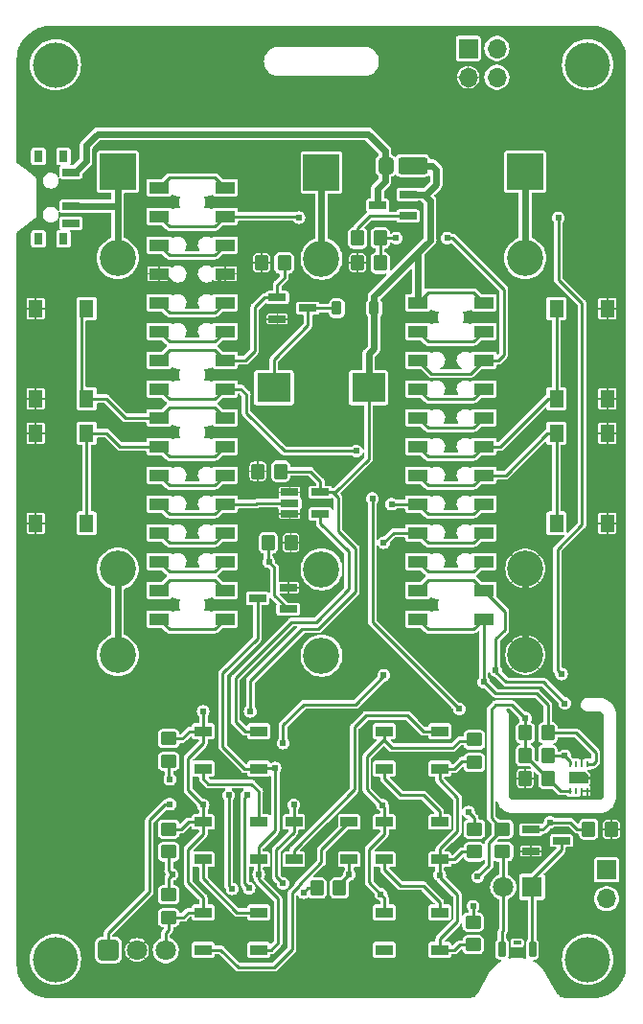
<source format=gtl>
G04 #@! TF.GenerationSoftware,KiCad,Pcbnew,7.0.7*
G04 #@! TF.CreationDate,2023-08-28T20:08:11-05:00*
G04 #@! TF.ProjectId,particle-bamf23-badge,70617274-6963-46c6-952d-62616d663233,v0.1*
G04 #@! TF.SameCoordinates,Original*
G04 #@! TF.FileFunction,Copper,L1,Top*
G04 #@! TF.FilePolarity,Positive*
%FSLAX46Y46*%
G04 Gerber Fmt 4.6, Leading zero omitted, Abs format (unit mm)*
G04 Created by KiCad (PCBNEW 7.0.7) date 2023-08-28 20:08:11*
%MOMM*%
%LPD*%
G01*
G04 APERTURE LIST*
G04 Aperture macros list*
%AMRoundRect*
0 Rectangle with rounded corners*
0 $1 Rounding radius*
0 $2 $3 $4 $5 $6 $7 $8 $9 X,Y pos of 4 corners*
0 Add a 4 corners polygon primitive as box body*
4,1,4,$2,$3,$4,$5,$6,$7,$8,$9,$2,$3,0*
0 Add four circle primitives for the rounded corners*
1,1,$1+$1,$2,$3*
1,1,$1+$1,$4,$5*
1,1,$1+$1,$6,$7*
1,1,$1+$1,$8,$9*
0 Add four rect primitives between the rounded corners*
20,1,$1+$1,$2,$3,$4,$5,0*
20,1,$1+$1,$4,$5,$6,$7,0*
20,1,$1+$1,$6,$7,$8,$9,0*
20,1,$1+$1,$8,$9,$2,$3,0*%
%AMFreePoly0*
4,1,6,0.500000,-0.850000,-0.500000,-0.850000,-0.500000,0.550000,-0.200000,0.850000,0.500000,0.850000,0.500000,-0.850000,0.500000,-0.850000,$1*%
G04 Aperture macros list end*
G04 #@! TA.AperFunction,SMDPad,CuDef*
%ADD10R,1.560000X0.650000*%
G04 #@! TD*
G04 #@! TA.AperFunction,SMDPad,CuDef*
%ADD11RoundRect,0.250000X-0.450000X0.350000X-0.450000X-0.350000X0.450000X-0.350000X0.450000X0.350000X0*%
G04 #@! TD*
G04 #@! TA.AperFunction,SMDPad,CuDef*
%ADD12RoundRect,0.075000X0.275000X0.075000X-0.275000X0.075000X-0.275000X-0.075000X0.275000X-0.075000X0*%
G04 #@! TD*
G04 #@! TA.AperFunction,SMDPad,CuDef*
%ADD13RoundRect,0.157500X0.157500X0.532500X-0.157500X0.532500X-0.157500X-0.532500X0.157500X-0.532500X0*%
G04 #@! TD*
G04 #@! TA.AperFunction,SMDPad,CuDef*
%ADD14R,1.300000X1.550000*%
G04 #@! TD*
G04 #@! TA.AperFunction,SMDPad,CuDef*
%ADD15R,1.500000X0.900000*%
G04 #@! TD*
G04 #@! TA.AperFunction,SMDPad,CuDef*
%ADD16RoundRect,0.250000X0.350000X0.450000X-0.350000X0.450000X-0.350000X-0.450000X0.350000X-0.450000X0*%
G04 #@! TD*
G04 #@! TA.AperFunction,SMDPad,CuDef*
%ADD17R,0.250000X0.550000*%
G04 #@! TD*
G04 #@! TA.AperFunction,SMDPad,CuDef*
%ADD18FreePoly0,270.000000*%
G04 #@! TD*
G04 #@! TA.AperFunction,SMDPad,CuDef*
%ADD19R,0.800000X1.000000*%
G04 #@! TD*
G04 #@! TA.AperFunction,SMDPad,CuDef*
%ADD20R,1.500000X0.700000*%
G04 #@! TD*
G04 #@! TA.AperFunction,SMDPad,CuDef*
%ADD21R,1.780000X1.020000*%
G04 #@! TD*
G04 #@! TA.AperFunction,SMDPad,CuDef*
%ADD22R,3.000000X2.600000*%
G04 #@! TD*
G04 #@! TA.AperFunction,SMDPad,CuDef*
%ADD23RoundRect,0.250000X-0.350000X-0.450000X0.350000X-0.450000X0.350000X0.450000X-0.350000X0.450000X0*%
G04 #@! TD*
G04 #@! TA.AperFunction,ComponentPad*
%ADD24RoundRect,0.250200X-0.649800X-0.649800X0.649800X-0.649800X0.649800X0.649800X-0.649800X0.649800X0*%
G04 #@! TD*
G04 #@! TA.AperFunction,ComponentPad*
%ADD25C,1.800000*%
G04 #@! TD*
G04 #@! TA.AperFunction,ComponentPad*
%ADD26R,1.700000X1.700000*%
G04 #@! TD*
G04 #@! TA.AperFunction,ComponentPad*
%ADD27O,1.700000X1.700000*%
G04 #@! TD*
G04 #@! TA.AperFunction,WasherPad*
%ADD28C,4.000000*%
G04 #@! TD*
G04 #@! TA.AperFunction,SMDPad,CuDef*
%ADD29RoundRect,0.250000X0.450000X-0.350000X0.450000X0.350000X-0.450000X0.350000X-0.450000X-0.350000X0*%
G04 #@! TD*
G04 #@! TA.AperFunction,SMDPad,CuDef*
%ADD30RoundRect,0.250000X-1.050000X-0.500000X1.050000X-0.500000X1.050000X0.500000X-1.050000X0.500000X0*%
G04 #@! TD*
G04 #@! TA.AperFunction,SMDPad,CuDef*
%ADD31RoundRect,0.309524X-0.340476X-0.440476X0.340476X-0.440476X0.340476X0.440476X-0.340476X0.440476X0*%
G04 #@! TD*
G04 #@! TA.AperFunction,ComponentPad*
%ADD32R,1.800000X1.800000*%
G04 #@! TD*
G04 #@! TA.AperFunction,SMDPad,CuDef*
%ADD33RoundRect,0.225000X0.225000X0.375000X-0.225000X0.375000X-0.225000X-0.375000X0.225000X-0.375000X0*%
G04 #@! TD*
G04 #@! TA.AperFunction,ComponentPad*
%ADD34R,3.200000X3.200000*%
G04 #@! TD*
G04 #@! TA.AperFunction,ComponentPad*
%ADD35C,3.200000*%
G04 #@! TD*
G04 #@! TA.AperFunction,ViaPad*
%ADD36C,0.609600*%
G04 #@! TD*
G04 #@! TA.AperFunction,Conductor*
%ADD37C,0.254000*%
G04 #@! TD*
G04 #@! TA.AperFunction,Conductor*
%ADD38C,0.609600*%
G04 #@! TD*
G04 APERTURE END LIST*
D10*
X134650000Y-66850000D03*
X134650000Y-64950000D03*
X131950000Y-65900000D03*
D11*
X140500000Y-113100000D03*
X140500000Y-115100000D03*
D12*
X144300000Y-131050000D03*
D13*
X145640000Y-131600000D03*
X142960000Y-131600000D03*
D11*
X113500000Y-121000000D03*
X113500000Y-123000000D03*
D14*
X106250000Y-86025000D03*
X106250000Y-93975000D03*
X101750000Y-86025000D03*
X101750000Y-93975000D03*
D15*
X132550000Y-112350000D03*
X132550000Y-115650000D03*
X137450000Y-115650000D03*
X137450000Y-112350000D03*
D16*
X147000000Y-116500000D03*
X145000000Y-116500000D03*
X123700000Y-71000000D03*
X121700000Y-71000000D03*
D17*
X150500000Y-115275000D03*
X150000000Y-115275000D03*
X149500000Y-115275000D03*
X149000000Y-115275000D03*
X149000000Y-117625000D03*
X149500000Y-117625000D03*
X150000000Y-117625000D03*
X150500000Y-117625000D03*
D18*
X149750000Y-116450000D03*
D10*
X123100000Y-74050000D03*
X123100000Y-75950000D03*
X125800000Y-75000000D03*
X145500000Y-121050000D03*
X145500000Y-122950000D03*
X148200000Y-122000000D03*
D19*
X104210000Y-61578885D03*
X102000000Y-61578885D03*
X104210000Y-68878885D03*
X102000000Y-68878885D03*
D20*
X104860000Y-62978885D03*
X104860000Y-65978885D03*
X104860000Y-67478885D03*
D21*
X112660000Y-64340000D03*
X118480000Y-64340000D03*
X112660000Y-66880000D03*
X118480000Y-66880000D03*
X112660000Y-69420000D03*
X118480000Y-69420000D03*
X112660000Y-71960000D03*
X118480000Y-71960000D03*
X112660000Y-74500000D03*
X118480000Y-74500000D03*
X112660000Y-77040000D03*
X118480000Y-77040000D03*
X112660000Y-79580000D03*
X118480000Y-79580000D03*
X112660000Y-82120000D03*
X118480000Y-82120000D03*
D22*
X131150000Y-82000000D03*
X122800000Y-82000000D03*
D23*
X150600000Y-121000000D03*
X152600000Y-121000000D03*
X130200000Y-71000000D03*
X132200000Y-71000000D03*
D24*
X108160000Y-131675000D03*
D25*
X110700000Y-131675000D03*
X113240000Y-131675000D03*
D26*
X152200000Y-124600000D03*
D27*
X152200000Y-127140000D03*
D11*
X140400000Y-129200000D03*
X140400000Y-131200000D03*
D28*
X103500000Y-53500000D03*
D23*
X126600000Y-126200000D03*
X128600000Y-126200000D03*
D16*
X147000000Y-112500000D03*
X145000000Y-112500000D03*
X123400000Y-89400000D03*
X121400000Y-89400000D03*
D11*
X113500000Y-113000000D03*
X113500000Y-115000000D03*
D21*
X112660000Y-84660000D03*
X118480000Y-84660000D03*
X112660000Y-87200000D03*
X118480000Y-87200000D03*
X112660000Y-89740000D03*
X118480000Y-89740000D03*
X112660000Y-92280000D03*
X118480000Y-92280000D03*
X112660000Y-94820000D03*
X118480000Y-94820000D03*
X112660000Y-97360000D03*
X118480000Y-97360000D03*
X112660000Y-99900000D03*
X118480000Y-99900000D03*
X112660000Y-102440000D03*
X118480000Y-102440000D03*
D28*
X150500000Y-132500000D03*
D21*
X135520000Y-74500000D03*
X141340000Y-74500000D03*
X135520000Y-77040000D03*
X141340000Y-77040000D03*
X135520000Y-79580000D03*
X141340000Y-79580000D03*
X135520000Y-82120000D03*
X141340000Y-82120000D03*
X135520000Y-84660000D03*
X141340000Y-84660000D03*
X135520000Y-87200000D03*
X141340000Y-87200000D03*
X135520000Y-89740000D03*
X141340000Y-89740000D03*
X135520000Y-92280000D03*
X141340000Y-92280000D03*
X135520000Y-94820000D03*
X141340000Y-94820000D03*
X135520000Y-97360000D03*
X141340000Y-97360000D03*
X135520000Y-99900000D03*
X141340000Y-99900000D03*
X135520000Y-102440000D03*
X141340000Y-102440000D03*
D14*
X106250000Y-75025000D03*
X106250000Y-82975000D03*
X101750000Y-75025000D03*
X101750000Y-82975000D03*
D26*
X139960000Y-52060000D03*
D27*
X139960000Y-54600000D03*
X142500000Y-52060000D03*
X142500000Y-54600000D03*
D29*
X143000000Y-123000000D03*
X143000000Y-121000000D03*
D15*
X116550000Y-128350000D03*
X116550000Y-131650000D03*
X121450000Y-131650000D03*
X121450000Y-128350000D03*
D14*
X147750000Y-82975000D03*
X147750000Y-75025000D03*
X152250000Y-82975000D03*
X152250000Y-75025000D03*
D10*
X124050000Y-101575000D03*
X124050000Y-99675000D03*
X121350000Y-100625000D03*
X124200000Y-91250000D03*
X124200000Y-92200000D03*
X124200000Y-93150000D03*
X126900000Y-93150000D03*
X126900000Y-91250000D03*
D29*
X113500000Y-128800000D03*
X113500000Y-126800000D03*
D23*
X122300000Y-95700000D03*
X124300000Y-95700000D03*
D15*
X132550000Y-128350000D03*
X132550000Y-131650000D03*
X137450000Y-131650000D03*
X137450000Y-128350000D03*
X124550000Y-120350000D03*
X124550000Y-123650000D03*
X129450000Y-123650000D03*
X129450000Y-120350000D03*
D30*
X135050000Y-62400000D03*
D31*
X132675000Y-62400000D03*
D15*
X116550000Y-112350000D03*
X116550000Y-115650000D03*
X121450000Y-115650000D03*
X121450000Y-112350000D03*
D28*
X150500000Y-53500000D03*
D32*
X145600000Y-126100000D03*
D25*
X143060000Y-126100000D03*
D28*
X103500000Y-132500000D03*
D11*
X140500000Y-121000000D03*
X140500000Y-123000000D03*
D14*
X147750000Y-93975000D03*
X147750000Y-86025000D03*
X152250000Y-93975000D03*
X152250000Y-86025000D03*
D16*
X132200000Y-68800000D03*
X130200000Y-68800000D03*
X147000000Y-114500000D03*
X145000000Y-114500000D03*
D33*
X131650000Y-75000000D03*
X128350000Y-75000000D03*
D15*
X116550000Y-120350000D03*
X116550000Y-123650000D03*
X121450000Y-123650000D03*
X121450000Y-120350000D03*
X132550000Y-120350000D03*
X132550000Y-123650000D03*
X137450000Y-123650000D03*
X137450000Y-120350000D03*
D34*
X127000000Y-63000000D03*
D35*
X127000000Y-70620000D03*
X127000000Y-98050000D03*
X127000000Y-105670000D03*
D34*
X145000000Y-62950000D03*
D35*
X145000000Y-70570000D03*
X145000000Y-98000000D03*
X145000000Y-105620000D03*
D34*
X109000000Y-62950000D03*
D35*
X109000000Y-70570000D03*
X109000000Y-98000000D03*
X109000000Y-105620000D03*
D36*
X150250000Y-114320000D03*
X123750000Y-98375000D03*
X124125000Y-97425000D03*
X124675000Y-98375000D03*
X147200000Y-120400000D03*
X130100000Y-87600000D03*
X139180000Y-110390000D03*
X131500000Y-91800000D03*
X116550000Y-118850000D03*
X124550000Y-118850000D03*
X132375000Y-118875000D03*
X140000000Y-119500000D03*
X116550000Y-110600000D03*
X140400000Y-127800000D03*
X123600000Y-125800000D03*
X120700000Y-110600000D03*
X132250000Y-126750000D03*
X125400000Y-126600000D03*
X138100000Y-68800000D03*
X133600000Y-68800000D03*
X122350000Y-97400000D03*
X133200000Y-92300000D03*
X132500000Y-95700000D03*
X123600000Y-113400000D03*
X113600000Y-118800000D03*
X132500000Y-107400000D03*
X148500000Y-114500000D03*
X148500000Y-109900000D03*
X119100000Y-126270000D03*
X142400000Y-107000000D03*
X118800000Y-118000000D03*
X141340000Y-108000000D03*
X120400000Y-118000000D03*
X120600000Y-126200000D03*
X113600000Y-116600000D03*
X121450000Y-125000000D03*
X122900000Y-115600000D03*
X129450000Y-125000000D03*
X137450000Y-125050000D03*
X113800000Y-125000000D03*
X140800000Y-125200000D03*
X145000000Y-111190000D03*
X147930000Y-67000000D03*
X148200000Y-107300000D03*
X125000000Y-67000000D03*
D37*
X113045593Y-71960000D02*
X113932593Y-72847000D01*
D38*
X145000000Y-105620000D02*
X145000000Y-98000000D01*
D37*
X113932593Y-72847000D02*
X117593000Y-72847000D01*
X117593000Y-72847000D02*
X118480000Y-71960000D01*
X149750000Y-116450000D02*
X151550000Y-116450000D01*
X112660000Y-71960000D02*
X113045593Y-71960000D01*
X112660000Y-64340000D02*
X113547000Y-63453000D01*
X113547000Y-63453000D02*
X117593000Y-63453000D01*
X117593000Y-63453000D02*
X118480000Y-64340000D01*
X112660000Y-69420000D02*
X113547000Y-70307000D01*
X113547000Y-70307000D02*
X117593000Y-70307000D01*
X117593000Y-70307000D02*
X118480000Y-69420000D01*
X113547000Y-75387000D02*
X117593000Y-75387000D01*
X117593000Y-75387000D02*
X118480000Y-74500000D01*
X112660000Y-74500000D02*
X113547000Y-75387000D01*
X113547000Y-77927000D02*
X117593000Y-77927000D01*
X112660000Y-77040000D02*
X113547000Y-77927000D01*
X117593000Y-77927000D02*
X118480000Y-77040000D01*
X117593000Y-78693000D02*
X118480000Y-79580000D01*
X121100000Y-74900000D02*
X121950000Y-74050000D01*
X112660000Y-79580000D02*
X113547000Y-78693000D01*
X121100000Y-78750000D02*
X121100000Y-74900000D01*
X113547000Y-78693000D02*
X117593000Y-78693000D01*
X121950000Y-74050000D02*
X123100000Y-74050000D01*
X118480000Y-79580000D02*
X120270000Y-79580000D01*
X123700000Y-72300000D02*
X123100000Y-72900000D01*
X123700000Y-71000000D02*
X123700000Y-72300000D01*
X123100000Y-72900000D02*
X123100000Y-74050000D01*
X120270000Y-79580000D02*
X121100000Y-78750000D01*
X131500000Y-91800000D02*
X131500000Y-101400000D01*
X145500000Y-121050000D02*
X146550000Y-121050000D01*
X146550000Y-121050000D02*
X147200000Y-120400000D01*
X130100000Y-87600000D02*
X123700000Y-87600000D01*
X117593000Y-83007000D02*
X118480000Y-82120000D01*
X131500000Y-101400000D02*
X131500000Y-102710000D01*
X120350000Y-84250000D02*
X120350000Y-82600000D01*
X131500000Y-102710000D02*
X139180000Y-110390000D01*
X149000000Y-120400000D02*
X147200000Y-120400000D01*
X112660000Y-82120000D02*
X113547000Y-83007000D01*
X149600000Y-121000000D02*
X149000000Y-120400000D01*
X120350000Y-82600000D02*
X119870000Y-82120000D01*
X150600000Y-121000000D02*
X149600000Y-121000000D01*
X123700000Y-87600000D02*
X120350000Y-84250000D01*
X113547000Y-83007000D02*
X117593000Y-83007000D01*
X119870000Y-82120000D02*
X118480000Y-82120000D01*
D38*
X136240000Y-64950000D02*
X137130000Y-64060000D01*
X131650000Y-73950000D02*
X131650000Y-75000000D01*
D37*
X132550000Y-119050000D02*
X132375000Y-118875000D01*
D38*
X136600000Y-65500000D02*
X136600000Y-69000000D01*
X131600000Y-74950000D02*
X131650000Y-75000000D01*
D37*
X126600000Y-126200000D02*
X125800000Y-126200000D01*
X126700000Y-103300000D02*
X125300000Y-103300000D01*
X116500000Y-118850000D02*
X116550000Y-118850000D01*
X115200000Y-117550000D02*
X116500000Y-118850000D01*
X113500000Y-128800000D02*
X114800000Y-128800000D01*
X115200000Y-114750000D02*
X116550000Y-113400000D01*
X113240000Y-130160000D02*
X113240000Y-131675000D01*
X115200000Y-125700000D02*
X116550000Y-127050000D01*
X116550000Y-110600000D02*
X116550000Y-112350000D01*
X116300000Y-126800000D02*
X116550000Y-127050000D01*
X123600000Y-125800000D02*
X123000000Y-125200000D01*
X124550000Y-121268420D02*
X124550000Y-120350000D01*
X125800000Y-126200000D02*
X125400000Y-126600000D01*
D38*
X135520000Y-74500000D02*
X135520000Y-70080000D01*
X137130000Y-62770000D02*
X136760000Y-62400000D01*
X131150000Y-79050000D02*
X131150000Y-82000000D01*
D37*
X128000000Y-91250000D02*
X128450000Y-91700000D01*
X113500000Y-128800000D02*
X113500000Y-129900000D01*
X113500000Y-121000000D02*
X114600000Y-121000000D01*
X125300000Y-103300000D02*
X120700000Y-107900000D01*
X132250000Y-126750000D02*
X131200000Y-125700000D01*
X120700000Y-107900000D02*
X120700000Y-110600000D01*
X132550000Y-120350000D02*
X132550000Y-119050000D01*
X132550000Y-113150000D02*
X132550000Y-112350000D01*
X132550000Y-127050000D02*
X132250000Y-126750000D01*
X135520000Y-74500000D02*
X136407000Y-73613000D01*
X132550000Y-121450000D02*
X132550000Y-120350000D01*
D38*
X131650000Y-78550000D02*
X131150000Y-79050000D01*
D37*
X136407000Y-73613000D02*
X140453000Y-73613000D01*
X132550000Y-128350000D02*
X132550000Y-127050000D01*
X138600000Y-113800000D02*
X133200000Y-113800000D01*
X114700000Y-113000000D02*
X115350000Y-112350000D01*
X114600000Y-121000000D02*
X115250000Y-120350000D01*
X123000000Y-125200000D02*
X123000000Y-122818420D01*
X113500000Y-129900000D02*
X113240000Y-130160000D01*
D38*
X136760000Y-62400000D02*
X135050000Y-62400000D01*
D37*
X133200000Y-113800000D02*
X132550000Y-113150000D01*
X116550000Y-121450000D02*
X115200000Y-122800000D01*
X115250000Y-120350000D02*
X116550000Y-120350000D01*
X128450000Y-91700000D02*
X128450000Y-94650000D01*
X132550000Y-113050000D02*
X132550000Y-112350000D01*
X131150000Y-82000000D02*
X131150000Y-88300000D01*
X132375000Y-118875000D02*
X131000000Y-117500000D01*
X124550000Y-118850000D02*
X124550000Y-120350000D01*
X131200000Y-125700000D02*
X131200000Y-122800000D01*
X131200000Y-122800000D02*
X132550000Y-121450000D01*
D38*
X131650000Y-75000000D02*
X131650000Y-78550000D01*
D37*
X126900000Y-90300000D02*
X126900000Y-91250000D01*
X131000000Y-117500000D02*
X131000000Y-114600000D01*
X131000000Y-114600000D02*
X132550000Y-113050000D01*
X115350000Y-112350000D02*
X116550000Y-112350000D01*
D38*
X134650000Y-64950000D02*
X136240000Y-64950000D01*
D37*
X140500000Y-120000000D02*
X140500000Y-121000000D01*
D38*
X136600000Y-69000000D02*
X131650000Y-73950000D01*
D37*
X116550000Y-113400000D02*
X116550000Y-112350000D01*
X114800000Y-128800000D02*
X115250000Y-128350000D01*
X116550000Y-120350000D02*
X116550000Y-118850000D01*
X140500000Y-113100000D02*
X140400000Y-113200000D01*
X140000000Y-119500000D02*
X140500000Y-120000000D01*
X140453000Y-73613000D02*
X141340000Y-74500000D01*
X130000000Y-100000000D02*
X126700000Y-103300000D01*
X128200000Y-91250000D02*
X126900000Y-91250000D01*
X115250000Y-128350000D02*
X116550000Y-128350000D01*
X123400000Y-89400000D02*
X126000000Y-89400000D01*
X113500000Y-113000000D02*
X114700000Y-113000000D01*
X131150000Y-88300000D02*
X128200000Y-91250000D01*
X123000000Y-122818420D02*
X124550000Y-121268420D01*
X139200000Y-113200000D02*
X138600000Y-113800000D01*
X128450000Y-94650000D02*
X130000000Y-96200000D01*
X140400000Y-113200000D02*
X139200000Y-113200000D01*
X116550000Y-127050000D02*
X116550000Y-128350000D01*
D38*
X137130000Y-64060000D02*
X137130000Y-62770000D01*
X134650000Y-64950000D02*
X136050000Y-64950000D01*
D37*
X126900000Y-91250000D02*
X128000000Y-91250000D01*
X115200000Y-122800000D02*
X115200000Y-125700000D01*
X115200000Y-117550000D02*
X115200000Y-114750000D01*
X135520000Y-70080000D02*
X136600000Y-69000000D01*
X140400000Y-129200000D02*
X140400000Y-127800000D01*
D38*
X136050000Y-64950000D02*
X136600000Y-65500000D01*
D37*
X130000000Y-96200000D02*
X130000000Y-100000000D01*
X126000000Y-89400000D02*
X126900000Y-90300000D01*
X116550000Y-120350000D02*
X116550000Y-121450000D01*
X140453000Y-77927000D02*
X141340000Y-77040000D01*
X135520000Y-77040000D02*
X136407000Y-77927000D01*
X136407000Y-77927000D02*
X140453000Y-77927000D01*
X136715000Y-80775000D02*
X140145000Y-80775000D01*
X140145000Y-80775000D02*
X141340000Y-79580000D01*
X141340000Y-79580000D02*
X142620000Y-79580000D01*
X135520000Y-79580000D02*
X136715000Y-80775000D01*
X142620000Y-79580000D02*
X143120000Y-79080000D01*
X132200000Y-68800000D02*
X132200000Y-71000000D01*
X143120000Y-73320000D02*
X138600000Y-68800000D01*
X138600000Y-68800000D02*
X138100000Y-68800000D01*
X143120000Y-79080000D02*
X143120000Y-73320000D01*
X133600000Y-68800000D02*
X132200000Y-68800000D01*
X135520000Y-82120000D02*
X136407000Y-83007000D01*
X140453000Y-83007000D02*
X141340000Y-82120000D01*
X136407000Y-83007000D02*
X140453000Y-83007000D01*
X140453000Y-85547000D02*
X141340000Y-84660000D01*
X136407000Y-85547000D02*
X140453000Y-85547000D01*
X135520000Y-84660000D02*
X136407000Y-85547000D01*
X142800000Y-87200000D02*
X141340000Y-87200000D01*
X135520000Y-87200000D02*
X136407000Y-88087000D01*
X147025000Y-82975000D02*
X142800000Y-87200000D01*
X140453000Y-88087000D02*
X141340000Y-87200000D01*
X136407000Y-88087000D02*
X140453000Y-88087000D01*
X147750000Y-75025000D02*
X147750000Y-82975000D01*
X147750000Y-82975000D02*
X147025000Y-82975000D01*
X136407000Y-90627000D02*
X140453000Y-90627000D01*
X147750000Y-86025000D02*
X147750000Y-93975000D01*
X143260000Y-89740000D02*
X146975000Y-86025000D01*
X135520000Y-89740000D02*
X136407000Y-90627000D01*
X140453000Y-90627000D02*
X141340000Y-89740000D01*
X141340000Y-89740000D02*
X143260000Y-89740000D01*
X146975000Y-86025000D02*
X147750000Y-86025000D01*
X135520000Y-92280000D02*
X136407000Y-93167000D01*
X122300000Y-97350000D02*
X122350000Y-97400000D01*
X122300000Y-95700000D02*
X122300000Y-97350000D01*
X140453000Y-93167000D02*
X141340000Y-92280000D01*
X122825000Y-97875000D02*
X122825000Y-100350000D01*
X133200000Y-92300000D02*
X135500000Y-92300000D01*
X122825000Y-100350000D02*
X124050000Y-101575000D01*
X136407000Y-93167000D02*
X140453000Y-93167000D01*
X122350000Y-97400000D02*
X122825000Y-97875000D01*
X135500000Y-92300000D02*
X135520000Y-92280000D01*
X111800000Y-120200000D02*
X111800000Y-126500000D01*
X132500000Y-107500000D02*
X132500000Y-107400000D01*
X125400000Y-110000000D02*
X130000000Y-110000000D01*
X140453000Y-95707000D02*
X141340000Y-94820000D01*
X123600000Y-113400000D02*
X123600000Y-111800000D01*
X135520000Y-94820000D02*
X133380000Y-94820000D01*
X113200000Y-118800000D02*
X111800000Y-120200000D01*
X133380000Y-94820000D02*
X132500000Y-95700000D01*
X123600000Y-111800000D02*
X125400000Y-110000000D01*
X111800000Y-126500000D02*
X108160000Y-130140000D01*
X130000000Y-110000000D02*
X132500000Y-107500000D01*
X136407000Y-95707000D02*
X140453000Y-95707000D01*
X108160000Y-130140000D02*
X108160000Y-131675000D01*
X135520000Y-94820000D02*
X136407000Y-95707000D01*
X113600000Y-118800000D02*
X113200000Y-118800000D01*
X135520000Y-97360000D02*
X136407000Y-98247000D01*
X136407000Y-98247000D02*
X140453000Y-98247000D01*
X140453000Y-98247000D02*
X141340000Y-97360000D01*
X135480000Y-97400000D02*
X135520000Y-97360000D01*
X148500000Y-109900000D02*
X146600000Y-108000000D01*
X148500000Y-114500000D02*
X147000000Y-114500000D01*
X142400000Y-107100000D02*
X142400000Y-107000000D01*
X148500000Y-114500000D02*
X148994000Y-114994000D01*
X148994000Y-114994000D02*
X148994000Y-115275000D01*
X143200000Y-101760000D02*
X141340000Y-99900000D01*
X135520000Y-99900000D02*
X136407000Y-99013000D01*
X140453000Y-99013000D02*
X141340000Y-99900000D01*
X142400000Y-107000000D02*
X142400000Y-104200000D01*
X119100000Y-126270000D02*
X118800000Y-125970000D01*
X142400000Y-104200000D02*
X143200000Y-103400000D01*
X143300000Y-108000000D02*
X142400000Y-107100000D01*
X136407000Y-99013000D02*
X140453000Y-99013000D01*
X118800000Y-125970000D02*
X118800000Y-118000000D01*
X146600000Y-108000000D02*
X143300000Y-108000000D01*
X143200000Y-103400000D02*
X143200000Y-101760000D01*
X146000000Y-109000000D02*
X142400000Y-109000000D01*
X120600000Y-126200000D02*
X120200000Y-125800000D01*
X135520000Y-102440000D02*
X136407000Y-103327000D01*
X136407000Y-103327000D02*
X140453000Y-103327000D01*
X141340000Y-107940000D02*
X141340000Y-102440000D01*
X151220000Y-115040000D02*
X150985000Y-115275000D01*
X120200000Y-118200000D02*
X120400000Y-118000000D01*
X151220000Y-114220000D02*
X151220000Y-115040000D01*
X147000000Y-112500000D02*
X147000000Y-110000000D01*
X149500000Y-112500000D02*
X151220000Y-114220000D01*
X142400000Y-109000000D02*
X141340000Y-107940000D01*
X147000000Y-110000000D02*
X146000000Y-109000000D01*
X120200000Y-125800000D02*
X120200000Y-118200000D01*
X150985000Y-115275000D02*
X150506000Y-115275000D01*
X147000000Y-112500000D02*
X149500000Y-112500000D01*
X140453000Y-103327000D02*
X141340000Y-102440000D01*
X113547000Y-103327000D02*
X117593000Y-103327000D01*
X112660000Y-102440000D02*
X113547000Y-103327000D01*
X117593000Y-103327000D02*
X118480000Y-102440000D01*
X113547000Y-99013000D02*
X117593000Y-99013000D01*
X112660000Y-99900000D02*
X113547000Y-99013000D01*
X117593000Y-99013000D02*
X118480000Y-99900000D01*
X113547000Y-98247000D02*
X117593000Y-98247000D01*
X117593000Y-98247000D02*
X118480000Y-97360000D01*
X112660000Y-97360000D02*
X113547000Y-98247000D01*
X113547000Y-95707000D02*
X117593000Y-95707000D01*
X117593000Y-95707000D02*
X118480000Y-94820000D01*
X112660000Y-94820000D02*
X113547000Y-95707000D01*
X124200000Y-92200000D02*
X121300000Y-92200000D01*
X118480000Y-92280000D02*
X117593000Y-93167000D01*
X121220000Y-92280000D02*
X121300000Y-92200000D01*
X117593000Y-93167000D02*
X113555000Y-93167000D01*
X113551000Y-93171000D02*
X112660000Y-92280000D01*
X118480000Y-92280000D02*
X121220000Y-92280000D01*
X113555000Y-93167000D02*
X113551000Y-93171000D01*
X117593000Y-90627000D02*
X118480000Y-89740000D01*
X113547000Y-90627000D02*
X117593000Y-90627000D01*
X112660000Y-89740000D02*
X113547000Y-90627000D01*
X106250000Y-86025000D02*
X106250000Y-93975000D01*
X113547000Y-88087000D02*
X117593000Y-88087000D01*
X112660000Y-87200000D02*
X112125000Y-87200000D01*
X112660000Y-87200000D02*
X113547000Y-88087000D01*
X109200000Y-87200000D02*
X112660000Y-87200000D01*
X117593000Y-88087000D02*
X118480000Y-87200000D01*
X106250000Y-86025000D02*
X108025000Y-86025000D01*
X108025000Y-86025000D02*
X109200000Y-87200000D01*
X113547000Y-83773000D02*
X117593000Y-83773000D01*
X106250000Y-82975000D02*
X107975000Y-82975000D01*
X117593000Y-83773000D02*
X118480000Y-84660000D01*
X109660000Y-84660000D02*
X112660000Y-84660000D01*
X112660000Y-84660000D02*
X113547000Y-83773000D01*
X107975000Y-82975000D02*
X109660000Y-84660000D01*
X106250000Y-75025000D02*
X105790000Y-75485000D01*
X105790000Y-82515000D02*
X106250000Y-82975000D01*
X105790000Y-75485000D02*
X105790000Y-82515000D01*
X121450000Y-125450000D02*
X121450000Y-125000000D01*
X121450000Y-115650000D02*
X120200000Y-115650000D01*
X137450000Y-115650000D02*
X137450000Y-116650000D01*
X137450000Y-130700000D02*
X137450000Y-131650000D01*
X121450000Y-115650000D02*
X121500000Y-115600000D01*
X140400000Y-131200000D02*
X139200000Y-131200000D01*
X123150000Y-131050000D02*
X123150000Y-127150000D01*
X128600000Y-126200000D02*
X128600000Y-125850000D01*
X113500000Y-116500000D02*
X113600000Y-116600000D01*
X140400000Y-115000000D02*
X139400000Y-115000000D01*
X113500000Y-125300000D02*
X113800000Y-125000000D01*
X137450000Y-125250000D02*
X139000000Y-126800000D01*
X128600000Y-125850000D02*
X129450000Y-125000000D01*
X121450000Y-123650000D02*
X121450000Y-125000000D01*
X121350000Y-100625000D02*
X121350000Y-104150000D01*
X139400000Y-123000000D02*
X138750000Y-123650000D01*
X122900000Y-115600000D02*
X122900000Y-121100000D01*
X122900000Y-121100000D02*
X121450000Y-122550000D01*
X121500000Y-115600000D02*
X122900000Y-115600000D01*
X113500000Y-126800000D02*
X113500000Y-125300000D01*
X121450000Y-122550000D02*
X121450000Y-123650000D01*
X137450000Y-123650000D02*
X137450000Y-125250000D01*
X113500000Y-123000000D02*
X113500000Y-124700000D01*
X113500000Y-115000000D02*
X113500000Y-116500000D01*
X137450000Y-122750000D02*
X137450000Y-123650000D01*
X123150000Y-127150000D02*
X121450000Y-125450000D01*
X121350000Y-104150000D02*
X118250000Y-107250000D01*
X137450000Y-116650000D02*
X139000000Y-118200000D01*
X139000000Y-129150000D02*
X137450000Y-130700000D01*
X139000000Y-121200000D02*
X137450000Y-122750000D01*
X140500000Y-115100000D02*
X140400000Y-115000000D01*
X121450000Y-131650000D02*
X122550000Y-131650000D01*
X139400000Y-115000000D02*
X138750000Y-115650000D01*
X120200000Y-115650000D02*
X118250000Y-113700000D01*
X138750000Y-115650000D02*
X137450000Y-115650000D01*
X113500000Y-124700000D02*
X113800000Y-125000000D01*
X140500000Y-123000000D02*
X139400000Y-123000000D01*
X138750000Y-131650000D02*
X137450000Y-131650000D01*
X139000000Y-118200000D02*
X139000000Y-121200000D01*
X118250000Y-113700000D02*
X118250000Y-107250000D01*
X139000000Y-126800000D02*
X139000000Y-129150000D01*
X122550000Y-131650000D02*
X123150000Y-131050000D01*
X138750000Y-123650000D02*
X137450000Y-123650000D01*
X139200000Y-131200000D02*
X138750000Y-131650000D01*
X129450000Y-125000000D02*
X129450000Y-123650000D01*
X122800000Y-79500000D02*
X122800000Y-82000000D01*
X125800000Y-76500000D02*
X122800000Y-79500000D01*
X125800000Y-75000000D02*
X128350000Y-75000000D01*
X125800000Y-75000000D02*
X125800000Y-76500000D01*
X143060000Y-126100000D02*
X143060000Y-129940000D01*
X142960000Y-130040000D02*
X142960000Y-131600000D01*
X143060000Y-129940000D02*
X142960000Y-130040000D01*
X143060000Y-123060000D02*
X143060000Y-126100000D01*
X143000000Y-123000000D02*
X143060000Y-123060000D01*
X116550000Y-115650000D02*
X116550000Y-116550000D01*
X121450000Y-117650000D02*
X121450000Y-120350000D01*
X116550000Y-116550000D02*
X117000000Y-117000000D01*
X120800000Y-117000000D02*
X121450000Y-117650000D01*
X117000000Y-117000000D02*
X120800000Y-117000000D01*
X119400000Y-111500000D02*
X120250000Y-112350000D01*
X124350000Y-102700000D02*
X119400000Y-107650000D01*
X126500000Y-102700000D02*
X124350000Y-102700000D01*
X129400000Y-96500000D02*
X129400000Y-99800000D01*
X126900000Y-94000000D02*
X129400000Y-96500000D01*
X120250000Y-112350000D02*
X121450000Y-112350000D01*
X129400000Y-99800000D02*
X126500000Y-102700000D01*
X119400000Y-107650000D02*
X119400000Y-111500000D01*
X126900000Y-93150000D02*
X126900000Y-94000000D01*
X116550000Y-123650000D02*
X116550000Y-125350000D01*
X119550000Y-128350000D02*
X121450000Y-128350000D01*
X116550000Y-125350000D02*
X119550000Y-128350000D01*
X118100000Y-131650000D02*
X116550000Y-131650000D01*
X125000000Y-125900000D02*
X125000000Y-126030132D01*
X119650000Y-133200000D02*
X118100000Y-131650000D01*
X122800000Y-133200000D02*
X119650000Y-133200000D01*
X125000000Y-126030132D02*
X124400000Y-126630132D01*
X124400000Y-126630132D02*
X124400000Y-131600000D01*
X129500000Y-120300000D02*
X129450000Y-120350000D01*
X127000000Y-122800000D02*
X127000000Y-123900000D01*
X124400000Y-131600000D02*
X122800000Y-133200000D01*
X127000000Y-123900000D02*
X125000000Y-125900000D01*
X129450000Y-120350000D02*
X127000000Y-122800000D01*
X124550000Y-123650000D02*
X124550000Y-122850000D01*
X136000000Y-112350000D02*
X137450000Y-112350000D01*
X137500000Y-112300000D02*
X137450000Y-112350000D01*
X124550000Y-122850000D02*
X129900000Y-117500000D01*
X129900000Y-117500000D02*
X129900000Y-112000000D01*
X130950000Y-110950000D02*
X134600000Y-110950000D01*
X129900000Y-112000000D02*
X130950000Y-110950000D01*
X134600000Y-110950000D02*
X136000000Y-112350000D01*
X134000000Y-118000000D02*
X136000000Y-118000000D01*
X132550000Y-115650000D02*
X132550000Y-116550000D01*
X136000000Y-118000000D02*
X137450000Y-119450000D01*
X137450000Y-119450000D02*
X137450000Y-120350000D01*
X132550000Y-116550000D02*
X134000000Y-118000000D01*
X132550000Y-124550000D02*
X134000000Y-126000000D01*
X134000000Y-126000000D02*
X136000000Y-126000000D01*
X132550000Y-123650000D02*
X132550000Y-124550000D01*
X136000000Y-126000000D02*
X137450000Y-127450000D01*
X137450000Y-127450000D02*
X137450000Y-128350000D01*
D38*
X109000000Y-70570000D02*
X109000000Y-62950000D01*
X109000000Y-65900000D02*
X108921115Y-65978885D01*
X109000000Y-62950000D02*
X109000000Y-65900000D01*
X108921115Y-65978885D02*
X104860000Y-65978885D01*
X127000000Y-63000000D02*
X127000000Y-70620000D01*
X109000000Y-98000000D02*
X109000000Y-105620000D01*
X145000000Y-62950000D02*
X145000000Y-70570000D01*
X107200000Y-59600000D02*
X131100000Y-59600000D01*
X131100000Y-59600000D02*
X132600000Y-61100000D01*
X104860000Y-62978885D02*
X105221115Y-62978885D01*
X132600000Y-63800000D02*
X132600000Y-62475000D01*
X132600000Y-63800000D02*
X131950000Y-64450000D01*
X105221115Y-62978885D02*
X106200000Y-62000000D01*
X131950000Y-64450000D02*
X131950000Y-65900000D01*
X104888885Y-62950000D02*
X104860000Y-62978885D01*
X106200000Y-62000000D02*
X106200000Y-60600000D01*
X132600000Y-62475000D02*
X132675000Y-62400000D01*
X132600000Y-62325000D02*
X132675000Y-62400000D01*
X132600000Y-61100000D02*
X132600000Y-62325000D01*
X106200000Y-60600000D02*
X107200000Y-59600000D01*
D37*
X130200000Y-68800000D02*
X130200000Y-67900000D01*
X130200000Y-67900000D02*
X131250000Y-66850000D01*
X131250000Y-66850000D02*
X134650000Y-66850000D01*
X143000000Y-121000000D02*
X142000000Y-120000000D01*
X118480000Y-66880000D02*
X124880000Y-66880000D01*
X143818000Y-110008000D02*
X145000000Y-111190000D01*
X150000000Y-74550000D02*
X150000000Y-94120000D01*
X145000000Y-111190000D02*
X145000000Y-112500000D01*
X117593000Y-67767000D02*
X118480000Y-66880000D01*
X142000000Y-110400000D02*
X142392000Y-110008000D01*
X140800000Y-125200000D02*
X141800000Y-124200000D01*
X142392000Y-110008000D02*
X143818000Y-110008000D01*
X145000000Y-114500000D02*
X147000000Y-116500000D01*
X141800000Y-124200000D02*
X141800000Y-122200000D01*
X145000000Y-112500000D02*
X145000000Y-114500000D01*
X142000000Y-120000000D02*
X142000000Y-110400000D01*
X147930000Y-67000000D02*
X147930000Y-72480000D01*
X150000000Y-94120000D02*
X147840000Y-96280000D01*
X141800000Y-122200000D02*
X143000000Y-121000000D01*
X112660000Y-66880000D02*
X113547000Y-67767000D01*
X148125000Y-117625000D02*
X148994000Y-117625000D01*
X147000000Y-116500000D02*
X148125000Y-117625000D01*
X124880000Y-66880000D02*
X125000000Y-67000000D01*
X147840000Y-96280000D02*
X147840000Y-106940000D01*
X147840000Y-106940000D02*
X148200000Y-107300000D01*
X113547000Y-67767000D02*
X117593000Y-67767000D01*
X147930000Y-72480000D02*
X150000000Y-74550000D01*
X145600000Y-126100000D02*
X145600000Y-131560000D01*
X145600000Y-131560000D02*
X145640000Y-131600000D01*
X145600000Y-125400000D02*
X145600000Y-126100000D01*
X148200000Y-122000000D02*
X148200000Y-122800000D01*
X148200000Y-122800000D02*
X145600000Y-125400000D01*
G04 #@! TA.AperFunction,Conductor*
G36*
X151001047Y-50075559D02*
G01*
X151325329Y-50093771D01*
X151329522Y-50094243D01*
X151648681Y-50148470D01*
X151652796Y-50149409D01*
X151963867Y-50239027D01*
X151967850Y-50240421D01*
X152266940Y-50364308D01*
X152270742Y-50366139D01*
X152554082Y-50522735D01*
X152557650Y-50524977D01*
X152672697Y-50606607D01*
X152821674Y-50712312D01*
X152824969Y-50714940D01*
X153066363Y-50930662D01*
X153069337Y-50933636D01*
X153284867Y-51174815D01*
X153285056Y-51175026D01*
X153287687Y-51178325D01*
X153475019Y-51442344D01*
X153477264Y-51445917D01*
X153633860Y-51729257D01*
X153635691Y-51733059D01*
X153759578Y-52032149D01*
X153760972Y-52036132D01*
X153850590Y-52347203D01*
X153851529Y-52351318D01*
X153905756Y-52670477D01*
X153906228Y-52674670D01*
X153924441Y-52998950D01*
X153924500Y-53001059D01*
X153924500Y-132998939D01*
X153924441Y-133001048D01*
X153906228Y-133325329D01*
X153905756Y-133329522D01*
X153851529Y-133648681D01*
X153850590Y-133652796D01*
X153760972Y-133963867D01*
X153759578Y-133967850D01*
X153635691Y-134266940D01*
X153633860Y-134270742D01*
X153477264Y-134554082D01*
X153475019Y-134557655D01*
X153287687Y-134821674D01*
X153285056Y-134824973D01*
X153069342Y-135066358D01*
X153066358Y-135069342D01*
X152824973Y-135285056D01*
X152821674Y-135287687D01*
X152557655Y-135475019D01*
X152554082Y-135477264D01*
X152270742Y-135633860D01*
X152266940Y-135635691D01*
X151967850Y-135759578D01*
X151963867Y-135760972D01*
X151652796Y-135850590D01*
X151648681Y-135851529D01*
X151329522Y-135905756D01*
X151325329Y-135906228D01*
X151001048Y-135924441D01*
X150998939Y-135924500D01*
X148601645Y-135924500D01*
X148598370Y-135924356D01*
X148504418Y-135916101D01*
X148445371Y-135910913D01*
X148432410Y-135908618D01*
X148288894Y-135869993D01*
X148276529Y-135865472D01*
X148141951Y-135802412D01*
X148130566Y-135795805D01*
X148009043Y-135710243D01*
X147998984Y-135701751D01*
X147894251Y-135596315D01*
X147885828Y-135586201D01*
X147798367Y-135460205D01*
X147796442Y-135457122D01*
X146895393Y-133845365D01*
X146894335Y-133842544D01*
X146889593Y-133834325D01*
X146889594Y-133834325D01*
X146877583Y-133813506D01*
X146871343Y-133802344D01*
X146869266Y-133798628D01*
X146867635Y-133796263D01*
X146858596Y-133780596D01*
X146799382Y-133677964D01*
X146616082Y-133425518D01*
X146616080Y-133425516D01*
X146616079Y-133425514D01*
X146407399Y-133193632D01*
X146407387Y-133193619D01*
X146175605Y-132984828D01*
X146175590Y-132984815D01*
X145923254Y-132801407D01*
X145923232Y-132801393D01*
X145721393Y-132684819D01*
X145688334Y-132645409D01*
X145688342Y-132593969D01*
X145721413Y-132554569D01*
X145759003Y-132544500D01*
X145829924Y-132544500D01*
X145829928Y-132544500D01*
X145926402Y-132529220D01*
X145983749Y-132500000D01*
X148240663Y-132500000D01*
X148259991Y-132794897D01*
X148259991Y-132794901D01*
X148259992Y-132794903D01*
X148317648Y-133084759D01*
X148351025Y-133183086D01*
X148412644Y-133364610D01*
X148512867Y-133567842D01*
X148543357Y-133629669D01*
X148687483Y-133845369D01*
X148707550Y-133875401D01*
X148902406Y-134097593D01*
X149099846Y-134270742D01*
X149124603Y-134292453D01*
X149370331Y-134456643D01*
X149635389Y-134587355D01*
X149915241Y-134682352D01*
X150205097Y-134740008D01*
X150450849Y-134756115D01*
X150499999Y-134759337D01*
X150499999Y-134759336D01*
X150500000Y-134759337D01*
X150794903Y-134740008D01*
X151084759Y-134682352D01*
X151364611Y-134587355D01*
X151629669Y-134456643D01*
X151875397Y-134292453D01*
X152097593Y-134097593D01*
X152292453Y-133875397D01*
X152456643Y-133629669D01*
X152587355Y-133364611D01*
X152682352Y-133084759D01*
X152740008Y-132794903D01*
X152759337Y-132500000D01*
X152740008Y-132205097D01*
X152682352Y-131915241D01*
X152587355Y-131635389D01*
X152456643Y-131370332D01*
X152292453Y-131124603D01*
X152292449Y-131124598D01*
X152097593Y-130902406D01*
X151875401Y-130707550D01*
X151865492Y-130700929D01*
X151629669Y-130543357D01*
X151591244Y-130524408D01*
X151364610Y-130412644D01*
X151166808Y-130345500D01*
X151084759Y-130317648D01*
X151084756Y-130317647D01*
X151084755Y-130317647D01*
X150937874Y-130288430D01*
X150794903Y-130259992D01*
X150794901Y-130259991D01*
X150794897Y-130259991D01*
X150500000Y-130240663D01*
X150205102Y-130259991D01*
X150205097Y-130259992D01*
X149915244Y-130317647D01*
X149635389Y-130412644D01*
X149370335Y-130543355D01*
X149124598Y-130707550D01*
X148902406Y-130902406D01*
X148707550Y-131124598D01*
X148543355Y-131370335D01*
X148412644Y-131635389D01*
X148317647Y-131915244D01*
X148259992Y-132205097D01*
X148259991Y-132205102D01*
X148240663Y-132499999D01*
X148240663Y-132500000D01*
X145983749Y-132500000D01*
X146042686Y-132469970D01*
X146134970Y-132377686D01*
X146194220Y-132261402D01*
X146209500Y-132164928D01*
X146209500Y-131035072D01*
X146194220Y-130938598D01*
X146171894Y-130894780D01*
X146134969Y-130822312D01*
X146042688Y-130730031D01*
X146022558Y-130719774D01*
X145987477Y-130682152D01*
X145981500Y-130652771D01*
X145981500Y-127329699D01*
X145999093Y-127281361D01*
X146043642Y-127255641D01*
X146056700Y-127254499D01*
X146525068Y-127254499D01*
X146525068Y-127254498D01*
X146599301Y-127239734D01*
X146683484Y-127183484D01*
X146712538Y-127140002D01*
X151090768Y-127140002D01*
X151099900Y-127238547D01*
X151109267Y-127339639D01*
X151109655Y-127343820D01*
X151109656Y-127343829D01*
X151165669Y-127540692D01*
X151165675Y-127540708D01*
X151256909Y-127723931D01*
X151380264Y-127887281D01*
X151380267Y-127887284D01*
X151531535Y-128025184D01*
X151705569Y-128132942D01*
X151705571Y-128132942D01*
X151705573Y-128132944D01*
X151896444Y-128206888D01*
X152097653Y-128244500D01*
X152097658Y-128244500D01*
X152302342Y-128244500D01*
X152302347Y-128244500D01*
X152503556Y-128206888D01*
X152694427Y-128132944D01*
X152868462Y-128025186D01*
X153019732Y-127887285D01*
X153143088Y-127723935D01*
X153234328Y-127540701D01*
X153290345Y-127343821D01*
X153307888Y-127154500D01*
X153309232Y-127140002D01*
X153309232Y-127139997D01*
X153299371Y-127033589D01*
X153290345Y-126936179D01*
X153290343Y-126936173D01*
X153290343Y-126936170D01*
X153247206Y-126784560D01*
X153234328Y-126739299D01*
X153216559Y-126703614D01*
X153143090Y-126556068D01*
X153141577Y-126554065D01*
X153087207Y-126482066D01*
X153019735Y-126392718D01*
X153019732Y-126392715D01*
X152868464Y-126254815D01*
X152694430Y-126147057D01*
X152503557Y-126073112D01*
X152470021Y-126066843D01*
X152302347Y-126035500D01*
X152097653Y-126035500D01*
X151963513Y-126060574D01*
X151896442Y-126073112D01*
X151705570Y-126147057D01*
X151705569Y-126147057D01*
X151531535Y-126254815D01*
X151380267Y-126392715D01*
X151380264Y-126392718D01*
X151256909Y-126556068D01*
X151165675Y-126739291D01*
X151165669Y-126739307D01*
X151109656Y-126936170D01*
X151109655Y-126936179D01*
X151090768Y-127139997D01*
X151090768Y-127140002D01*
X146712538Y-127140002D01*
X146739734Y-127099301D01*
X146754500Y-127025067D01*
X146754499Y-125475067D01*
X151095500Y-125475067D01*
X151095501Y-125475068D01*
X151101601Y-125505737D01*
X151110266Y-125549301D01*
X151166516Y-125633484D01*
X151250699Y-125689734D01*
X151324933Y-125704500D01*
X153075066Y-125704499D01*
X153075067Y-125704499D01*
X153075067Y-125704498D01*
X153149301Y-125689734D01*
X153233484Y-125633484D01*
X153289734Y-125549301D01*
X153304500Y-125475067D01*
X153304499Y-123724934D01*
X153289734Y-123650699D01*
X153233484Y-123566516D01*
X153149301Y-123510266D01*
X153149299Y-123510265D01*
X153075067Y-123495500D01*
X151324932Y-123495500D01*
X151324931Y-123495501D01*
X151250699Y-123510266D01*
X151166516Y-123566516D01*
X151110266Y-123650698D01*
X151110265Y-123650700D01*
X151095500Y-123724932D01*
X151095500Y-125475067D01*
X146754499Y-125475067D01*
X146754499Y-125174934D01*
X146739734Y-125100699D01*
X146683484Y-125016516D01*
X146663470Y-125003143D01*
X146633054Y-124961661D01*
X146636419Y-124910331D01*
X146652073Y-124887447D01*
X148436269Y-123103251D01*
X148448301Y-123093479D01*
X148461956Y-123084560D01*
X148485086Y-123054840D01*
X148488149Y-123051371D01*
X148492113Y-123047409D01*
X148505891Y-123028110D01*
X148540158Y-122984085D01*
X148540160Y-122984077D01*
X148543126Y-122978601D01*
X148543379Y-122978738D01*
X148544995Y-122975597D01*
X148544737Y-122975471D01*
X148547475Y-122969869D01*
X148552076Y-122954416D01*
X148563390Y-122916410D01*
X148581500Y-122863661D01*
X148581500Y-122863654D01*
X148582526Y-122857512D01*
X148582809Y-122857559D01*
X148583318Y-122854065D01*
X148583034Y-122854030D01*
X148583804Y-122847844D01*
X148583805Y-122847842D01*
X148581500Y-122792116D01*
X148581500Y-122654699D01*
X148599093Y-122606361D01*
X148643642Y-122580641D01*
X148656700Y-122579499D01*
X149005068Y-122579499D01*
X149005068Y-122579498D01*
X149079301Y-122564734D01*
X149163484Y-122508484D01*
X149219734Y-122424301D01*
X149234500Y-122350067D01*
X149234499Y-121649934D01*
X149219734Y-121575699D01*
X149163484Y-121491516D01*
X149079301Y-121435266D01*
X149079299Y-121435265D01*
X149005067Y-121420500D01*
X147394932Y-121420500D01*
X147394931Y-121420501D01*
X147320699Y-121435266D01*
X147236516Y-121491516D01*
X147180266Y-121575698D01*
X147180265Y-121575700D01*
X147165500Y-121649932D01*
X147165500Y-122350067D01*
X147165501Y-122350068D01*
X147175344Y-122399556D01*
X147180266Y-122424301D01*
X147236516Y-122508484D01*
X147320699Y-122564734D01*
X147394933Y-122579500D01*
X147699429Y-122579499D01*
X147747766Y-122597092D01*
X147773487Y-122641640D01*
X147764554Y-122692299D01*
X147752603Y-122707873D01*
X145537001Y-124923474D01*
X145490381Y-124945214D01*
X145483827Y-124945500D01*
X144674932Y-124945500D01*
X144674931Y-124945501D01*
X144600699Y-124960266D01*
X144516516Y-125016516D01*
X144460266Y-125100698D01*
X144460265Y-125100700D01*
X144445500Y-125174932D01*
X144445500Y-127025067D01*
X144445501Y-127025068D01*
X144453639Y-127065982D01*
X144460266Y-127099301D01*
X144516516Y-127183484D01*
X144600699Y-127239734D01*
X144674933Y-127254500D01*
X145143300Y-127254499D01*
X145191638Y-127272092D01*
X145217358Y-127316641D01*
X145218500Y-127329699D01*
X145218500Y-130717695D01*
X145200907Y-130766033D01*
X145196474Y-130770869D01*
X145145030Y-130822312D01*
X145085780Y-130938596D01*
X145070500Y-131035069D01*
X145070500Y-132164930D01*
X145085780Y-132261403D01*
X145107719Y-132304460D01*
X145113988Y-132355516D01*
X145085972Y-132398657D01*
X145036779Y-132413697D01*
X145025081Y-132412156D01*
X144766251Y-132357123D01*
X144766246Y-132357122D01*
X144766244Y-132357122D01*
X144455983Y-132324502D01*
X144455990Y-132324502D01*
X144324531Y-132324500D01*
X144300000Y-132324500D01*
X144275469Y-132324500D01*
X144271755Y-132324500D01*
X144271739Y-132324501D01*
X144144013Y-132324503D01*
X143833755Y-132357123D01*
X143833751Y-132357123D01*
X143833749Y-132357124D01*
X143574923Y-132412156D01*
X143523984Y-132405001D01*
X143489562Y-132366776D01*
X143487763Y-132315368D01*
X143492281Y-132304460D01*
X143514219Y-132261405D01*
X143514219Y-132261404D01*
X143514219Y-132261403D01*
X143514220Y-132261402D01*
X143529500Y-132164928D01*
X143529500Y-131163605D01*
X143695500Y-131163605D01*
X143701817Y-131211595D01*
X143701819Y-131211600D01*
X143750923Y-131316905D01*
X143750929Y-131316913D01*
X143833086Y-131399070D01*
X143833094Y-131399076D01*
X143938399Y-131448180D01*
X143938404Y-131448182D01*
X143986392Y-131454500D01*
X143986395Y-131454500D01*
X144613605Y-131454500D01*
X144613608Y-131454500D01*
X144661596Y-131448182D01*
X144766909Y-131399074D01*
X144849074Y-131316909D01*
X144858763Y-131296132D01*
X144898180Y-131211600D01*
X144898182Y-131211595D01*
X144904500Y-131163608D01*
X144904500Y-130936392D01*
X144898182Y-130888404D01*
X144889740Y-130870300D01*
X144849076Y-130783094D01*
X144849070Y-130783086D01*
X144766913Y-130700929D01*
X144766905Y-130700923D01*
X144661600Y-130651819D01*
X144661595Y-130651817D01*
X144628608Y-130647475D01*
X144613608Y-130645500D01*
X143986392Y-130645500D01*
X143972806Y-130647288D01*
X143938404Y-130651817D01*
X143938399Y-130651819D01*
X143833094Y-130700923D01*
X143833086Y-130700929D01*
X143750929Y-130783086D01*
X143750923Y-130783094D01*
X143701819Y-130888399D01*
X143701817Y-130888404D01*
X143695500Y-130936394D01*
X143695500Y-131163605D01*
X143529500Y-131163605D01*
X143529500Y-131035072D01*
X143514220Y-130938598D01*
X143491894Y-130894780D01*
X143454969Y-130822312D01*
X143363526Y-130730869D01*
X143341786Y-130684249D01*
X143341500Y-130677695D01*
X143341500Y-130226364D01*
X143355496Y-130182670D01*
X143365891Y-130168110D01*
X143366067Y-130167884D01*
X143400158Y-130124085D01*
X143400160Y-130124077D01*
X143403126Y-130118601D01*
X143403379Y-130118738D01*
X143404995Y-130115597D01*
X143404737Y-130115471D01*
X143407475Y-130109869D01*
X143408646Y-130105938D01*
X143423390Y-130056410D01*
X143441500Y-130003661D01*
X143441500Y-130003654D01*
X143442526Y-129997512D01*
X143442809Y-129997559D01*
X143443318Y-129994065D01*
X143443034Y-129994030D01*
X143443804Y-129987844D01*
X143443805Y-129987842D01*
X143441500Y-129932116D01*
X143441500Y-127241824D01*
X143459093Y-127193487D01*
X143489534Y-127171703D01*
X143576810Y-127137893D01*
X143758722Y-127025258D01*
X143916841Y-126881114D01*
X144045781Y-126710370D01*
X144141151Y-126518840D01*
X144199704Y-126313048D01*
X144219446Y-126100000D01*
X144219037Y-126095589D01*
X144213221Y-126032820D01*
X144199704Y-125886952D01*
X144141151Y-125681160D01*
X144121482Y-125641659D01*
X144045783Y-125489633D01*
X144040066Y-125482063D01*
X143981875Y-125405005D01*
X143916844Y-125318889D01*
X143916841Y-125318886D01*
X143758724Y-125174743D01*
X143576813Y-125062108D01*
X143489534Y-125028295D01*
X143450816Y-124994427D01*
X143441500Y-124958173D01*
X143441500Y-123928148D01*
X143459093Y-123879810D01*
X143503642Y-123854090D01*
X143508634Y-123853383D01*
X143558342Y-123848040D01*
X143558346Y-123848038D01*
X143558348Y-123848038D01*
X143694262Y-123797344D01*
X143694262Y-123797343D01*
X143694267Y-123797342D01*
X143810404Y-123710404D01*
X143897342Y-123594267D01*
X143928674Y-123510265D01*
X143948037Y-123458350D01*
X143948038Y-123458348D01*
X143948040Y-123458342D01*
X143954500Y-123398255D01*
X143954499Y-123026200D01*
X144567600Y-123026200D01*
X144567600Y-123290012D01*
X144576441Y-123334462D01*
X144576442Y-123334464D01*
X144610126Y-123384873D01*
X144660535Y-123418557D01*
X144660537Y-123418558D01*
X144704987Y-123427400D01*
X145423800Y-123427400D01*
X145423800Y-123026200D01*
X145576200Y-123026200D01*
X145576200Y-123427400D01*
X146295013Y-123427400D01*
X146339462Y-123418558D01*
X146339464Y-123418557D01*
X146389873Y-123384873D01*
X146423557Y-123334464D01*
X146423558Y-123334462D01*
X146432400Y-123290012D01*
X146432400Y-123026200D01*
X145576200Y-123026200D01*
X145423800Y-123026200D01*
X144567600Y-123026200D01*
X143954499Y-123026200D01*
X143954499Y-122873800D01*
X144567600Y-122873800D01*
X145423800Y-122873800D01*
X145423800Y-122472600D01*
X145576200Y-122472600D01*
X145576200Y-122873800D01*
X146432400Y-122873800D01*
X146432400Y-122609987D01*
X146423558Y-122565537D01*
X146423557Y-122565535D01*
X146389873Y-122515126D01*
X146339464Y-122481442D01*
X146339462Y-122481441D01*
X146295013Y-122472600D01*
X145576200Y-122472600D01*
X145423800Y-122472600D01*
X144704987Y-122472600D01*
X144660537Y-122481441D01*
X144660535Y-122481442D01*
X144610126Y-122515126D01*
X144576442Y-122565535D01*
X144576441Y-122565537D01*
X144567600Y-122609987D01*
X144567600Y-122873800D01*
X143954499Y-122873800D01*
X143954499Y-122601746D01*
X143948040Y-122541658D01*
X143948038Y-122541654D01*
X143948038Y-122541651D01*
X143897344Y-122405737D01*
X143897340Y-122405730D01*
X143810404Y-122289595D01*
X143694269Y-122202659D01*
X143694262Y-122202655D01*
X143558350Y-122151962D01*
X143558340Y-122151959D01*
X143498258Y-122145500D01*
X142575568Y-122145500D01*
X142527230Y-122127907D01*
X142501510Y-122083358D01*
X142510443Y-122032700D01*
X142522387Y-122017133D01*
X142662997Y-121876523D01*
X142709616Y-121854785D01*
X142716170Y-121854499D01*
X143498244Y-121854499D01*
X143498254Y-121854499D01*
X143558342Y-121848040D01*
X143558346Y-121848038D01*
X143558348Y-121848038D01*
X143694262Y-121797344D01*
X143694262Y-121797343D01*
X143694267Y-121797342D01*
X143810404Y-121710404D01*
X143897342Y-121594267D01*
X143910742Y-121558342D01*
X143948037Y-121458350D01*
X143948038Y-121458348D01*
X143948040Y-121458342D01*
X143954305Y-121400067D01*
X144465500Y-121400067D01*
X144465501Y-121400068D01*
X144474168Y-121443642D01*
X144480266Y-121474301D01*
X144536516Y-121558484D01*
X144620699Y-121614734D01*
X144694933Y-121629500D01*
X146305066Y-121629499D01*
X146305067Y-121629499D01*
X146305067Y-121629498D01*
X146379301Y-121614734D01*
X146463484Y-121558484D01*
X146519734Y-121474301D01*
X146519734Y-121474300D01*
X146523849Y-121468142D01*
X146525847Y-121469477D01*
X146553074Y-121439749D01*
X146578602Y-121432369D01*
X146578543Y-121432012D01*
X146581608Y-121431500D01*
X146581611Y-121431500D01*
X146601996Y-121428098D01*
X146605005Y-121427596D01*
X146632681Y-121424146D01*
X146660360Y-121420696D01*
X146660361Y-121420695D01*
X146666330Y-121418918D01*
X146666412Y-121419196D01*
X146669785Y-121418116D01*
X146669691Y-121417842D01*
X146675581Y-121415819D01*
X146675581Y-121415818D01*
X146675586Y-121415818D01*
X146724641Y-121389270D01*
X146774746Y-121364776D01*
X146774746Y-121364775D01*
X146779819Y-121361154D01*
X146779987Y-121361390D01*
X146782818Y-121359279D01*
X146782640Y-121359051D01*
X146787558Y-121355221D01*
X146787562Y-121355220D01*
X146825340Y-121314181D01*
X147153615Y-120985905D01*
X147196972Y-120964524D01*
X147199997Y-120964125D01*
X147200000Y-120964126D01*
X147346007Y-120944904D01*
X147482063Y-120888547D01*
X147598897Y-120798897D01*
X147598897Y-120798896D01*
X147601317Y-120797040D01*
X147647096Y-120781500D01*
X148810830Y-120781500D01*
X148859168Y-120799093D01*
X148864004Y-120803526D01*
X149296741Y-121236263D01*
X149306522Y-121248306D01*
X149315440Y-121261956D01*
X149334052Y-121276442D01*
X149345149Y-121285079D01*
X149348640Y-121288162D01*
X149352455Y-121291977D01*
X149352595Y-121292117D01*
X149371888Y-121305890D01*
X149405537Y-121332081D01*
X149415915Y-121340158D01*
X149415916Y-121340158D01*
X149421398Y-121343125D01*
X149421261Y-121343377D01*
X149424404Y-121344995D01*
X149424530Y-121344738D01*
X149430126Y-121347473D01*
X149430128Y-121347473D01*
X149430130Y-121347475D01*
X149483589Y-121363390D01*
X149536339Y-121381500D01*
X149536342Y-121381500D01*
X149542483Y-121382525D01*
X149542435Y-121382808D01*
X149545934Y-121383318D01*
X149545970Y-121383034D01*
X149552155Y-121383804D01*
X149552158Y-121383805D01*
X149605907Y-121381581D01*
X149607885Y-121381500D01*
X149670301Y-121381500D01*
X149718639Y-121399093D01*
X149744359Y-121443642D01*
X149745501Y-121456700D01*
X149745501Y-121498259D01*
X149751960Y-121558343D01*
X149751961Y-121558348D01*
X149802655Y-121694262D01*
X149802659Y-121694269D01*
X149889595Y-121810404D01*
X150005730Y-121897340D01*
X150005737Y-121897344D01*
X150141649Y-121948037D01*
X150141653Y-121948038D01*
X150141658Y-121948040D01*
X150201745Y-121954500D01*
X150998254Y-121954499D01*
X151058342Y-121948040D01*
X151058346Y-121948038D01*
X151058348Y-121948038D01*
X151194262Y-121897344D01*
X151194262Y-121897343D01*
X151194267Y-121897342D01*
X151310404Y-121810404D01*
X151397342Y-121694267D01*
X151421500Y-121629499D01*
X151448037Y-121558350D01*
X151448038Y-121558348D01*
X151448040Y-121558342D01*
X151454500Y-121498255D01*
X151454499Y-121076200D01*
X151847600Y-121076200D01*
X151847600Y-121481671D01*
X151862524Y-121575899D01*
X151920394Y-121689474D01*
X152010525Y-121779605D01*
X152124101Y-121837475D01*
X152124099Y-121837475D01*
X152218328Y-121852399D01*
X152218336Y-121852400D01*
X152523800Y-121852400D01*
X152523800Y-121076200D01*
X152676200Y-121076200D01*
X152676200Y-121852400D01*
X152981664Y-121852400D01*
X152981671Y-121852399D01*
X153075899Y-121837475D01*
X153189474Y-121779605D01*
X153279605Y-121689474D01*
X153337475Y-121575899D01*
X153352399Y-121481671D01*
X153352400Y-121481664D01*
X153352400Y-121076200D01*
X152676200Y-121076200D01*
X152523800Y-121076200D01*
X151847600Y-121076200D01*
X151454499Y-121076200D01*
X151454499Y-120923800D01*
X151847600Y-120923800D01*
X152523800Y-120923800D01*
X152523800Y-120147600D01*
X152676200Y-120147600D01*
X152676200Y-120923800D01*
X153352400Y-120923800D01*
X153352400Y-120518336D01*
X153352399Y-120518328D01*
X153337475Y-120424100D01*
X153279605Y-120310525D01*
X153189474Y-120220394D01*
X153075898Y-120162524D01*
X153075900Y-120162524D01*
X152981671Y-120147600D01*
X152676200Y-120147600D01*
X152523800Y-120147600D01*
X152218328Y-120147600D01*
X152124100Y-120162524D01*
X152010525Y-120220394D01*
X151920394Y-120310525D01*
X151862524Y-120424100D01*
X151847600Y-120518328D01*
X151847600Y-120923800D01*
X151454499Y-120923800D01*
X151454499Y-120501746D01*
X151448040Y-120441658D01*
X151448038Y-120441654D01*
X151448038Y-120441651D01*
X151397344Y-120305737D01*
X151397340Y-120305730D01*
X151310404Y-120189595D01*
X151194269Y-120102659D01*
X151194262Y-120102655D01*
X151058350Y-120051962D01*
X151058340Y-120051959D01*
X151015593Y-120047364D01*
X150998255Y-120045500D01*
X150998252Y-120045500D01*
X150201755Y-120045500D01*
X150201740Y-120045501D01*
X150141656Y-120051960D01*
X150141651Y-120051961D01*
X150005737Y-120102655D01*
X150005730Y-120102659D01*
X149889595Y-120189595D01*
X149802659Y-120305730D01*
X149802655Y-120305737D01*
X149751962Y-120441649D01*
X149750880Y-120446231D01*
X149749126Y-120445816D01*
X149729516Y-120485769D01*
X149682471Y-120506573D01*
X149633059Y-120492270D01*
X149624240Y-120484717D01*
X149303254Y-120163731D01*
X149293474Y-120151689D01*
X149284560Y-120138044D01*
X149284559Y-120138043D01*
X149254850Y-120114919D01*
X149251359Y-120111836D01*
X149247409Y-120107886D01*
X149247408Y-120107885D01*
X149247407Y-120107884D01*
X149228099Y-120094099D01*
X149184084Y-120059840D01*
X149178608Y-120056877D01*
X149178742Y-120056628D01*
X149175590Y-120055005D01*
X149175466Y-120055261D01*
X149169872Y-120052526D01*
X149169870Y-120052525D01*
X149116413Y-120036610D01*
X149097538Y-120030130D01*
X149063665Y-120018500D01*
X149057516Y-120017475D01*
X149057563Y-120017191D01*
X149054064Y-120016681D01*
X149054029Y-120016966D01*
X149047843Y-120016195D01*
X149047841Y-120016195D01*
X149016896Y-120017475D01*
X148992115Y-120018500D01*
X147647096Y-120018500D01*
X147601317Y-120002960D01*
X147482066Y-119911455D01*
X147482065Y-119911454D01*
X147482063Y-119911453D01*
X147367508Y-119864002D01*
X147346008Y-119855096D01*
X147200000Y-119835874D01*
X147053991Y-119855096D01*
X146961762Y-119893300D01*
X146917937Y-119911453D01*
X146917936Y-119911453D01*
X146917933Y-119911455D01*
X146801102Y-120001102D01*
X146711455Y-120117933D01*
X146711453Y-120117936D01*
X146711453Y-120117937D01*
X146699840Y-120145974D01*
X146655096Y-120253991D01*
X146650409Y-120289595D01*
X146641401Y-120358022D01*
X146635476Y-120403025D01*
X146614093Y-120446383D01*
X146540378Y-120520098D01*
X146493758Y-120541838D01*
X146445427Y-120529450D01*
X146379301Y-120485266D01*
X146379299Y-120485265D01*
X146305067Y-120470500D01*
X144694932Y-120470500D01*
X144694931Y-120470501D01*
X144620699Y-120485266D01*
X144536516Y-120541516D01*
X144480266Y-120625698D01*
X144480265Y-120625700D01*
X144465500Y-120699932D01*
X144465500Y-121400067D01*
X143954305Y-121400067D01*
X143954500Y-121398255D01*
X143954499Y-120601746D01*
X143948040Y-120541658D01*
X143948038Y-120541654D01*
X143948038Y-120541651D01*
X143897344Y-120405737D01*
X143897340Y-120405730D01*
X143810404Y-120289595D01*
X143694269Y-120202659D01*
X143694262Y-120202655D01*
X143558350Y-120151962D01*
X143558340Y-120151959D01*
X143498258Y-120145500D01*
X143498255Y-120145500D01*
X142716171Y-120145500D01*
X142667833Y-120127907D01*
X142663007Y-120123484D01*
X142403525Y-119864002D01*
X142381786Y-119817382D01*
X142381500Y-119810828D01*
X142381500Y-118594260D01*
X142399093Y-118545922D01*
X142443642Y-118520202D01*
X142494300Y-118529135D01*
X142525104Y-118563021D01*
X142539370Y-118594260D01*
X142613685Y-118756985D01*
X142673462Y-118850000D01*
X142735526Y-118946573D01*
X142735527Y-118946576D01*
X142883106Y-119116891D01*
X142883108Y-119116893D01*
X143053423Y-119264472D01*
X143053425Y-119264472D01*
X143053427Y-119264474D01*
X143243015Y-119386315D01*
X143448013Y-119479935D01*
X143664248Y-119543427D01*
X143887318Y-119575500D01*
X143887322Y-119575500D01*
X151612678Y-119575500D01*
X151612682Y-119575500D01*
X151835752Y-119543427D01*
X152051987Y-119479935D01*
X152256985Y-119386315D01*
X152446573Y-119264474D01*
X152446574Y-119264472D01*
X152446576Y-119264472D01*
X152616891Y-119116893D01*
X152616893Y-119116891D01*
X152764472Y-118946576D01*
X152764472Y-118946574D01*
X152764474Y-118946573D01*
X152886315Y-118756985D01*
X152979935Y-118551987D01*
X153043427Y-118335752D01*
X153075500Y-118112682D01*
X153075500Y-118000000D01*
X153075500Y-117975469D01*
X153075500Y-110986688D01*
X153075500Y-110887318D01*
X153043427Y-110664248D01*
X152979935Y-110448013D01*
X152886315Y-110243015D01*
X152764474Y-110053427D01*
X152764472Y-110053425D01*
X152764472Y-110053423D01*
X152616893Y-109883108D01*
X152616891Y-109883106D01*
X152446576Y-109735527D01*
X152446573Y-109735526D01*
X152377221Y-109690956D01*
X152256985Y-109613685D01*
X152256980Y-109613682D01*
X152256977Y-109613681D01*
X152051997Y-109520069D01*
X152051991Y-109520066D01*
X152051987Y-109520065D01*
X151987405Y-109501102D01*
X151835758Y-109456574D01*
X151835752Y-109456573D01*
X151726783Y-109440905D01*
X151612683Y-109424500D01*
X151612682Y-109424500D01*
X151527480Y-109424500D01*
X150524531Y-109424500D01*
X150500000Y-109424500D01*
X150430122Y-109424500D01*
X150294425Y-109457945D01*
X150294426Y-109457946D01*
X150294423Y-109457947D01*
X150170680Y-109522892D01*
X150170674Y-109522896D01*
X150066076Y-109615561D01*
X150066067Y-109615571D01*
X149986677Y-109730586D01*
X149986675Y-109730589D01*
X149937120Y-109861258D01*
X149937119Y-109861260D01*
X149937119Y-109861262D01*
X149920273Y-110000000D01*
X149937119Y-110138738D01*
X149937119Y-110138740D01*
X149937120Y-110138741D01*
X149986675Y-110269410D01*
X149986677Y-110269413D01*
X150066068Y-110384430D01*
X150066071Y-110384433D01*
X150066076Y-110384438D01*
X150170674Y-110477103D01*
X150170676Y-110477104D01*
X150170678Y-110477106D01*
X150294426Y-110542054D01*
X150430122Y-110575500D01*
X150472520Y-110575500D01*
X151475469Y-110575500D01*
X151497531Y-110575500D01*
X151502443Y-110575822D01*
X151532822Y-110579821D01*
X151600056Y-110588672D01*
X151619012Y-110593751D01*
X151703107Y-110628585D01*
X151720103Y-110638397D01*
X151745498Y-110657884D01*
X151792312Y-110693806D01*
X151806193Y-110707687D01*
X151861600Y-110779894D01*
X151871416Y-110796895D01*
X151906247Y-110880984D01*
X151911328Y-110899947D01*
X151924178Y-110997555D01*
X151924500Y-111002468D01*
X151924500Y-117997531D01*
X151924178Y-118002444D01*
X151911328Y-118100052D01*
X151906247Y-118119015D01*
X151871416Y-118203104D01*
X151861600Y-118220105D01*
X151806193Y-118292312D01*
X151792312Y-118306193D01*
X151720105Y-118361600D01*
X151703104Y-118371416D01*
X151619015Y-118406247D01*
X151600052Y-118411328D01*
X151502444Y-118424178D01*
X151497531Y-118424500D01*
X144002469Y-118424500D01*
X143997556Y-118424178D01*
X143899947Y-118411328D01*
X143880984Y-118406247D01*
X143796895Y-118371416D01*
X143779894Y-118361600D01*
X143779702Y-118361453D01*
X143755369Y-118342781D01*
X143707687Y-118306193D01*
X143693806Y-118292312D01*
X143665249Y-118255096D01*
X143638397Y-118220103D01*
X143628585Y-118203107D01*
X143593751Y-118119012D01*
X143588672Y-118100056D01*
X143575822Y-118002443D01*
X143575500Y-117997531D01*
X143575500Y-116576200D01*
X144247600Y-116576200D01*
X144247600Y-116981671D01*
X144262524Y-117075899D01*
X144320394Y-117189474D01*
X144410525Y-117279605D01*
X144524101Y-117337475D01*
X144524099Y-117337475D01*
X144618328Y-117352399D01*
X144618336Y-117352400D01*
X144923800Y-117352400D01*
X144923800Y-116576200D01*
X145076200Y-116576200D01*
X145076200Y-117352400D01*
X145381664Y-117352400D01*
X145381671Y-117352399D01*
X145475899Y-117337475D01*
X145589474Y-117279605D01*
X145679605Y-117189474D01*
X145737475Y-117075899D01*
X145752399Y-116981671D01*
X145752400Y-116981664D01*
X145752400Y-116576200D01*
X145076200Y-116576200D01*
X144923800Y-116576200D01*
X144247600Y-116576200D01*
X143575500Y-116576200D01*
X143575500Y-116423800D01*
X144247600Y-116423800D01*
X144923800Y-116423800D01*
X144923800Y-115647600D01*
X144618328Y-115647600D01*
X144524100Y-115662524D01*
X144410525Y-115720394D01*
X144320394Y-115810525D01*
X144262524Y-115924100D01*
X144247600Y-116018328D01*
X144247600Y-116423800D01*
X143575500Y-116423800D01*
X143575500Y-110930123D01*
X143570031Y-110907933D01*
X143542054Y-110794426D01*
X143477106Y-110670678D01*
X143477104Y-110670676D01*
X143477103Y-110670674D01*
X143384438Y-110566076D01*
X143384429Y-110566067D01*
X143347871Y-110540833D01*
X143327232Y-110526587D01*
X143297447Y-110484650D01*
X143301586Y-110433377D01*
X143337714Y-110396760D01*
X143369952Y-110389500D01*
X143628830Y-110389500D01*
X143677168Y-110407093D01*
X143682004Y-110411526D01*
X144414092Y-111143614D01*
X144435475Y-111186972D01*
X144455096Y-111336008D01*
X144466692Y-111364002D01*
X144511453Y-111472063D01*
X144511454Y-111472064D01*
X144513340Y-111476617D01*
X144511591Y-111477341D01*
X144519240Y-111520750D01*
X144493514Y-111565295D01*
X144471465Y-111578140D01*
X144405735Y-111602657D01*
X144405730Y-111602659D01*
X144289595Y-111689595D01*
X144202659Y-111805730D01*
X144202655Y-111805737D01*
X144151962Y-111941649D01*
X144151959Y-111941659D01*
X144145500Y-112001741D01*
X144145500Y-112998244D01*
X144145501Y-112998259D01*
X144151960Y-113058343D01*
X144151961Y-113058348D01*
X144202655Y-113194262D01*
X144202659Y-113194269D01*
X144289595Y-113310404D01*
X144405730Y-113397340D01*
X144405737Y-113397344D01*
X144492061Y-113429542D01*
X144531203Y-113462918D01*
X144539733Y-113513646D01*
X144513660Y-113557989D01*
X144492061Y-113570458D01*
X144405737Y-113602655D01*
X144405730Y-113602659D01*
X144289595Y-113689595D01*
X144202659Y-113805730D01*
X144202655Y-113805737D01*
X144151962Y-113941649D01*
X144151959Y-113941659D01*
X144145500Y-114001741D01*
X144145500Y-114998244D01*
X144145501Y-114998259D01*
X144151960Y-115058343D01*
X144151961Y-115058348D01*
X144202655Y-115194262D01*
X144202659Y-115194269D01*
X144289595Y-115310404D01*
X144405730Y-115397340D01*
X144405737Y-115397344D01*
X144541649Y-115448037D01*
X144541653Y-115448038D01*
X144541658Y-115448040D01*
X144601745Y-115454500D01*
X145383829Y-115454499D01*
X145432167Y-115472092D01*
X145437003Y-115476525D01*
X145487032Y-115526554D01*
X145508772Y-115573174D01*
X145495458Y-115622861D01*
X145453321Y-115652366D01*
X145422096Y-115654002D01*
X145381676Y-115647600D01*
X145076200Y-115647600D01*
X145076200Y-116423800D01*
X145752400Y-116423800D01*
X145752400Y-116018336D01*
X145752399Y-116018328D01*
X145745997Y-115977905D01*
X145755812Y-115927410D01*
X145795788Y-115895038D01*
X145847220Y-115895936D01*
X145873445Y-115912967D01*
X146123474Y-116162996D01*
X146145214Y-116209616D01*
X146145500Y-116216170D01*
X146145500Y-116998244D01*
X146145501Y-116998259D01*
X146151960Y-117058343D01*
X146151961Y-117058348D01*
X146202655Y-117194262D01*
X146202659Y-117194269D01*
X146289595Y-117310404D01*
X146405730Y-117397340D01*
X146405737Y-117397344D01*
X146541649Y-117448037D01*
X146541653Y-117448038D01*
X146541658Y-117448040D01*
X146601745Y-117454500D01*
X147383829Y-117454499D01*
X147432167Y-117472092D01*
X147437003Y-117476525D01*
X147821741Y-117861263D01*
X147831522Y-117873306D01*
X147840440Y-117886956D01*
X147870149Y-117910079D01*
X147873640Y-117913162D01*
X147877591Y-117917113D01*
X147877595Y-117917117D01*
X147893029Y-117928135D01*
X147896889Y-117930891D01*
X147940915Y-117965158D01*
X147940916Y-117965158D01*
X147946398Y-117968125D01*
X147946261Y-117968377D01*
X147949404Y-117969995D01*
X147949530Y-117969738D01*
X147955126Y-117972473D01*
X147955128Y-117972473D01*
X147955130Y-117972475D01*
X148008589Y-117988390D01*
X148061339Y-118006500D01*
X148061342Y-118006500D01*
X148067483Y-118007525D01*
X148067435Y-118007808D01*
X148070934Y-118008318D01*
X148070970Y-118008034D01*
X148077155Y-118008804D01*
X148077158Y-118008805D01*
X148130907Y-118006581D01*
X148132885Y-118006500D01*
X148599882Y-118006500D01*
X148648220Y-118024093D01*
X148662408Y-118039921D01*
X148691515Y-118083483D01*
X148691519Y-118083487D01*
X148775695Y-118139732D01*
X148775697Y-118139733D01*
X148775699Y-118139734D01*
X148849933Y-118154500D01*
X149150066Y-118154499D01*
X149150067Y-118154499D01*
X149150067Y-118154498D01*
X149224301Y-118139734D01*
X149224301Y-118139733D01*
X149231565Y-118138289D01*
X149232012Y-118140540D01*
X149268303Y-118138948D01*
X149268435Y-118138289D01*
X149271126Y-118138824D01*
X149272597Y-118138760D01*
X149274761Y-118139547D01*
X149275698Y-118139733D01*
X149275699Y-118139734D01*
X149349933Y-118154500D01*
X149650066Y-118154499D01*
X149650067Y-118154499D01*
X149650067Y-118154498D01*
X149724301Y-118139734D01*
X149808484Y-118083484D01*
X149808486Y-118083480D01*
X149813719Y-118078248D01*
X149815213Y-118079742D01*
X149848399Y-118055406D01*
X149869448Y-118052400D01*
X149923800Y-118052400D01*
X149923800Y-117701200D01*
X150076200Y-117701200D01*
X150076200Y-118052400D01*
X150140013Y-118052400D01*
X150184462Y-118043558D01*
X150184464Y-118043557D01*
X150208219Y-118027684D01*
X150258184Y-118015456D01*
X150291781Y-118027684D01*
X150315535Y-118043557D01*
X150315537Y-118043558D01*
X150359987Y-118052400D01*
X150423800Y-118052400D01*
X150423800Y-117701200D01*
X150576200Y-117701200D01*
X150576200Y-118052400D01*
X150640013Y-118052400D01*
X150684462Y-118043558D01*
X150684464Y-118043557D01*
X150734873Y-118009873D01*
X150768557Y-117959464D01*
X150768558Y-117959462D01*
X150777400Y-117915012D01*
X150777400Y-117701200D01*
X150576200Y-117701200D01*
X150423800Y-117701200D01*
X150076200Y-117701200D01*
X149923800Y-117701200D01*
X149923800Y-117624000D01*
X149941393Y-117575662D01*
X149985942Y-117549942D01*
X149999000Y-117548800D01*
X150777400Y-117548800D01*
X150777400Y-117334987D01*
X150768558Y-117290537D01*
X150768557Y-117290535D01*
X150734873Y-117240126D01*
X150681068Y-117204173D01*
X150650652Y-117162689D01*
X150654017Y-117111359D01*
X150681069Y-117079120D01*
X150709874Y-117059872D01*
X150743557Y-117009464D01*
X150743558Y-117009462D01*
X150755386Y-116950000D01*
X150755386Y-116249999D01*
X150743558Y-116190537D01*
X150743556Y-116190532D01*
X150709877Y-116140129D01*
X150709869Y-116140120D01*
X150502622Y-115932873D01*
X150480882Y-115886253D01*
X150494196Y-115836566D01*
X150536333Y-115807061D01*
X150555793Y-115804499D01*
X150650066Y-115804499D01*
X150650068Y-115804499D01*
X150650068Y-115804498D01*
X150724301Y-115789734D01*
X150789741Y-115746008D01*
X150808480Y-115733487D01*
X150808480Y-115733486D01*
X150808484Y-115733484D01*
X150837592Y-115689920D01*
X150879075Y-115659504D01*
X150900118Y-115656500D01*
X150937636Y-115656500D01*
X150953069Y-115658101D01*
X150969017Y-115661445D01*
X151006373Y-115656788D01*
X151011020Y-115656500D01*
X151016609Y-115656500D01*
X151016611Y-115656500D01*
X151035319Y-115653377D01*
X151040005Y-115652596D01*
X151080085Y-115647600D01*
X151095360Y-115645696D01*
X151095361Y-115645695D01*
X151101330Y-115643918D01*
X151101412Y-115644196D01*
X151104785Y-115643116D01*
X151104691Y-115642842D01*
X151110581Y-115640819D01*
X151110581Y-115640818D01*
X151110586Y-115640818D01*
X151159641Y-115614270D01*
X151209746Y-115589776D01*
X151209746Y-115589775D01*
X151214819Y-115586154D01*
X151214987Y-115586390D01*
X151217818Y-115584279D01*
X151217640Y-115584051D01*
X151222554Y-115580224D01*
X151222562Y-115580220D01*
X151260341Y-115539180D01*
X151456273Y-115343247D01*
X151468301Y-115333479D01*
X151481956Y-115324560D01*
X151505086Y-115294840D01*
X151508149Y-115291371D01*
X151512113Y-115287409D01*
X151525891Y-115268110D01*
X151560158Y-115224085D01*
X151560160Y-115224077D01*
X151563126Y-115218601D01*
X151563379Y-115218738D01*
X151564995Y-115215597D01*
X151564737Y-115215471D01*
X151567475Y-115209869D01*
X151568521Y-115206358D01*
X151583390Y-115156410D01*
X151601500Y-115103661D01*
X151601500Y-115103654D01*
X151602526Y-115097512D01*
X151602809Y-115097559D01*
X151603318Y-115094065D01*
X151603034Y-115094030D01*
X151603804Y-115087844D01*
X151603805Y-115087842D01*
X151601500Y-115032116D01*
X151601500Y-114267362D01*
X151603101Y-114251929D01*
X151604449Y-114245500D01*
X151606445Y-114235983D01*
X151603830Y-114215011D01*
X151601789Y-114198625D01*
X151601500Y-114193971D01*
X151601500Y-114188391D01*
X151601499Y-114188386D01*
X151601175Y-114186445D01*
X151597596Y-114164996D01*
X151590696Y-114109639D01*
X151590694Y-114109635D01*
X151588918Y-114103668D01*
X151589192Y-114103586D01*
X151588112Y-114100214D01*
X151587841Y-114100308D01*
X151585818Y-114094417D01*
X151585818Y-114094414D01*
X151559272Y-114045362D01*
X151534776Y-113995254D01*
X151534773Y-113995251D01*
X151534773Y-113995250D01*
X151531153Y-113990179D01*
X151531385Y-113990012D01*
X151529273Y-113987180D01*
X151529048Y-113987356D01*
X151525220Y-113982438D01*
X151484180Y-113944658D01*
X149803254Y-112263731D01*
X149793474Y-112251689D01*
X149784560Y-112238044D01*
X149784559Y-112238043D01*
X149754850Y-112214919D01*
X149751359Y-112211836D01*
X149747409Y-112207886D01*
X149747408Y-112207885D01*
X149747407Y-112207884D01*
X149728099Y-112194099D01*
X149684084Y-112159840D01*
X149678608Y-112156877D01*
X149678742Y-112156628D01*
X149675590Y-112155005D01*
X149675466Y-112155261D01*
X149669872Y-112152526D01*
X149669870Y-112152525D01*
X149616413Y-112136610D01*
X149605862Y-112132988D01*
X149563665Y-112118500D01*
X149557516Y-112117475D01*
X149557563Y-112117191D01*
X149554064Y-112116681D01*
X149554029Y-112116966D01*
X149547843Y-112116195D01*
X149547841Y-112116195D01*
X149516896Y-112117475D01*
X149492115Y-112118500D01*
X147929699Y-112118500D01*
X147881361Y-112100907D01*
X147855641Y-112056358D01*
X147854499Y-112043300D01*
X147854499Y-112001755D01*
X147854499Y-112001746D01*
X147848040Y-111941658D01*
X147848038Y-111941654D01*
X147848038Y-111941651D01*
X147797344Y-111805737D01*
X147797340Y-111805730D01*
X147710404Y-111689595D01*
X147594269Y-111602659D01*
X147594262Y-111602655D01*
X147458350Y-111551962D01*
X147458344Y-111551960D01*
X147458342Y-111551960D01*
X147451300Y-111551202D01*
X147448660Y-111550919D01*
X147402480Y-111528258D01*
X147381671Y-111481215D01*
X147381500Y-111476150D01*
X147381500Y-110047364D01*
X147383101Y-110031930D01*
X147386445Y-110015984D01*
X147383344Y-109991103D01*
X147381789Y-109978626D01*
X147381500Y-109973972D01*
X147381500Y-109968390D01*
X147377595Y-109944993D01*
X147376921Y-109939587D01*
X147370696Y-109889640D01*
X147370694Y-109889636D01*
X147368918Y-109883669D01*
X147369193Y-109883587D01*
X147368113Y-109880215D01*
X147367842Y-109880309D01*
X147365817Y-109874411D01*
X147339276Y-109825368D01*
X147338439Y-109823656D01*
X147314777Y-109775254D01*
X147314774Y-109775251D01*
X147314774Y-109775250D01*
X147311154Y-109770179D01*
X147311386Y-109770012D01*
X147309271Y-109767175D01*
X147309044Y-109767352D01*
X147305218Y-109762435D01*
X147264192Y-109724669D01*
X146303254Y-108763731D01*
X146293474Y-108751689D01*
X146284560Y-108738044D01*
X146284559Y-108738043D01*
X146254850Y-108714919D01*
X146251359Y-108711836D01*
X146247409Y-108707886D01*
X146247408Y-108707885D01*
X146247407Y-108707884D01*
X146228099Y-108694099D01*
X146184084Y-108659840D01*
X146178608Y-108656877D01*
X146178742Y-108656628D01*
X146175590Y-108655005D01*
X146175466Y-108655261D01*
X146169872Y-108652526D01*
X146169870Y-108652525D01*
X146116413Y-108636610D01*
X146105862Y-108632988D01*
X146063665Y-108618500D01*
X146057516Y-108617475D01*
X146057563Y-108617191D01*
X146054064Y-108616681D01*
X146054029Y-108616966D01*
X146047843Y-108616195D01*
X146047841Y-108616195D01*
X146016896Y-108617475D01*
X145992115Y-108618500D01*
X142589170Y-108618500D01*
X142540832Y-108600907D01*
X142535996Y-108596474D01*
X142227692Y-108288170D01*
X141916810Y-107977287D01*
X141895427Y-107933929D01*
X141884904Y-107853993D01*
X141828547Y-107717937D01*
X141826996Y-107715916D01*
X141737040Y-107598682D01*
X141721500Y-107552903D01*
X141721500Y-107201533D01*
X141739093Y-107153195D01*
X141783642Y-107127475D01*
X141834300Y-107136408D01*
X141866175Y-107172753D01*
X141911453Y-107282063D01*
X141911454Y-107282065D01*
X141911455Y-107282066D01*
X142001102Y-107398897D01*
X142099672Y-107474532D01*
X142117937Y-107488547D01*
X142253993Y-107544904D01*
X142287865Y-107549363D01*
X142331223Y-107570745D01*
X142996741Y-108236263D01*
X143006522Y-108248306D01*
X143015440Y-108261956D01*
X143041274Y-108282063D01*
X143045149Y-108285079D01*
X143048640Y-108288162D01*
X143052591Y-108292113D01*
X143052595Y-108292117D01*
X143068029Y-108303135D01*
X143071889Y-108305891D01*
X143115915Y-108340158D01*
X143115916Y-108340158D01*
X143121398Y-108343125D01*
X143121261Y-108343377D01*
X143124404Y-108344995D01*
X143124530Y-108344738D01*
X143130126Y-108347473D01*
X143130128Y-108347473D01*
X143130130Y-108347475D01*
X143183589Y-108363390D01*
X143236339Y-108381500D01*
X143236342Y-108381500D01*
X143242483Y-108382525D01*
X143242435Y-108382808D01*
X143245934Y-108383318D01*
X143245970Y-108383034D01*
X143252155Y-108383804D01*
X143252158Y-108383805D01*
X143305907Y-108381581D01*
X143307885Y-108381500D01*
X146410830Y-108381500D01*
X146459168Y-108399093D01*
X146464003Y-108403525D01*
X147914093Y-109853616D01*
X147935476Y-109896973D01*
X147935874Y-109899998D01*
X147935874Y-109900000D01*
X147949039Y-109999999D01*
X147955096Y-110046008D01*
X147958861Y-110055096D01*
X148011453Y-110182063D01*
X148011454Y-110182065D01*
X148011455Y-110182066D01*
X148101102Y-110298897D01*
X148212582Y-110384438D01*
X148217937Y-110388547D01*
X148353993Y-110444904D01*
X148500000Y-110464126D01*
X148646007Y-110444904D01*
X148782063Y-110388547D01*
X148898897Y-110298897D01*
X148988547Y-110182063D01*
X149044904Y-110046007D01*
X149064126Y-109900000D01*
X149044904Y-109753993D01*
X148988547Y-109617937D01*
X148972078Y-109596474D01*
X148898897Y-109501102D01*
X148782066Y-109411455D01*
X148782065Y-109411454D01*
X148782063Y-109411453D01*
X148694112Y-109375022D01*
X148646008Y-109355096D01*
X148588104Y-109347473D01*
X148500000Y-109335874D01*
X148499998Y-109335874D01*
X148496974Y-109335476D01*
X148453616Y-109314093D01*
X146903254Y-107763731D01*
X146893474Y-107751689D01*
X146884560Y-107738044D01*
X146884559Y-107738043D01*
X146854850Y-107714919D01*
X146851359Y-107711836D01*
X146847409Y-107707886D01*
X146847408Y-107707885D01*
X146847407Y-107707884D01*
X146828099Y-107694099D01*
X146784084Y-107659840D01*
X146778608Y-107656877D01*
X146778742Y-107656628D01*
X146775590Y-107655005D01*
X146775466Y-107655261D01*
X146769872Y-107652526D01*
X146769870Y-107652525D01*
X146716413Y-107636610D01*
X146705862Y-107632988D01*
X146663665Y-107618500D01*
X146657516Y-107617475D01*
X146657563Y-107617191D01*
X146654064Y-107616681D01*
X146654029Y-107616966D01*
X146647843Y-107616195D01*
X146647841Y-107616195D01*
X146616896Y-107617475D01*
X146592115Y-107618500D01*
X143489170Y-107618500D01*
X143440832Y-107600907D01*
X143435996Y-107596474D01*
X142975853Y-107136330D01*
X142954113Y-107089710D01*
X142954469Y-107073344D01*
X142964126Y-107000000D01*
X142944904Y-106853993D01*
X142888547Y-106717937D01*
X142855738Y-106675179D01*
X142797040Y-106598682D01*
X142781500Y-106552903D01*
X142781500Y-105619999D01*
X143242686Y-105619999D01*
X143262314Y-105881916D01*
X143320760Y-106137980D01*
X143416713Y-106382466D01*
X143416717Y-106382474D01*
X143548036Y-106609926D01*
X143548039Y-106609929D01*
X143705213Y-106807021D01*
X143705214Y-106807021D01*
X144262644Y-106249591D01*
X144309264Y-106227851D01*
X144358951Y-106241165D01*
X144366103Y-106246851D01*
X144367593Y-106248191D01*
X144391770Y-106293595D01*
X144381105Y-106343917D01*
X144370482Y-106357279D01*
X143815895Y-106911865D01*
X143904338Y-106993926D01*
X144121342Y-107141878D01*
X144357982Y-107255837D01*
X144608957Y-107333252D01*
X144608970Y-107333255D01*
X144868678Y-107372400D01*
X145131322Y-107372400D01*
X145391029Y-107333255D01*
X145391042Y-107333252D01*
X145642017Y-107255837D01*
X145878657Y-107141878D01*
X146095661Y-106993926D01*
X146095669Y-106993920D01*
X146184102Y-106911866D01*
X146184103Y-106911865D01*
X145629517Y-106357280D01*
X145607777Y-106310660D01*
X145621091Y-106260973D01*
X145632363Y-106248229D01*
X145633856Y-106246885D01*
X145681547Y-106227611D01*
X145730471Y-106243501D01*
X145737354Y-106249591D01*
X146294784Y-106807021D01*
X146451962Y-106609927D01*
X146583282Y-106382474D01*
X146583286Y-106382466D01*
X146679239Y-106137980D01*
X146737685Y-105881916D01*
X146757313Y-105620000D01*
X146737685Y-105358083D01*
X146679239Y-105102019D01*
X146583286Y-104857533D01*
X146583282Y-104857525D01*
X146451963Y-104630073D01*
X146451960Y-104630070D01*
X146294784Y-104432977D01*
X145737354Y-104990407D01*
X145690734Y-105012147D01*
X145641047Y-104998833D01*
X145633895Y-104993147D01*
X145632405Y-104991807D01*
X145608228Y-104946403D01*
X145618893Y-104896081D01*
X145629516Y-104882718D01*
X146184103Y-104328132D01*
X146095669Y-104246079D01*
X146095661Y-104246073D01*
X145878657Y-104098121D01*
X145642017Y-103984162D01*
X145391042Y-103906747D01*
X145391029Y-103906744D01*
X145131322Y-103867600D01*
X144868678Y-103867600D01*
X144608970Y-103906744D01*
X144608957Y-103906747D01*
X144357982Y-103984162D01*
X144121342Y-104098121D01*
X143904334Y-104246075D01*
X143815895Y-104328133D01*
X144370482Y-104882719D01*
X144392222Y-104929339D01*
X144378908Y-104979026D01*
X144367633Y-104991772D01*
X144366144Y-104993113D01*
X144318452Y-105012388D01*
X144269528Y-104996498D01*
X144262645Y-104990408D01*
X143705214Y-104432976D01*
X143705213Y-104432977D01*
X143548039Y-104630070D01*
X143548036Y-104630073D01*
X143416717Y-104857525D01*
X143416713Y-104857533D01*
X143320760Y-105102019D01*
X143262314Y-105358083D01*
X143242686Y-105619999D01*
X142781500Y-105619999D01*
X142781500Y-104389170D01*
X142799093Y-104340832D01*
X142803526Y-104335996D01*
X143118267Y-104021255D01*
X143436272Y-103703249D01*
X143448304Y-103693478D01*
X143461956Y-103684560D01*
X143485082Y-103654845D01*
X143488145Y-103651376D01*
X143492114Y-103647409D01*
X143505900Y-103628099D01*
X143540158Y-103584085D01*
X143540159Y-103584083D01*
X143543124Y-103578605D01*
X143543377Y-103578741D01*
X143544995Y-103575597D01*
X143544737Y-103575471D01*
X143547475Y-103569869D01*
X143563389Y-103516413D01*
X143563388Y-103516412D01*
X143581500Y-103463661D01*
X143581500Y-103463654D01*
X143582526Y-103457512D01*
X143582809Y-103457559D01*
X143583318Y-103454064D01*
X143583034Y-103454029D01*
X143583804Y-103447843D01*
X143583805Y-103447841D01*
X143581500Y-103392115D01*
X143581500Y-101807363D01*
X143583101Y-101791929D01*
X143586445Y-101775983D01*
X143582772Y-101746516D01*
X143581789Y-101738625D01*
X143581500Y-101733971D01*
X143581500Y-101728392D01*
X143581499Y-101728385D01*
X143577596Y-101704994D01*
X143575106Y-101685019D01*
X143570696Y-101649640D01*
X143570695Y-101649637D01*
X143568919Y-101643671D01*
X143569194Y-101643589D01*
X143568113Y-101640215D01*
X143567842Y-101640309D01*
X143565818Y-101634414D01*
X143539270Y-101585358D01*
X143514775Y-101535252D01*
X143511153Y-101530179D01*
X143511385Y-101530012D01*
X143509273Y-101527180D01*
X143509048Y-101527356D01*
X143505220Y-101522438D01*
X143464180Y-101484658D01*
X142501323Y-100521800D01*
X142479583Y-100475180D01*
X142480742Y-100453955D01*
X142484500Y-100435067D01*
X142484499Y-99364934D01*
X142469734Y-99290699D01*
X142413484Y-99206516D01*
X142329301Y-99150266D01*
X142329299Y-99150265D01*
X142255068Y-99135500D01*
X142255067Y-99135500D01*
X141146171Y-99135500D01*
X141097833Y-99117907D01*
X141092997Y-99113474D01*
X140756254Y-98776731D01*
X140746474Y-98764689D01*
X140737560Y-98751044D01*
X140737559Y-98751043D01*
X140707850Y-98727919D01*
X140704359Y-98724836D01*
X140700409Y-98720886D01*
X140681099Y-98707099D01*
X140672415Y-98700340D01*
X140660190Y-98690824D01*
X140632852Y-98647251D01*
X140639918Y-98596298D01*
X140673357Y-98563921D01*
X140677746Y-98561776D01*
X140677747Y-98561774D01*
X140682819Y-98558154D01*
X140682987Y-98558390D01*
X140685818Y-98556279D01*
X140685640Y-98556051D01*
X140690554Y-98552224D01*
X140690562Y-98552220D01*
X140728341Y-98511180D01*
X141092996Y-98146524D01*
X141139616Y-98124785D01*
X141146170Y-98124499D01*
X142255068Y-98124499D01*
X142255068Y-98124498D01*
X142329301Y-98109734D01*
X142413484Y-98053484D01*
X142449221Y-98000000D01*
X143242686Y-98000000D01*
X143262314Y-98261916D01*
X143320760Y-98517980D01*
X143416713Y-98762466D01*
X143416717Y-98762474D01*
X143548036Y-98989926D01*
X143548039Y-98989929D01*
X143705213Y-99187021D01*
X143705214Y-99187021D01*
X144262644Y-98629591D01*
X144309264Y-98607851D01*
X144358951Y-98621165D01*
X144366103Y-98626851D01*
X144367593Y-98628191D01*
X144391770Y-98673595D01*
X144381105Y-98723917D01*
X144370482Y-98737279D01*
X143815895Y-99291865D01*
X143904338Y-99373926D01*
X144121342Y-99521878D01*
X144357982Y-99635837D01*
X144608957Y-99713252D01*
X144608970Y-99713255D01*
X144868678Y-99752400D01*
X145131322Y-99752400D01*
X145391029Y-99713255D01*
X145391042Y-99713252D01*
X145642017Y-99635837D01*
X145878657Y-99521878D01*
X146095661Y-99373926D01*
X146095669Y-99373920D01*
X146184102Y-99291866D01*
X146184103Y-99291865D01*
X145629517Y-98737280D01*
X145607777Y-98690660D01*
X145621091Y-98640973D01*
X145632363Y-98628229D01*
X145633856Y-98626885D01*
X145681547Y-98607611D01*
X145730471Y-98623501D01*
X145737354Y-98629591D01*
X146294784Y-99187021D01*
X146451962Y-98989927D01*
X146583282Y-98762474D01*
X146583286Y-98762466D01*
X146679239Y-98517980D01*
X146737685Y-98261916D01*
X146757313Y-98000000D01*
X146737685Y-97738083D01*
X146679239Y-97482019D01*
X146583286Y-97237533D01*
X146583282Y-97237525D01*
X146451963Y-97010073D01*
X146451960Y-97010070D01*
X146294784Y-96812977D01*
X145737354Y-97370407D01*
X145690734Y-97392147D01*
X145641047Y-97378833D01*
X145633895Y-97373147D01*
X145632405Y-97371807D01*
X145608228Y-97326403D01*
X145618893Y-97276081D01*
X145629516Y-97262718D01*
X146184103Y-96708132D01*
X146095669Y-96626079D01*
X146095661Y-96626073D01*
X145878657Y-96478121D01*
X145642017Y-96364162D01*
X145391042Y-96286747D01*
X145391029Y-96286744D01*
X145131322Y-96247600D01*
X144868678Y-96247600D01*
X144608970Y-96286744D01*
X144608957Y-96286747D01*
X144357982Y-96364162D01*
X144121342Y-96478121D01*
X143904334Y-96626075D01*
X143815895Y-96708133D01*
X144370482Y-97262719D01*
X144392222Y-97309339D01*
X144378908Y-97359026D01*
X144367633Y-97371772D01*
X144366144Y-97373113D01*
X144318452Y-97392388D01*
X144269528Y-97376498D01*
X144262645Y-97370408D01*
X143705214Y-96812976D01*
X143705213Y-96812977D01*
X143548039Y-97010070D01*
X143548036Y-97010073D01*
X143416717Y-97237525D01*
X143416713Y-97237533D01*
X143320760Y-97482019D01*
X143262314Y-97738083D01*
X143242686Y-98000000D01*
X142449221Y-98000000D01*
X142469734Y-97969301D01*
X142484500Y-97895067D01*
X142484499Y-96824934D01*
X142469734Y-96750699D01*
X142413484Y-96666516D01*
X142329301Y-96610266D01*
X142329299Y-96610265D01*
X142255067Y-96595500D01*
X140424932Y-96595500D01*
X140424931Y-96595501D01*
X140350699Y-96610266D01*
X140266516Y-96666516D01*
X140237731Y-96709595D01*
X140196247Y-96740011D01*
X140144917Y-96736646D01*
X140126868Y-96725422D01*
X140120749Y-96720288D01*
X140120748Y-96720287D01*
X139961877Y-96640499D01*
X139788894Y-96599500D01*
X139788890Y-96599500D01*
X139655708Y-96599500D01*
X139655698Y-96599500D01*
X139523426Y-96614960D01*
X139523424Y-96614961D01*
X139356363Y-96675766D01*
X139207831Y-96773457D01*
X139085831Y-96902770D01*
X138996942Y-97056731D01*
X138945955Y-97227041D01*
X138935618Y-97404520D01*
X138966489Y-97579600D01*
X139036904Y-97742838D01*
X139038808Y-97745395D01*
X139053560Y-97794674D01*
X139033184Y-97841907D01*
X138987216Y-97864992D01*
X138978487Y-97865500D01*
X137876549Y-97865500D01*
X137828211Y-97847907D01*
X137802491Y-97803358D01*
X137811424Y-97752700D01*
X137813321Y-97749414D01*
X137863057Y-97663269D01*
X137914045Y-97492958D01*
X137924382Y-97315480D01*
X137893511Y-97140401D01*
X137823096Y-96977162D01*
X137716933Y-96834561D01*
X137705458Y-96824932D01*
X137580749Y-96720288D01*
X137580748Y-96720287D01*
X137421877Y-96640499D01*
X137248894Y-96599500D01*
X137248890Y-96599500D01*
X137115708Y-96599500D01*
X137115698Y-96599500D01*
X136983426Y-96614960D01*
X136983424Y-96614961D01*
X136816363Y-96675766D01*
X136728195Y-96733755D01*
X136678141Y-96745617D01*
X136632173Y-96722531D01*
X136624356Y-96712719D01*
X136593484Y-96666516D01*
X136509301Y-96610266D01*
X136509299Y-96610265D01*
X136435067Y-96595500D01*
X134604932Y-96595500D01*
X134604931Y-96595501D01*
X134530699Y-96610266D01*
X134446516Y-96666516D01*
X134390266Y-96750698D01*
X134390265Y-96750700D01*
X134375500Y-96824932D01*
X134375500Y-97895067D01*
X134375501Y-97895068D01*
X134377860Y-97906929D01*
X134390266Y-97969301D01*
X134446516Y-98053484D01*
X134530699Y-98109734D01*
X134604933Y-98124500D01*
X135713829Y-98124499D01*
X135762167Y-98142092D01*
X135767003Y-98146525D01*
X136103741Y-98483263D01*
X136113522Y-98495306D01*
X136122440Y-98508956D01*
X136152149Y-98532079D01*
X136155640Y-98535162D01*
X136159591Y-98539113D01*
X136159595Y-98539117D01*
X136178888Y-98552890D01*
X136199809Y-98569174D01*
X136227148Y-98612748D01*
X136220082Y-98663700D01*
X136186651Y-98696074D01*
X136182258Y-98698221D01*
X136177183Y-98701845D01*
X136177017Y-98701613D01*
X136174177Y-98703731D01*
X136174352Y-98703956D01*
X136169440Y-98707778D01*
X136169438Y-98707780D01*
X136169435Y-98707782D01*
X136169435Y-98707783D01*
X136131658Y-98748819D01*
X135767002Y-99113474D01*
X135720382Y-99135214D01*
X135713828Y-99135500D01*
X134604932Y-99135500D01*
X134604931Y-99135501D01*
X134530699Y-99150266D01*
X134446516Y-99206516D01*
X134390266Y-99290698D01*
X134390265Y-99290700D01*
X134375500Y-99364932D01*
X134375500Y-100435067D01*
X134375501Y-100435068D01*
X134390266Y-100509301D01*
X134446516Y-100593484D01*
X134530699Y-100649734D01*
X134604933Y-100664500D01*
X136435066Y-100664499D01*
X136435067Y-100664499D01*
X136435067Y-100664498D01*
X136509301Y-100649734D01*
X136593484Y-100593484D01*
X136622270Y-100550402D01*
X136663751Y-100519988D01*
X136715080Y-100523353D01*
X136733131Y-100534577D01*
X136739250Y-100539711D01*
X136739251Y-100539712D01*
X136739252Y-100539712D01*
X136739254Y-100539714D01*
X136898123Y-100619501D01*
X137025681Y-100649733D01*
X137071105Y-100660499D01*
X137071106Y-100660499D01*
X137071110Y-100660500D01*
X137071114Y-100660500D01*
X137204299Y-100660500D01*
X137204299Y-100660499D01*
X137227390Y-100657800D01*
X137278617Y-100651813D01*
X137328671Y-100663675D01*
X137359389Y-100704936D01*
X137357470Y-100753669D01*
X137318679Y-100853800D01*
X137318679Y-100853802D01*
X137279500Y-101063390D01*
X137279500Y-101276610D01*
X137293461Y-101351293D01*
X137318679Y-101486199D01*
X137356547Y-101583947D01*
X137357603Y-101635376D01*
X137325354Y-101675451D01*
X137274890Y-101685422D01*
X137269085Y-101684286D01*
X137261217Y-101682421D01*
X137248890Y-101679500D01*
X137115708Y-101679500D01*
X137115698Y-101679500D01*
X136983426Y-101694960D01*
X136983424Y-101694961D01*
X136816363Y-101755766D01*
X136728195Y-101813755D01*
X136678141Y-101825617D01*
X136632173Y-101802531D01*
X136624356Y-101792719D01*
X136593484Y-101746516D01*
X136509301Y-101690266D01*
X136509299Y-101690265D01*
X136435067Y-101675500D01*
X134604932Y-101675500D01*
X134604931Y-101675501D01*
X134530699Y-101690266D01*
X134446516Y-101746516D01*
X134390266Y-101830698D01*
X134390265Y-101830700D01*
X134375500Y-101904932D01*
X134375500Y-102975067D01*
X134375501Y-102975068D01*
X134385344Y-103024555D01*
X134390266Y-103049301D01*
X134446516Y-103133484D01*
X134530699Y-103189734D01*
X134604933Y-103204500D01*
X135713829Y-103204499D01*
X135762167Y-103222092D01*
X135767003Y-103226525D01*
X136103741Y-103563263D01*
X136113522Y-103575306D01*
X136122440Y-103588956D01*
X136151264Y-103611390D01*
X136152149Y-103612079D01*
X136155640Y-103615162D01*
X136159591Y-103619113D01*
X136159595Y-103619117D01*
X136178888Y-103632890D01*
X136222900Y-103667147D01*
X136222915Y-103667158D01*
X136222916Y-103667158D01*
X136228398Y-103670125D01*
X136228261Y-103670377D01*
X136231404Y-103671995D01*
X136231530Y-103671738D01*
X136237126Y-103674473D01*
X136237128Y-103674473D01*
X136237130Y-103674475D01*
X136290589Y-103690390D01*
X136343339Y-103708500D01*
X136343342Y-103708500D01*
X136349483Y-103709525D01*
X136349435Y-103709808D01*
X136352934Y-103710318D01*
X136352970Y-103710034D01*
X136359155Y-103710804D01*
X136359158Y-103710805D01*
X136412907Y-103708581D01*
X136414885Y-103708500D01*
X140405636Y-103708500D01*
X140421069Y-103710101D01*
X140437017Y-103713445D01*
X140474373Y-103708788D01*
X140479020Y-103708500D01*
X140484609Y-103708500D01*
X140484611Y-103708500D01*
X140503319Y-103705377D01*
X140508005Y-103704596D01*
X140535681Y-103701146D01*
X140563360Y-103697696D01*
X140563361Y-103697695D01*
X140569330Y-103695918D01*
X140569412Y-103696196D01*
X140572785Y-103695116D01*
X140572691Y-103694842D01*
X140578581Y-103692819D01*
X140578581Y-103692818D01*
X140578586Y-103692818D01*
X140627641Y-103666270D01*
X140677746Y-103641776D01*
X140677746Y-103641775D01*
X140682819Y-103638154D01*
X140682987Y-103638390D01*
X140685818Y-103636279D01*
X140685640Y-103636051D01*
X140690554Y-103632224D01*
X140690562Y-103632220D01*
X140728341Y-103591180D01*
X140776951Y-103542570D01*
X140830126Y-103489396D01*
X140876746Y-103467656D01*
X140926433Y-103480970D01*
X140955938Y-103523107D01*
X140958500Y-103542570D01*
X140958500Y-107552903D01*
X140942960Y-107598682D01*
X140851455Y-107717933D01*
X140851453Y-107717936D01*
X140851453Y-107717937D01*
X140843125Y-107738043D01*
X140795096Y-107853991D01*
X140782102Y-107952694D01*
X140775874Y-108000000D01*
X140795096Y-108146007D01*
X140851453Y-108282063D01*
X140851454Y-108282065D01*
X140851455Y-108282066D01*
X140941102Y-108398897D01*
X141057933Y-108488544D01*
X141057937Y-108488547D01*
X141193993Y-108544904D01*
X141340000Y-108564126D01*
X141377995Y-108559123D01*
X141428214Y-108570256D01*
X141440984Y-108580506D01*
X142096741Y-109236263D01*
X142106522Y-109248306D01*
X142115440Y-109261956D01*
X142145149Y-109285079D01*
X142148640Y-109288162D01*
X142152591Y-109292113D01*
X142152595Y-109292117D01*
X142171888Y-109305890D01*
X142209899Y-109335476D01*
X142215915Y-109340158D01*
X142215916Y-109340158D01*
X142221398Y-109343125D01*
X142221261Y-109343377D01*
X142224404Y-109344995D01*
X142224530Y-109344738D01*
X142230126Y-109347473D01*
X142230128Y-109347473D01*
X142230130Y-109347475D01*
X142283589Y-109363390D01*
X142336339Y-109381500D01*
X142336342Y-109381500D01*
X142342483Y-109382525D01*
X142342435Y-109382808D01*
X142345934Y-109383318D01*
X142345970Y-109383034D01*
X142352155Y-109383804D01*
X142352158Y-109383805D01*
X142405907Y-109381581D01*
X142407885Y-109381500D01*
X145810830Y-109381500D01*
X145859168Y-109399093D01*
X145864003Y-109403525D01*
X146596474Y-110135996D01*
X146618214Y-110182615D01*
X146618500Y-110189169D01*
X146618500Y-111476150D01*
X146600907Y-111524488D01*
X146556358Y-111550208D01*
X146551341Y-111550919D01*
X146541655Y-111551960D01*
X146541651Y-111551961D01*
X146405737Y-111602655D01*
X146405730Y-111602659D01*
X146289595Y-111689595D01*
X146202659Y-111805730D01*
X146202655Y-111805737D01*
X146151962Y-111941649D01*
X146151959Y-111941659D01*
X146145500Y-112001741D01*
X146145500Y-112998244D01*
X146145501Y-112998259D01*
X146151960Y-113058343D01*
X146151961Y-113058348D01*
X146202655Y-113194262D01*
X146202659Y-113194269D01*
X146289595Y-113310404D01*
X146405730Y-113397340D01*
X146405737Y-113397344D01*
X146492061Y-113429542D01*
X146531203Y-113462918D01*
X146539733Y-113513646D01*
X146513660Y-113557989D01*
X146492061Y-113570458D01*
X146405737Y-113602655D01*
X146405730Y-113602659D01*
X146289595Y-113689595D01*
X146202659Y-113805730D01*
X146202655Y-113805737D01*
X146151962Y-113941649D01*
X146151959Y-113941659D01*
X146145500Y-114001741D01*
X146145500Y-114924429D01*
X146127907Y-114972767D01*
X146083358Y-114998487D01*
X146032700Y-114989554D01*
X146017125Y-114977603D01*
X145876524Y-114837001D01*
X145854785Y-114790381D01*
X145854499Y-114783827D01*
X145854499Y-114001755D01*
X145854499Y-114001746D01*
X145848040Y-113941658D01*
X145848038Y-113941654D01*
X145848038Y-113941651D01*
X145797344Y-113805737D01*
X145797340Y-113805730D01*
X145710404Y-113689595D01*
X145594269Y-113602659D01*
X145594262Y-113602656D01*
X145507938Y-113570458D01*
X145468796Y-113537082D01*
X145460266Y-113486354D01*
X145486339Y-113442012D01*
X145507938Y-113429542D01*
X145542196Y-113416763D01*
X145594267Y-113397342D01*
X145710404Y-113310404D01*
X145797342Y-113194267D01*
X145848040Y-113058342D01*
X145854500Y-112998255D01*
X145854499Y-112001746D01*
X145848040Y-111941658D01*
X145848038Y-111941654D01*
X145848038Y-111941651D01*
X145797344Y-111805737D01*
X145797340Y-111805730D01*
X145710404Y-111689595D01*
X145594269Y-111602659D01*
X145594262Y-111602655D01*
X145528535Y-111578140D01*
X145489393Y-111544764D01*
X145480864Y-111494036D01*
X145487201Y-111476841D01*
X145486660Y-111476617D01*
X145488545Y-111472064D01*
X145488547Y-111472063D01*
X145544904Y-111336007D01*
X145564126Y-111190000D01*
X145544904Y-111043993D01*
X145488547Y-110907937D01*
X145472728Y-110887321D01*
X145398897Y-110791102D01*
X145282066Y-110701455D01*
X145282065Y-110701454D01*
X145282063Y-110701453D01*
X145192243Y-110664248D01*
X145146008Y-110645096D01*
X144996972Y-110625475D01*
X144953614Y-110604092D01*
X144538691Y-110189169D01*
X144121254Y-109771731D01*
X144111474Y-109759689D01*
X144102560Y-109746044D01*
X144099686Y-109743807D01*
X144072850Y-109722919D01*
X144069359Y-109719836D01*
X144065409Y-109715886D01*
X144065408Y-109715885D01*
X144065407Y-109715884D01*
X144046099Y-109702099D01*
X144002084Y-109667840D01*
X143996608Y-109664877D01*
X143996742Y-109664628D01*
X143993590Y-109663005D01*
X143993466Y-109663261D01*
X143987872Y-109660526D01*
X143987870Y-109660525D01*
X143934413Y-109644610D01*
X143921445Y-109640158D01*
X143881665Y-109626500D01*
X143875516Y-109625475D01*
X143875563Y-109625191D01*
X143872064Y-109624681D01*
X143872029Y-109624966D01*
X143865843Y-109624195D01*
X143865841Y-109624195D01*
X143834896Y-109625475D01*
X143810115Y-109626500D01*
X142439365Y-109626500D01*
X142423932Y-109624899D01*
X142407985Y-109621555D01*
X142407984Y-109621555D01*
X142401165Y-109622405D01*
X142370628Y-109626211D01*
X142365973Y-109626500D01*
X142360383Y-109626500D01*
X142336993Y-109630404D01*
X142281639Y-109637304D01*
X142275672Y-109639081D01*
X142275590Y-109638808D01*
X142272214Y-109639889D01*
X142272307Y-109640158D01*
X142266417Y-109642180D01*
X142265109Y-109642888D01*
X142217368Y-109668723D01*
X142197232Y-109678566D01*
X142167253Y-109693222D01*
X142162183Y-109696843D01*
X142162018Y-109696612D01*
X142159179Y-109698728D01*
X142159354Y-109698953D01*
X142154439Y-109702778D01*
X142116669Y-109743807D01*
X141763731Y-110096744D01*
X141751691Y-110106523D01*
X141738044Y-110115439D01*
X141714927Y-110145140D01*
X141711843Y-110148633D01*
X141707889Y-110152586D01*
X141707882Y-110152595D01*
X141704008Y-110158022D01*
X141694099Y-110171900D01*
X141681761Y-110187753D01*
X141659840Y-110215916D01*
X141656878Y-110221390D01*
X141656629Y-110221255D01*
X141655007Y-110224408D01*
X141655261Y-110224532D01*
X141652527Y-110230125D01*
X141652525Y-110230128D01*
X141652525Y-110230130D01*
X141640830Y-110269413D01*
X141636610Y-110283587D01*
X141618500Y-110336334D01*
X141617475Y-110342484D01*
X141617192Y-110342436D01*
X141616682Y-110345938D01*
X141616966Y-110345974D01*
X141616195Y-110352157D01*
X141616195Y-110352158D01*
X141616195Y-110352159D01*
X141617421Y-110381789D01*
X141618500Y-110407885D01*
X141618500Y-119952632D01*
X141616900Y-119968062D01*
X141613555Y-119984014D01*
X141613555Y-119984021D01*
X141615685Y-120001102D01*
X141618211Y-120021373D01*
X141618500Y-120026020D01*
X141618500Y-120031611D01*
X141621845Y-120051662D01*
X141622403Y-120055005D01*
X141629302Y-120110355D01*
X141631081Y-120116328D01*
X141630807Y-120116409D01*
X141631890Y-120119787D01*
X141632160Y-120119695D01*
X141634183Y-120125589D01*
X141660729Y-120174641D01*
X141685225Y-120224748D01*
X141688845Y-120229818D01*
X141688612Y-120229984D01*
X141690726Y-120232820D01*
X141690952Y-120232645D01*
X141694777Y-120237559D01*
X141694779Y-120237561D01*
X141694780Y-120237562D01*
X141735819Y-120275341D01*
X142023474Y-120562996D01*
X142045214Y-120609616D01*
X142045500Y-120616170D01*
X142045500Y-121383827D01*
X142027907Y-121432165D01*
X142023474Y-121437001D01*
X141563731Y-121896744D01*
X141551691Y-121906523D01*
X141538044Y-121915439D01*
X141514927Y-121945140D01*
X141511843Y-121948633D01*
X141507889Y-121952586D01*
X141507882Y-121952595D01*
X141499395Y-121964481D01*
X141494099Y-121971900D01*
X141480767Y-121989029D01*
X141459840Y-122015916D01*
X141456878Y-122021390D01*
X141456629Y-122021255D01*
X141455007Y-122024408D01*
X141455261Y-122024532D01*
X141452527Y-122030125D01*
X141452525Y-122030128D01*
X141452525Y-122030130D01*
X141451760Y-122032700D01*
X141436610Y-122083587D01*
X141418500Y-122136334D01*
X141417475Y-122142484D01*
X141417192Y-122142436D01*
X141416682Y-122145938D01*
X141416966Y-122145974D01*
X141416195Y-122152157D01*
X141418500Y-122207885D01*
X141418500Y-122220285D01*
X141400907Y-122268623D01*
X141356358Y-122294343D01*
X141305700Y-122285410D01*
X141298235Y-122280486D01*
X141194269Y-122202659D01*
X141194262Y-122202655D01*
X141058350Y-122151962D01*
X141058340Y-122151959D01*
X141015750Y-122147381D01*
X140998255Y-122145500D01*
X140998252Y-122145500D01*
X140001755Y-122145500D01*
X140001740Y-122145501D01*
X139941656Y-122151960D01*
X139941651Y-122151961D01*
X139805737Y-122202655D01*
X139805730Y-122202659D01*
X139689595Y-122289595D01*
X139602659Y-122405730D01*
X139602655Y-122405737D01*
X139551962Y-122541649D01*
X139551960Y-122541659D01*
X139550919Y-122551340D01*
X139528258Y-122597520D01*
X139481215Y-122618329D01*
X139476150Y-122618500D01*
X139447365Y-122618500D01*
X139431932Y-122616899D01*
X139415985Y-122613555D01*
X139415984Y-122613555D01*
X139407659Y-122614592D01*
X139378628Y-122618211D01*
X139373973Y-122618500D01*
X139368383Y-122618500D01*
X139344993Y-122622404D01*
X139289639Y-122629304D01*
X139283672Y-122631081D01*
X139283590Y-122630808D01*
X139280214Y-122631889D01*
X139280307Y-122632158D01*
X139274419Y-122634179D01*
X139225358Y-122660729D01*
X139175256Y-122685222D01*
X139170183Y-122688844D01*
X139170018Y-122688613D01*
X139167177Y-122690731D01*
X139167352Y-122690956D01*
X139162440Y-122694778D01*
X139162438Y-122694780D01*
X139162435Y-122694782D01*
X139162435Y-122694783D01*
X139124659Y-122735818D01*
X138614003Y-123246474D01*
X138567383Y-123268214D01*
X138560829Y-123268500D01*
X138529699Y-123268500D01*
X138481361Y-123250907D01*
X138455641Y-123206358D01*
X138454499Y-123193300D01*
X138454499Y-123174932D01*
X138454498Y-123174931D01*
X138439734Y-123100699D01*
X138383484Y-123016516D01*
X138299301Y-122960266D01*
X138299299Y-122960265D01*
X138225068Y-122945500D01*
X138225067Y-122945500D01*
X137975570Y-122945500D01*
X137927232Y-122927907D01*
X137901512Y-122883358D01*
X137910445Y-122832700D01*
X137922396Y-122817126D01*
X138555383Y-122184139D01*
X139236272Y-121503249D01*
X139248304Y-121493478D01*
X139261956Y-121484560D01*
X139285082Y-121454845D01*
X139288145Y-121451376D01*
X139292114Y-121447409D01*
X139305900Y-121428099D01*
X139313884Y-121417842D01*
X139325840Y-121402480D01*
X139340158Y-121384085D01*
X139340159Y-121384083D01*
X139343124Y-121378605D01*
X139343377Y-121378741D01*
X139344995Y-121375597D01*
X139344737Y-121375471D01*
X139347475Y-121369869D01*
X139347676Y-121369196D01*
X139363389Y-121316413D01*
X139381500Y-121263661D01*
X139381500Y-121263654D01*
X139382526Y-121257512D01*
X139382809Y-121257559D01*
X139383318Y-121254064D01*
X139383034Y-121254029D01*
X139383804Y-121247843D01*
X139383805Y-121247841D01*
X139381500Y-121192115D01*
X139381500Y-119834236D01*
X139399093Y-119785899D01*
X139443642Y-119760179D01*
X139494300Y-119769112D01*
X139516360Y-119788458D01*
X139601102Y-119898897D01*
X139712248Y-119984182D01*
X139717937Y-119988547D01*
X139853993Y-120044904D01*
X139853997Y-120044904D01*
X139854947Y-120045298D01*
X139892872Y-120080051D01*
X139899586Y-120131050D01*
X139871948Y-120174434D01*
X139852450Y-120185232D01*
X139805735Y-120202656D01*
X139805730Y-120202659D01*
X139689595Y-120289595D01*
X139602659Y-120405730D01*
X139602655Y-120405737D01*
X139551962Y-120541649D01*
X139551959Y-120541659D01*
X139545500Y-120601741D01*
X139545500Y-121398244D01*
X139545501Y-121398259D01*
X139551960Y-121458343D01*
X139551961Y-121458348D01*
X139602655Y-121594262D01*
X139602659Y-121594269D01*
X139689595Y-121710404D01*
X139805730Y-121797340D01*
X139805737Y-121797344D01*
X139941649Y-121848037D01*
X139941653Y-121848038D01*
X139941658Y-121848040D01*
X140001745Y-121854500D01*
X140998254Y-121854499D01*
X141058342Y-121848040D01*
X141058346Y-121848038D01*
X141058348Y-121848038D01*
X141194262Y-121797344D01*
X141194262Y-121797343D01*
X141194267Y-121797342D01*
X141310404Y-121710404D01*
X141397342Y-121594267D01*
X141410742Y-121558342D01*
X141448037Y-121458350D01*
X141448038Y-121458348D01*
X141448040Y-121458342D01*
X141454500Y-121398255D01*
X141454499Y-120601746D01*
X141448040Y-120541658D01*
X141448038Y-120541654D01*
X141448038Y-120541651D01*
X141397344Y-120405737D01*
X141397340Y-120405730D01*
X141310404Y-120289595D01*
X141194269Y-120202659D01*
X141194262Y-120202655D01*
X141058350Y-120151962D01*
X141058340Y-120151959D01*
X140998258Y-120145500D01*
X140998255Y-120145500D01*
X140956700Y-120145500D01*
X140908362Y-120127907D01*
X140882642Y-120083358D01*
X140881500Y-120070300D01*
X140881500Y-120047364D01*
X140883101Y-120031930D01*
X140883168Y-120031611D01*
X140886445Y-120015984D01*
X140882481Y-119984182D01*
X140881789Y-119978626D01*
X140881500Y-119973972D01*
X140881500Y-119968390D01*
X140877595Y-119944993D01*
X140877177Y-119941638D01*
X140870696Y-119889640D01*
X140870694Y-119889636D01*
X140868918Y-119883669D01*
X140869193Y-119883587D01*
X140868113Y-119880215D01*
X140867842Y-119880309D01*
X140865817Y-119874411D01*
X140839276Y-119825368D01*
X140832168Y-119810828D01*
X140814777Y-119775254D01*
X140814774Y-119775251D01*
X140814774Y-119775250D01*
X140811154Y-119770179D01*
X140811386Y-119770012D01*
X140809271Y-119767175D01*
X140809044Y-119767352D01*
X140805218Y-119762435D01*
X140764192Y-119724669D01*
X140677903Y-119638380D01*
X140585905Y-119546382D01*
X140564523Y-119503024D01*
X140564125Y-119500004D01*
X140564126Y-119500000D01*
X140544904Y-119353993D01*
X140488547Y-119217937D01*
X140487962Y-119217175D01*
X140398897Y-119101102D01*
X140282066Y-119011455D01*
X140282065Y-119011454D01*
X140282063Y-119011453D01*
X140179067Y-118968790D01*
X140146008Y-118955096D01*
X140000000Y-118935874D01*
X139853991Y-118955096D01*
X139774752Y-118987919D01*
X139717937Y-119011453D01*
X139717936Y-119011453D01*
X139717933Y-119011455D01*
X139601102Y-119101102D01*
X139516360Y-119211541D01*
X139472976Y-119239180D01*
X139421976Y-119232465D01*
X139387224Y-119194540D01*
X139381500Y-119165762D01*
X139381500Y-118247363D01*
X139383101Y-118231929D01*
X139386445Y-118215983D01*
X139381947Y-118179895D01*
X139381789Y-118178625D01*
X139381500Y-118173971D01*
X139381500Y-118168392D01*
X139381499Y-118168385D01*
X139377596Y-118144994D01*
X139374800Y-118122562D01*
X139370696Y-118089640D01*
X139370695Y-118089637D01*
X139368919Y-118083671D01*
X139369194Y-118083589D01*
X139368113Y-118080215D01*
X139367842Y-118080309D01*
X139365818Y-118074414D01*
X139339270Y-118025358D01*
X139314775Y-117975252D01*
X139311153Y-117970179D01*
X139311385Y-117970012D01*
X139309273Y-117967180D01*
X139309048Y-117967356D01*
X139305220Y-117962438D01*
X139264180Y-117924658D01*
X137853526Y-116514003D01*
X137831786Y-116467383D01*
X137831500Y-116460829D01*
X137831500Y-116429699D01*
X137849093Y-116381361D01*
X137893642Y-116355641D01*
X137906700Y-116354499D01*
X138225068Y-116354499D01*
X138225068Y-116354498D01*
X138299301Y-116339734D01*
X138383484Y-116283484D01*
X138439734Y-116199301D01*
X138454500Y-116125067D01*
X138454500Y-116106699D01*
X138472093Y-116058362D01*
X138516642Y-116032642D01*
X138529700Y-116031500D01*
X138702636Y-116031500D01*
X138718069Y-116033101D01*
X138734017Y-116036445D01*
X138771373Y-116031788D01*
X138776020Y-116031500D01*
X138781609Y-116031500D01*
X138781611Y-116031500D01*
X138800319Y-116028377D01*
X138805005Y-116027596D01*
X138832681Y-116024146D01*
X138860360Y-116020696D01*
X138860361Y-116020695D01*
X138866330Y-116018918D01*
X138866412Y-116019196D01*
X138869785Y-116018116D01*
X138869691Y-116017842D01*
X138875581Y-116015819D01*
X138875581Y-116015818D01*
X138875586Y-116015818D01*
X138924641Y-115989270D01*
X138974746Y-115964776D01*
X138974746Y-115964775D01*
X138979819Y-115961154D01*
X138979987Y-115961390D01*
X138982818Y-115959279D01*
X138982640Y-115959051D01*
X138987558Y-115955221D01*
X138987562Y-115955220D01*
X139025340Y-115914181D01*
X139424242Y-115515278D01*
X139470860Y-115493540D01*
X139520547Y-115506854D01*
X139550052Y-115548991D01*
X139551183Y-115555055D01*
X139551961Y-115558348D01*
X139602655Y-115694262D01*
X139602659Y-115694269D01*
X139689595Y-115810404D01*
X139805730Y-115897340D01*
X139805737Y-115897344D01*
X139941649Y-115948037D01*
X139941653Y-115948038D01*
X139941658Y-115948040D01*
X140001745Y-115954500D01*
X140998254Y-115954499D01*
X141058342Y-115948040D01*
X141058346Y-115948038D01*
X141058348Y-115948038D01*
X141194262Y-115897344D01*
X141194262Y-115897343D01*
X141194267Y-115897342D01*
X141310404Y-115810404D01*
X141397342Y-115694267D01*
X141409585Y-115661444D01*
X141448037Y-115558350D01*
X141448038Y-115558348D01*
X141448040Y-115558342D01*
X141454500Y-115498255D01*
X141454499Y-114701746D01*
X141448040Y-114641658D01*
X141448038Y-114641654D01*
X141448038Y-114641651D01*
X141397344Y-114505737D01*
X141397340Y-114505730D01*
X141310404Y-114389595D01*
X141194269Y-114302659D01*
X141194262Y-114302655D01*
X141058350Y-114251962D01*
X141058340Y-114251959D01*
X141015750Y-114247381D01*
X140998255Y-114245500D01*
X140998252Y-114245500D01*
X140001755Y-114245500D01*
X140001740Y-114245501D01*
X139941656Y-114251960D01*
X139941651Y-114251961D01*
X139805737Y-114302655D01*
X139805730Y-114302659D01*
X139689595Y-114389595D01*
X139602659Y-114505730D01*
X139602655Y-114505737D01*
X139578843Y-114569580D01*
X139545466Y-114608722D01*
X139508385Y-114618500D01*
X139447365Y-114618500D01*
X139431932Y-114616899D01*
X139415985Y-114613555D01*
X139415984Y-114613555D01*
X139407659Y-114614592D01*
X139378628Y-114618211D01*
X139373973Y-114618500D01*
X139368383Y-114618500D01*
X139344993Y-114622404D01*
X139289639Y-114629304D01*
X139283672Y-114631081D01*
X139283590Y-114630808D01*
X139280214Y-114631889D01*
X139280307Y-114632158D01*
X139274419Y-114634179D01*
X139225358Y-114660729D01*
X139175256Y-114685222D01*
X139170183Y-114688844D01*
X139170018Y-114688613D01*
X139167177Y-114690731D01*
X139167352Y-114690956D01*
X139162440Y-114694778D01*
X139162438Y-114694780D01*
X139162435Y-114694782D01*
X139162435Y-114694783D01*
X139124659Y-114735818D01*
X138614003Y-115246474D01*
X138567383Y-115268214D01*
X138560829Y-115268500D01*
X138529699Y-115268500D01*
X138481361Y-115250907D01*
X138455641Y-115206358D01*
X138454499Y-115193300D01*
X138454499Y-115174932D01*
X138454498Y-115174931D01*
X138453619Y-115170511D01*
X138439734Y-115100699D01*
X138383484Y-115016516D01*
X138299301Y-114960266D01*
X138299299Y-114960265D01*
X138225067Y-114945500D01*
X136674932Y-114945500D01*
X136674931Y-114945501D01*
X136600699Y-114960266D01*
X136516516Y-115016516D01*
X136460266Y-115100698D01*
X136460265Y-115100700D01*
X136445500Y-115174932D01*
X136445500Y-116125067D01*
X136445501Y-116125068D01*
X136460266Y-116199301D01*
X136516516Y-116283484D01*
X136600699Y-116339734D01*
X136674933Y-116354500D01*
X136993300Y-116354499D01*
X137041637Y-116372092D01*
X137067358Y-116416640D01*
X137068500Y-116429699D01*
X137068500Y-116602632D01*
X137066900Y-116618062D01*
X137063555Y-116634014D01*
X137063555Y-116634017D01*
X137068211Y-116671373D01*
X137068500Y-116676020D01*
X137068500Y-116681609D01*
X137072403Y-116705005D01*
X137079302Y-116760355D01*
X137081081Y-116766328D01*
X137080807Y-116766409D01*
X137081890Y-116769787D01*
X137082160Y-116769695D01*
X137084183Y-116775589D01*
X137110729Y-116824641D01*
X137135225Y-116874748D01*
X137138845Y-116879818D01*
X137138612Y-116879984D01*
X137140726Y-116882820D01*
X137140952Y-116882645D01*
X137144777Y-116887559D01*
X137185819Y-116925341D01*
X138596474Y-118335996D01*
X138618214Y-118382616D01*
X138618500Y-118389170D01*
X138618500Y-121010828D01*
X138600907Y-121059166D01*
X138596474Y-121064002D01*
X137213731Y-122446744D01*
X137201691Y-122456523D01*
X137188044Y-122465439D01*
X137164927Y-122495140D01*
X137161843Y-122498633D01*
X137157889Y-122502586D01*
X137157882Y-122502595D01*
X137153678Y-122508484D01*
X137144099Y-122521900D01*
X137130767Y-122539029D01*
X137109840Y-122565916D01*
X137106878Y-122571390D01*
X137106629Y-122571255D01*
X137105007Y-122574408D01*
X137105261Y-122574532D01*
X137102527Y-122580125D01*
X137102525Y-122580128D01*
X137102525Y-122580130D01*
X137086610Y-122633586D01*
X137086353Y-122634335D01*
X137068500Y-122686334D01*
X137067475Y-122692484D01*
X137067192Y-122692436D01*
X137066682Y-122695938D01*
X137066966Y-122695974D01*
X137066195Y-122702157D01*
X137068500Y-122757885D01*
X137068500Y-122870300D01*
X137050907Y-122918638D01*
X137006358Y-122944358D01*
X136993300Y-122945500D01*
X136674932Y-122945500D01*
X136674931Y-122945501D01*
X136600699Y-122960266D01*
X136516516Y-123016516D01*
X136460266Y-123100698D01*
X136460265Y-123100700D01*
X136445500Y-123174932D01*
X136445500Y-124125067D01*
X136445501Y-124125068D01*
X136460266Y-124199301D01*
X136516516Y-124283484D01*
X136600699Y-124339734D01*
X136674933Y-124354500D01*
X136993300Y-124354499D01*
X137041637Y-124372092D01*
X137067358Y-124416640D01*
X137068500Y-124429699D01*
X137068500Y-124602903D01*
X137052960Y-124648682D01*
X136961455Y-124767933D01*
X136961453Y-124767936D01*
X136961453Y-124767937D01*
X136955361Y-124782645D01*
X136905096Y-124903991D01*
X136891599Y-125006511D01*
X136885874Y-125050000D01*
X136886400Y-125053993D01*
X136905096Y-125196008D01*
X136919843Y-125231609D01*
X136961453Y-125332063D01*
X136961454Y-125332065D01*
X136961455Y-125332066D01*
X137051102Y-125448897D01*
X137149814Y-125524641D01*
X137167937Y-125538547D01*
X137207191Y-125554807D01*
X137231584Y-125571107D01*
X137915292Y-126254815D01*
X138596474Y-126935996D01*
X138618214Y-126982616D01*
X138618500Y-126989170D01*
X138618500Y-128960828D01*
X138600907Y-129009166D01*
X138596474Y-129014002D01*
X137213731Y-130396744D01*
X137201691Y-130406523D01*
X137188044Y-130415439D01*
X137164927Y-130445140D01*
X137161843Y-130448633D01*
X137157889Y-130452586D01*
X137157882Y-130452595D01*
X137153768Y-130458358D01*
X137144099Y-130471900D01*
X137130767Y-130489029D01*
X137109840Y-130515916D01*
X137106878Y-130521390D01*
X137106629Y-130521255D01*
X137105007Y-130524408D01*
X137105261Y-130524532D01*
X137102527Y-130530125D01*
X137102525Y-130530128D01*
X137102525Y-130530130D01*
X137088368Y-130577681D01*
X137086610Y-130583587D01*
X137068500Y-130636334D01*
X137067475Y-130642484D01*
X137067192Y-130642436D01*
X137066682Y-130645938D01*
X137066966Y-130645974D01*
X137066195Y-130652157D01*
X137068500Y-130707885D01*
X137068500Y-130870300D01*
X137050907Y-130918638D01*
X137006358Y-130944358D01*
X136993300Y-130945500D01*
X136674932Y-130945500D01*
X136674931Y-130945501D01*
X136600699Y-130960266D01*
X136516516Y-131016516D01*
X136460266Y-131100698D01*
X136460265Y-131100700D01*
X136445500Y-131174932D01*
X136445500Y-132125067D01*
X136445501Y-132125068D01*
X136460266Y-132199301D01*
X136516516Y-132283484D01*
X136600699Y-132339734D01*
X136674933Y-132354500D01*
X138225066Y-132354499D01*
X138225067Y-132354499D01*
X138225067Y-132354498D01*
X138299301Y-132339734D01*
X138383484Y-132283484D01*
X138439734Y-132199301D01*
X138454500Y-132125067D01*
X138454500Y-132106699D01*
X138472093Y-132058362D01*
X138516642Y-132032642D01*
X138529700Y-132031500D01*
X138702636Y-132031500D01*
X138718069Y-132033101D01*
X138734017Y-132036445D01*
X138771373Y-132031788D01*
X138776020Y-132031500D01*
X138781609Y-132031500D01*
X138781611Y-132031500D01*
X138800319Y-132028377D01*
X138805005Y-132027596D01*
X138832681Y-132024146D01*
X138860360Y-132020696D01*
X138860361Y-132020695D01*
X138866330Y-132018918D01*
X138866412Y-132019196D01*
X138869785Y-132018116D01*
X138869691Y-132017842D01*
X138875581Y-132015819D01*
X138875581Y-132015818D01*
X138875586Y-132015818D01*
X138924641Y-131989270D01*
X138974746Y-131964776D01*
X138974748Y-131964774D01*
X138979817Y-131961156D01*
X138979984Y-131961389D01*
X138982821Y-131959274D01*
X138982645Y-131959048D01*
X138987560Y-131955221D01*
X138987559Y-131955221D01*
X138987562Y-131955220D01*
X139025340Y-131914181D01*
X139324241Y-131615281D01*
X139370860Y-131593543D01*
X139420547Y-131606857D01*
X139450052Y-131648994D01*
X139451182Y-131655051D01*
X139451961Y-131658348D01*
X139502655Y-131794262D01*
X139502659Y-131794269D01*
X139589595Y-131910404D01*
X139705730Y-131997340D01*
X139705737Y-131997344D01*
X139841649Y-132048037D01*
X139841653Y-132048038D01*
X139841658Y-132048040D01*
X139901745Y-132054500D01*
X140898254Y-132054499D01*
X140958342Y-132048040D01*
X140958346Y-132048038D01*
X140958348Y-132048038D01*
X141094262Y-131997344D01*
X141094262Y-131997343D01*
X141094267Y-131997342D01*
X141210404Y-131910404D01*
X141297342Y-131794267D01*
X141303991Y-131776442D01*
X141348037Y-131658350D01*
X141348038Y-131658348D01*
X141348040Y-131658342D01*
X141354500Y-131598255D01*
X141354499Y-130801746D01*
X141348040Y-130741658D01*
X141348038Y-130741654D01*
X141348038Y-130741651D01*
X141297344Y-130605737D01*
X141297340Y-130605730D01*
X141210404Y-130489595D01*
X141094269Y-130402659D01*
X141094262Y-130402655D01*
X140958350Y-130351962D01*
X140958340Y-130351959D01*
X140915750Y-130347381D01*
X140898255Y-130345500D01*
X140898252Y-130345500D01*
X139901755Y-130345500D01*
X139901740Y-130345501D01*
X139841656Y-130351960D01*
X139841651Y-130351961D01*
X139705737Y-130402655D01*
X139705730Y-130402659D01*
X139589595Y-130489595D01*
X139502659Y-130605730D01*
X139502655Y-130605737D01*
X139451962Y-130741649D01*
X139451960Y-130741659D01*
X139450919Y-130751340D01*
X139428258Y-130797520D01*
X139381215Y-130818329D01*
X139376150Y-130818500D01*
X139247364Y-130818500D01*
X139231931Y-130816899D01*
X139215986Y-130813555D01*
X139215979Y-130813555D01*
X139198551Y-130815727D01*
X139178626Y-130818211D01*
X139173980Y-130818500D01*
X139168378Y-130818500D01*
X139144995Y-130822403D01*
X139089643Y-130829302D01*
X139083671Y-130831081D01*
X139083589Y-130830808D01*
X139080214Y-130831889D01*
X139080307Y-130832158D01*
X139074419Y-130834179D01*
X139025358Y-130860729D01*
X138975248Y-130885227D01*
X138970180Y-130888845D01*
X138970016Y-130888616D01*
X138967177Y-130890733D01*
X138967351Y-130890956D01*
X138962436Y-130894781D01*
X138931942Y-130927907D01*
X138924659Y-130935818D01*
X138614002Y-131246474D01*
X138567383Y-131268214D01*
X138560829Y-131268500D01*
X138529699Y-131268500D01*
X138481361Y-131250907D01*
X138455641Y-131206358D01*
X138454499Y-131193300D01*
X138454499Y-131174932D01*
X138454498Y-131174931D01*
X138439734Y-131100699D01*
X138383484Y-131016516D01*
X138299301Y-130960266D01*
X138299299Y-130960265D01*
X138225068Y-130945500D01*
X138225067Y-130945500D01*
X137925570Y-130945500D01*
X137877232Y-130927907D01*
X137851512Y-130883358D01*
X137860445Y-130832700D01*
X137872396Y-130817126D01*
X138542113Y-130147409D01*
X139236272Y-129453249D01*
X139248304Y-129443478D01*
X139261956Y-129434560D01*
X139285082Y-129404845D01*
X139288145Y-129401376D01*
X139292114Y-129397409D01*
X139305900Y-129378099D01*
X139310953Y-129371605D01*
X139354523Y-129344264D01*
X139405476Y-129351324D01*
X139439970Y-129389485D01*
X139445500Y-129417790D01*
X139445500Y-129598244D01*
X139445501Y-129598259D01*
X139451960Y-129658343D01*
X139451961Y-129658348D01*
X139502655Y-129794262D01*
X139502659Y-129794269D01*
X139589595Y-129910404D01*
X139705730Y-129997340D01*
X139705737Y-129997344D01*
X139841649Y-130048037D01*
X139841653Y-130048038D01*
X139841658Y-130048040D01*
X139901745Y-130054500D01*
X140898254Y-130054499D01*
X140958342Y-130048040D01*
X140958346Y-130048038D01*
X140958348Y-130048038D01*
X141094262Y-129997344D01*
X141094262Y-129997343D01*
X141094267Y-129997342D01*
X141210404Y-129910404D01*
X141297342Y-129794267D01*
X141326297Y-129716638D01*
X141348037Y-129658350D01*
X141348038Y-129658348D01*
X141348040Y-129658342D01*
X141354500Y-129598255D01*
X141354499Y-128801746D01*
X141348040Y-128741658D01*
X141348038Y-128741654D01*
X141348038Y-128741651D01*
X141297344Y-128605737D01*
X141297340Y-128605730D01*
X141210404Y-128489595D01*
X141094269Y-128402659D01*
X141094262Y-128402655D01*
X140958350Y-128351962D01*
X140958340Y-128351959D01*
X140898258Y-128345500D01*
X140898255Y-128345500D01*
X140856700Y-128345500D01*
X140808362Y-128327907D01*
X140782642Y-128283358D01*
X140781500Y-128270300D01*
X140781500Y-128247096D01*
X140797040Y-128201317D01*
X140798897Y-128198897D01*
X140888547Y-128082063D01*
X140944904Y-127946007D01*
X140964126Y-127800000D01*
X140944904Y-127653993D01*
X140888547Y-127517937D01*
X140848682Y-127465984D01*
X140798897Y-127401102D01*
X140682066Y-127311455D01*
X140682065Y-127311454D01*
X140682063Y-127311453D01*
X140594112Y-127275022D01*
X140546008Y-127255096D01*
X140400000Y-127235874D01*
X140253991Y-127255096D01*
X140157889Y-127294904D01*
X140117937Y-127311453D01*
X140117936Y-127311453D01*
X140117933Y-127311455D01*
X140001102Y-127401102D01*
X139911455Y-127517933D01*
X139911453Y-127517936D01*
X139911453Y-127517937D01*
X139902024Y-127540701D01*
X139855096Y-127653991D01*
X139835874Y-127800000D01*
X139855096Y-127946008D01*
X139870909Y-127984182D01*
X139911453Y-128082063D01*
X139911454Y-128082065D01*
X139911455Y-128082066D01*
X140002960Y-128201317D01*
X140018500Y-128247096D01*
X140018500Y-128270300D01*
X140000907Y-128318638D01*
X139956358Y-128344358D01*
X139943302Y-128345500D01*
X139901756Y-128345500D01*
X139901740Y-128345501D01*
X139841656Y-128351960D01*
X139841651Y-128351961D01*
X139705737Y-128402655D01*
X139705730Y-128402659D01*
X139589597Y-128489594D01*
X139516901Y-128586706D01*
X139473849Y-128614859D01*
X139422773Y-128608752D01*
X139387572Y-128571243D01*
X139381500Y-128541640D01*
X139381500Y-126847363D01*
X139383101Y-126831929D01*
X139386445Y-126815983D01*
X139382976Y-126788154D01*
X139381789Y-126778625D01*
X139381500Y-126773971D01*
X139381500Y-126768392D01*
X139381499Y-126768385D01*
X139380788Y-126764126D01*
X139377596Y-126744995D01*
X139370696Y-126689640D01*
X139370695Y-126689637D01*
X139368919Y-126683671D01*
X139369194Y-126683589D01*
X139368113Y-126680215D01*
X139367842Y-126680309D01*
X139365818Y-126674414D01*
X139339270Y-126625358D01*
X139318215Y-126582289D01*
X139314776Y-126575254D01*
X139314775Y-126575253D01*
X139314775Y-126575252D01*
X139311153Y-126570179D01*
X139311385Y-126570012D01*
X139309273Y-126567180D01*
X139309048Y-126567356D01*
X139305220Y-126562438D01*
X139264180Y-126524658D01*
X138013044Y-125273521D01*
X137991304Y-125226901D01*
X137995292Y-125201217D01*
X137993628Y-125200772D01*
X137994902Y-125196015D01*
X137994902Y-125196010D01*
X137994904Y-125196007D01*
X138014126Y-125050000D01*
X137994904Y-124903993D01*
X137938547Y-124767937D01*
X137904593Y-124723687D01*
X137847040Y-124648682D01*
X137831500Y-124602903D01*
X137831500Y-124429699D01*
X137849093Y-124381361D01*
X137893642Y-124355641D01*
X137906700Y-124354499D01*
X138225068Y-124354499D01*
X138225068Y-124354498D01*
X138299301Y-124339734D01*
X138383484Y-124283484D01*
X138439734Y-124199301D01*
X138454500Y-124125067D01*
X138454500Y-124106699D01*
X138472093Y-124058362D01*
X138516642Y-124032642D01*
X138529700Y-124031500D01*
X138702636Y-124031500D01*
X138718069Y-124033101D01*
X138734017Y-124036445D01*
X138771373Y-124031788D01*
X138776020Y-124031500D01*
X138781609Y-124031500D01*
X138781611Y-124031500D01*
X138800319Y-124028377D01*
X138805005Y-124027596D01*
X138832681Y-124024146D01*
X138860360Y-124020696D01*
X138860361Y-124020695D01*
X138866330Y-124018918D01*
X138866412Y-124019196D01*
X138869785Y-124018116D01*
X138869691Y-124017842D01*
X138875581Y-124015819D01*
X138875581Y-124015818D01*
X138875586Y-124015818D01*
X138924641Y-123989270D01*
X138974746Y-123964776D01*
X138974746Y-123964775D01*
X138979819Y-123961154D01*
X138979987Y-123961390D01*
X138982818Y-123959279D01*
X138982640Y-123959051D01*
X138987558Y-123955221D01*
X138987562Y-123955220D01*
X139025340Y-123914181D01*
X139449991Y-123489530D01*
X139496611Y-123467790D01*
X139546298Y-123481104D01*
X139573623Y-123516424D01*
X139602655Y-123594262D01*
X139602659Y-123594269D01*
X139689595Y-123710404D01*
X139805730Y-123797340D01*
X139805737Y-123797344D01*
X139941649Y-123848037D01*
X139941653Y-123848038D01*
X139941658Y-123848040D01*
X140001745Y-123854500D01*
X140998254Y-123854499D01*
X141058342Y-123848040D01*
X141058346Y-123848038D01*
X141058348Y-123848038D01*
X141194262Y-123797344D01*
X141194263Y-123797343D01*
X141194267Y-123797342D01*
X141298236Y-123719512D01*
X141347474Y-123704630D01*
X141394761Y-123724879D01*
X141417968Y-123770786D01*
X141418500Y-123779714D01*
X141418500Y-124010827D01*
X141400907Y-124059165D01*
X141396474Y-124064001D01*
X140846382Y-124614093D01*
X140803024Y-124635476D01*
X140800000Y-124635874D01*
X140778261Y-124638736D01*
X140653991Y-124655096D01*
X140557781Y-124694948D01*
X140517937Y-124711453D01*
X140517936Y-124711453D01*
X140517933Y-124711455D01*
X140401102Y-124801102D01*
X140311455Y-124917933D01*
X140311453Y-124917936D01*
X140311453Y-124917937D01*
X140299872Y-124945896D01*
X140255096Y-125053991D01*
X140235874Y-125200000D01*
X140255096Y-125346008D01*
X140266957Y-125374641D01*
X140311453Y-125482063D01*
X140311454Y-125482065D01*
X140311455Y-125482066D01*
X140401102Y-125598897D01*
X140516649Y-125687559D01*
X140517937Y-125688547D01*
X140653993Y-125744904D01*
X140800000Y-125764126D01*
X140946007Y-125744904D01*
X141082063Y-125688547D01*
X141198897Y-125598897D01*
X141288547Y-125482063D01*
X141344904Y-125346007D01*
X141364126Y-125200000D01*
X141364125Y-125199997D01*
X141364524Y-125196972D01*
X141385905Y-125153615D01*
X142036272Y-124503249D01*
X142048304Y-124493478D01*
X142061956Y-124484560D01*
X142085082Y-124454845D01*
X142088145Y-124451376D01*
X142092114Y-124447409D01*
X142105898Y-124428101D01*
X142140158Y-124384085D01*
X142140159Y-124384079D01*
X142143123Y-124378604D01*
X142143377Y-124378741D01*
X142144995Y-124375597D01*
X142144736Y-124375471D01*
X142147474Y-124369870D01*
X142147473Y-124369870D01*
X142147475Y-124369869D01*
X142163388Y-124316417D01*
X142181500Y-124263661D01*
X142181500Y-124263657D01*
X142182525Y-124257517D01*
X142182808Y-124257564D01*
X142183318Y-124254064D01*
X142183034Y-124254029D01*
X142183804Y-124247843D01*
X142183805Y-124247841D01*
X142181500Y-124192105D01*
X142181500Y-123854571D01*
X142199093Y-123806234D01*
X142243642Y-123780514D01*
X142294300Y-123789447D01*
X142301754Y-123794363D01*
X142305733Y-123797342D01*
X142305736Y-123797343D01*
X142305737Y-123797344D01*
X142441649Y-123848037D01*
X142441653Y-123848038D01*
X142441658Y-123848040D01*
X142501745Y-123854500D01*
X142603300Y-123854499D01*
X142651637Y-123872092D01*
X142677357Y-123916640D01*
X142678500Y-123929699D01*
X142678500Y-124958173D01*
X142660907Y-125006511D01*
X142630466Y-125028295D01*
X142543186Y-125062108D01*
X142361275Y-125174743D01*
X142203158Y-125318886D01*
X142203155Y-125318889D01*
X142074216Y-125489633D01*
X141978852Y-125681152D01*
X141978847Y-125681165D01*
X141920297Y-125886945D01*
X141920296Y-125886951D01*
X141900554Y-126099997D01*
X141900554Y-126100002D01*
X141920296Y-126313048D01*
X141920297Y-126313054D01*
X141978847Y-126518834D01*
X141978852Y-126518847D01*
X142074216Y-126710366D01*
X142203155Y-126881110D01*
X142203158Y-126881113D01*
X142361275Y-127025256D01*
X142361277Y-127025257D01*
X142361278Y-127025258D01*
X142384501Y-127039637D01*
X142543186Y-127137891D01*
X142543188Y-127137891D01*
X142543190Y-127137893D01*
X142630465Y-127171703D01*
X142669183Y-127205570D01*
X142678500Y-127241825D01*
X142678500Y-129753634D01*
X142664501Y-129797331D01*
X142654099Y-129811900D01*
X142619840Y-129855916D01*
X142616878Y-129861390D01*
X142616629Y-129861255D01*
X142615007Y-129864408D01*
X142615261Y-129864532D01*
X142612527Y-129870125D01*
X142612525Y-129870128D01*
X142612525Y-129870130D01*
X142596610Y-129923586D01*
X142596610Y-129923587D01*
X142578500Y-129976334D01*
X142577475Y-129982484D01*
X142577192Y-129982436D01*
X142576682Y-129985938D01*
X142576966Y-129985974D01*
X142576195Y-129992157D01*
X142576195Y-129992158D01*
X142576195Y-129992159D01*
X142576416Y-129997512D01*
X142578500Y-130047885D01*
X142578500Y-130677694D01*
X142560907Y-130726032D01*
X142556475Y-130730868D01*
X142465029Y-130822314D01*
X142405780Y-130938596D01*
X142390500Y-131035069D01*
X142390500Y-132164930D01*
X142405780Y-132261403D01*
X142465030Y-132377687D01*
X142557312Y-132469969D01*
X142557314Y-132469970D01*
X142673596Y-132529219D01*
X142673598Y-132529220D01*
X142770072Y-132544500D01*
X142770076Y-132544500D01*
X142840999Y-132544500D01*
X142889337Y-132562093D01*
X142915057Y-132606642D01*
X142906124Y-132657300D01*
X142878609Y-132684819D01*
X142676768Y-132801394D01*
X142676746Y-132801408D01*
X142424410Y-132984816D01*
X142424395Y-132984829D01*
X142192613Y-133193620D01*
X142192601Y-133193633D01*
X141983927Y-133425509D01*
X141983921Y-133425516D01*
X141800617Y-133677964D01*
X141742767Y-133778233D01*
X141740814Y-133780596D01*
X141722393Y-133813547D01*
X141705694Y-133842493D01*
X141704634Y-133845311D01*
X141680519Y-133888447D01*
X140898962Y-135286466D01*
X140803567Y-135457104D01*
X140801634Y-135460198D01*
X140714176Y-135586195D01*
X140705751Y-135596311D01*
X140601009Y-135701754D01*
X140590951Y-135710245D01*
X140469431Y-135795806D01*
X140458045Y-135802413D01*
X140323471Y-135865470D01*
X140311108Y-135869991D01*
X140167590Y-135908617D01*
X140154628Y-135910912D01*
X140094858Y-135916164D01*
X140001617Y-135924356D01*
X139998345Y-135924500D01*
X103001061Y-135924500D01*
X102998952Y-135924441D01*
X102674670Y-135906228D01*
X102670477Y-135905756D01*
X102351318Y-135851529D01*
X102347203Y-135850590D01*
X102036132Y-135760972D01*
X102032149Y-135759578D01*
X101733059Y-135635691D01*
X101729257Y-135633860D01*
X101445917Y-135477264D01*
X101442344Y-135475019D01*
X101178325Y-135287687D01*
X101175026Y-135285056D01*
X100933636Y-135069337D01*
X100930662Y-135066363D01*
X100714940Y-134824969D01*
X100712312Y-134821674D01*
X100524977Y-134557650D01*
X100522735Y-134554082D01*
X100366139Y-134270742D01*
X100364308Y-134266940D01*
X100240421Y-133967850D01*
X100239027Y-133963867D01*
X100149409Y-133652796D01*
X100148470Y-133648681D01*
X100094243Y-133329522D01*
X100093771Y-133325329D01*
X100080260Y-133084759D01*
X100075557Y-133001018D01*
X100075500Y-132998971D01*
X100075500Y-132975469D01*
X100075500Y-132500000D01*
X101240663Y-132500000D01*
X101259991Y-132794897D01*
X101259991Y-132794901D01*
X101259992Y-132794903D01*
X101317648Y-133084759D01*
X101351025Y-133183086D01*
X101412644Y-133364610D01*
X101512867Y-133567842D01*
X101543357Y-133629669D01*
X101687483Y-133845369D01*
X101707550Y-133875401D01*
X101902406Y-134097593D01*
X102099846Y-134270742D01*
X102124603Y-134292453D01*
X102370331Y-134456643D01*
X102635389Y-134587355D01*
X102915241Y-134682352D01*
X103205097Y-134740008D01*
X103450849Y-134756115D01*
X103499999Y-134759337D01*
X103499999Y-134759336D01*
X103500000Y-134759337D01*
X103794903Y-134740008D01*
X104084759Y-134682352D01*
X104364611Y-134587355D01*
X104629669Y-134456643D01*
X104875397Y-134292453D01*
X105097593Y-134097593D01*
X105292453Y-133875397D01*
X105456643Y-133629669D01*
X105587355Y-133364611D01*
X105682352Y-133084759D01*
X105740008Y-132794903D01*
X105759337Y-132500000D01*
X105751018Y-132373073D01*
X107005500Y-132373073D01*
X107011963Y-132433183D01*
X107011963Y-132433186D01*
X107027746Y-132475501D01*
X107062680Y-132569164D01*
X107062681Y-132569165D01*
X107062681Y-132569166D01*
X107149652Y-132685347D01*
X107212630Y-132732491D01*
X107265836Y-132772320D01*
X107401815Y-132823037D01*
X107461928Y-132829500D01*
X107461936Y-132829500D01*
X108858064Y-132829500D01*
X108858072Y-132829500D01*
X108918185Y-132823037D01*
X109054164Y-132772320D01*
X109170347Y-132685347D01*
X109257320Y-132569164D01*
X109308037Y-132433185D01*
X109314500Y-132373072D01*
X109314500Y-131675000D01*
X109642508Y-131675000D01*
X109662826Y-131881302D01*
X109723007Y-132079690D01*
X109820722Y-132262501D01*
X109820728Y-132262511D01*
X109903665Y-132363570D01*
X110272474Y-131994760D01*
X110319095Y-131973020D01*
X110368782Y-131986334D01*
X110384428Y-132001029D01*
X110385685Y-132002605D01*
X110402082Y-132051360D01*
X110383304Y-132099250D01*
X110380079Y-132102682D01*
X110011427Y-132471333D01*
X110112488Y-132554271D01*
X110112498Y-132554277D01*
X110295309Y-132651992D01*
X110493699Y-132712173D01*
X110493695Y-132712173D01*
X110700000Y-132732491D01*
X110906302Y-132712173D01*
X111104690Y-132651992D01*
X111287506Y-132554274D01*
X111287518Y-132554266D01*
X111388571Y-132471334D01*
X111388571Y-132471333D01*
X111017723Y-132100486D01*
X110995983Y-132053866D01*
X111009297Y-132004179D01*
X111019739Y-131992197D01*
X111021222Y-131990821D01*
X111068619Y-131970843D01*
X111117773Y-131986007D01*
X111125539Y-131992776D01*
X111496333Y-132363571D01*
X111496334Y-132363571D01*
X111579266Y-132262518D01*
X111579274Y-132262506D01*
X111676992Y-132079690D01*
X111737173Y-131881302D01*
X111757491Y-131675002D01*
X112080554Y-131675002D01*
X112100296Y-131888048D01*
X112100297Y-131888054D01*
X112158847Y-132093834D01*
X112158852Y-132093847D01*
X112254216Y-132285366D01*
X112383155Y-132456110D01*
X112383158Y-132456113D01*
X112541275Y-132600256D01*
X112541277Y-132600257D01*
X112541278Y-132600258D01*
X112563191Y-132613826D01*
X112723186Y-132712891D01*
X112723188Y-132712891D01*
X112723190Y-132712893D01*
X112922703Y-132790185D01*
X113133020Y-132829500D01*
X113133025Y-132829500D01*
X113346975Y-132829500D01*
X113346980Y-132829500D01*
X113557297Y-132790185D01*
X113756810Y-132712893D01*
X113938722Y-132600258D01*
X114096841Y-132456114D01*
X114225781Y-132285370D01*
X114305602Y-132125067D01*
X115545500Y-132125067D01*
X115545501Y-132125068D01*
X115560266Y-132199301D01*
X115616516Y-132283484D01*
X115700699Y-132339734D01*
X115774933Y-132354500D01*
X117325066Y-132354499D01*
X117325067Y-132354499D01*
X117325067Y-132354498D01*
X117399301Y-132339734D01*
X117483484Y-132283484D01*
X117539734Y-132199301D01*
X117554500Y-132125067D01*
X117554500Y-132106700D01*
X117572093Y-132058362D01*
X117616642Y-132032642D01*
X117629700Y-132031500D01*
X117910830Y-132031500D01*
X117959168Y-132049093D01*
X117964004Y-132053526D01*
X119346744Y-133436267D01*
X119356525Y-133448311D01*
X119365438Y-133461954D01*
X119365439Y-133461955D01*
X119365440Y-133461956D01*
X119390904Y-133481775D01*
X119395144Y-133485075D01*
X119398635Y-133488158D01*
X119402591Y-133492114D01*
X119402594Y-133492116D01*
X119402595Y-133492117D01*
X119421900Y-133505901D01*
X119450176Y-133527908D01*
X119465915Y-133540158D01*
X119465916Y-133540158D01*
X119465917Y-133540159D01*
X119471393Y-133543123D01*
X119471256Y-133543374D01*
X119474404Y-133544995D01*
X119474530Y-133544738D01*
X119480126Y-133547473D01*
X119480128Y-133547473D01*
X119480130Y-133547475D01*
X119533586Y-133563389D01*
X119586339Y-133581500D01*
X119586342Y-133581500D01*
X119592483Y-133582525D01*
X119592435Y-133582808D01*
X119595935Y-133583318D01*
X119595971Y-133583034D01*
X119602156Y-133583804D01*
X119602159Y-133583805D01*
X119655907Y-133581581D01*
X119657885Y-133581500D01*
X122752636Y-133581500D01*
X122768069Y-133583101D01*
X122784017Y-133586445D01*
X122821373Y-133581788D01*
X122826020Y-133581500D01*
X122831609Y-133581500D01*
X122831611Y-133581500D01*
X122850319Y-133578377D01*
X122855005Y-133577596D01*
X122882681Y-133574146D01*
X122910360Y-133570696D01*
X122910361Y-133570695D01*
X122916330Y-133568918D01*
X122916412Y-133569196D01*
X122919785Y-133568116D01*
X122919691Y-133567842D01*
X122925581Y-133565819D01*
X122925581Y-133565818D01*
X122925586Y-133565818D01*
X122974641Y-133539270D01*
X123024746Y-133514776D01*
X123024746Y-133514775D01*
X123029819Y-133511154D01*
X123029987Y-133511390D01*
X123032818Y-133509279D01*
X123032640Y-133509051D01*
X123037554Y-133505224D01*
X123037562Y-133505220D01*
X123075341Y-133464180D01*
X124414454Y-132125067D01*
X131545500Y-132125067D01*
X131545501Y-132125068D01*
X131560266Y-132199301D01*
X131616516Y-132283484D01*
X131700699Y-132339734D01*
X131774933Y-132354500D01*
X133325066Y-132354499D01*
X133325067Y-132354499D01*
X133325067Y-132354498D01*
X133399301Y-132339734D01*
X133483484Y-132283484D01*
X133539734Y-132199301D01*
X133554500Y-132125067D01*
X133554499Y-131174934D01*
X133539734Y-131100699D01*
X133483484Y-131016516D01*
X133399301Y-130960266D01*
X133399299Y-130960265D01*
X133325067Y-130945500D01*
X131774932Y-130945500D01*
X131774931Y-130945501D01*
X131700699Y-130960266D01*
X131616516Y-131016516D01*
X131560266Y-131100698D01*
X131560265Y-131100700D01*
X131545500Y-131174932D01*
X131545500Y-132125067D01*
X124414454Y-132125067D01*
X124636272Y-131903249D01*
X124648304Y-131893478D01*
X124661956Y-131884560D01*
X124685082Y-131854845D01*
X124688145Y-131851376D01*
X124692114Y-131847409D01*
X124705898Y-131828101D01*
X124740158Y-131784085D01*
X124740159Y-131784079D01*
X124743123Y-131778604D01*
X124743377Y-131778741D01*
X124744995Y-131775597D01*
X124744736Y-131775471D01*
X124747474Y-131769870D01*
X124747473Y-131769870D01*
X124747475Y-131769869D01*
X124763388Y-131716417D01*
X124781500Y-131663661D01*
X124781500Y-131663657D01*
X124782525Y-131657517D01*
X124782808Y-131657564D01*
X124783318Y-131654064D01*
X124783034Y-131654029D01*
X124783804Y-131647843D01*
X124783805Y-131647841D01*
X124781500Y-131592115D01*
X124781500Y-126934237D01*
X124799093Y-126885899D01*
X124843642Y-126860179D01*
X124894300Y-126869112D01*
X124916360Y-126888458D01*
X125001102Y-126998897D01*
X125109312Y-127081929D01*
X125117937Y-127088547D01*
X125253993Y-127144904D01*
X125400000Y-127164126D01*
X125546007Y-127144904D01*
X125682063Y-127088547D01*
X125791385Y-127004660D01*
X125840444Y-126989193D01*
X125884954Y-127007628D01*
X125885290Y-127007181D01*
X125887044Y-127008494D01*
X125887968Y-127008877D01*
X125889443Y-127010290D01*
X126005730Y-127097340D01*
X126005737Y-127097344D01*
X126141649Y-127148037D01*
X126141653Y-127148038D01*
X126141658Y-127148040D01*
X126201745Y-127154500D01*
X126998254Y-127154499D01*
X127058342Y-127148040D01*
X127058346Y-127148038D01*
X127058348Y-127148038D01*
X127194262Y-127097344D01*
X127194262Y-127097343D01*
X127194267Y-127097342D01*
X127310404Y-127010404D01*
X127397342Y-126894267D01*
X127406725Y-126869112D01*
X127448037Y-126758350D01*
X127448038Y-126758348D01*
X127448040Y-126758342D01*
X127454500Y-126698255D01*
X127454500Y-126698244D01*
X127745500Y-126698244D01*
X127745501Y-126698259D01*
X127751960Y-126758343D01*
X127751961Y-126758348D01*
X127802655Y-126894262D01*
X127802659Y-126894269D01*
X127889595Y-127010404D01*
X128005730Y-127097340D01*
X128005737Y-127097344D01*
X128141649Y-127148037D01*
X128141653Y-127148038D01*
X128141658Y-127148040D01*
X128201745Y-127154500D01*
X128998254Y-127154499D01*
X129058342Y-127148040D01*
X129058346Y-127148038D01*
X129058348Y-127148038D01*
X129194262Y-127097344D01*
X129194262Y-127097343D01*
X129194267Y-127097342D01*
X129310404Y-127010404D01*
X129397342Y-126894267D01*
X129406725Y-126869112D01*
X129448037Y-126758350D01*
X129448038Y-126758348D01*
X129448040Y-126758342D01*
X129454500Y-126698255D01*
X129454499Y-125701746D01*
X129448040Y-125641658D01*
X129448039Y-125641656D01*
X129447697Y-125638471D01*
X129460023Y-125588530D01*
X129501567Y-125558196D01*
X129512639Y-125555879D01*
X129596007Y-125544904D01*
X129732063Y-125488547D01*
X129848897Y-125398897D01*
X129938547Y-125282063D01*
X129994904Y-125146007D01*
X130014126Y-125000000D01*
X129994904Y-124853993D01*
X129938547Y-124717937D01*
X129933572Y-124711453D01*
X129847040Y-124598682D01*
X129831500Y-124552903D01*
X129831500Y-124429699D01*
X129849093Y-124381361D01*
X129893642Y-124355641D01*
X129906700Y-124354499D01*
X130225068Y-124354499D01*
X130225068Y-124354498D01*
X130299301Y-124339734D01*
X130383484Y-124283484D01*
X130439734Y-124199301D01*
X130454500Y-124125067D01*
X130454499Y-123174934D01*
X130439734Y-123100699D01*
X130383484Y-123016516D01*
X130299301Y-122960266D01*
X130299299Y-122960265D01*
X130225067Y-122945500D01*
X128674932Y-122945500D01*
X128674931Y-122945501D01*
X128600699Y-122960266D01*
X128516516Y-123016516D01*
X128460266Y-123100698D01*
X128460265Y-123100700D01*
X128445500Y-123174932D01*
X128445500Y-124125067D01*
X128445501Y-124125068D01*
X128460266Y-124199301D01*
X128516516Y-124283484D01*
X128600699Y-124339734D01*
X128674933Y-124354500D01*
X128993299Y-124354499D01*
X129041636Y-124372092D01*
X129067357Y-124416640D01*
X129068499Y-124429699D01*
X129068499Y-124552905D01*
X129052959Y-124598684D01*
X128961455Y-124717933D01*
X128961453Y-124717936D01*
X128961453Y-124717937D01*
X128958676Y-124724641D01*
X128905096Y-124853991D01*
X128885476Y-125003024D01*
X128864093Y-125046382D01*
X128687001Y-125223474D01*
X128640381Y-125245214D01*
X128633827Y-125245500D01*
X128201755Y-125245500D01*
X128201740Y-125245501D01*
X128141656Y-125251960D01*
X128141651Y-125251961D01*
X128005737Y-125302655D01*
X128005730Y-125302659D01*
X127889595Y-125389595D01*
X127802659Y-125505730D01*
X127802655Y-125505737D01*
X127751962Y-125641649D01*
X127751959Y-125641659D01*
X127745500Y-125701741D01*
X127745500Y-126698244D01*
X127454500Y-126698244D01*
X127454499Y-125701746D01*
X127448040Y-125641658D01*
X127448038Y-125641654D01*
X127448038Y-125641651D01*
X127397344Y-125505737D01*
X127397340Y-125505730D01*
X127310404Y-125389595D01*
X127194269Y-125302659D01*
X127194262Y-125302655D01*
X127058350Y-125251962D01*
X127058340Y-125251959D01*
X126998258Y-125245500D01*
X126375569Y-125245500D01*
X126327231Y-125227907D01*
X126301511Y-125183358D01*
X126310444Y-125132700D01*
X126322391Y-125117130D01*
X127236272Y-124203249D01*
X127248304Y-124193478D01*
X127261956Y-124184560D01*
X127285082Y-124154845D01*
X127288145Y-124151376D01*
X127292114Y-124147409D01*
X127305900Y-124128099D01*
X127340158Y-124084085D01*
X127340159Y-124084083D01*
X127343124Y-124078605D01*
X127343377Y-124078741D01*
X127344995Y-124075597D01*
X127344737Y-124075471D01*
X127347475Y-124069869D01*
X127357426Y-124036445D01*
X127363390Y-124016410D01*
X127381500Y-123963661D01*
X127381500Y-123963654D01*
X127382526Y-123957512D01*
X127382809Y-123957559D01*
X127383318Y-123954064D01*
X127383034Y-123954029D01*
X127383804Y-123947844D01*
X127383805Y-123947842D01*
X127381499Y-123892116D01*
X127381499Y-122989167D01*
X127399092Y-122940832D01*
X127403514Y-122936007D01*
X129262996Y-121076524D01*
X129309616Y-121054785D01*
X129316170Y-121054499D01*
X130225068Y-121054499D01*
X130225068Y-121054498D01*
X130299301Y-121039734D01*
X130383484Y-120983484D01*
X130439734Y-120899301D01*
X130454500Y-120825067D01*
X130454499Y-119874934D01*
X130439734Y-119800699D01*
X130383484Y-119716516D01*
X130299301Y-119660266D01*
X130299299Y-119660265D01*
X130225067Y-119645500D01*
X128674932Y-119645500D01*
X128674931Y-119645501D01*
X128600699Y-119660266D01*
X128516516Y-119716516D01*
X128460266Y-119800698D01*
X128460265Y-119800700D01*
X128445500Y-119874932D01*
X128445500Y-120783828D01*
X128427907Y-120832166D01*
X128423474Y-120837002D01*
X126763731Y-122496744D01*
X126751691Y-122506523D01*
X126738044Y-122515439D01*
X126714927Y-122545140D01*
X126711843Y-122548633D01*
X126707889Y-122552586D01*
X126707882Y-122552595D01*
X126700054Y-122563560D01*
X126694099Y-122571900D01*
X126687694Y-122580130D01*
X126659840Y-122615916D01*
X126656878Y-122621390D01*
X126656629Y-122621255D01*
X126655007Y-122624408D01*
X126655261Y-122624532D01*
X126652527Y-122630125D01*
X126652525Y-122630128D01*
X126652525Y-122630130D01*
X126636610Y-122683586D01*
X126634080Y-122690956D01*
X126618500Y-122736334D01*
X126617475Y-122742484D01*
X126617192Y-122742436D01*
X126616682Y-122745938D01*
X126616966Y-122745974D01*
X126616195Y-122752157D01*
X126618500Y-122807885D01*
X126618500Y-123710828D01*
X126600907Y-123759166D01*
X126596474Y-123764002D01*
X124763731Y-125596744D01*
X124751691Y-125606523D01*
X124738044Y-125615439D01*
X124714927Y-125645140D01*
X124711843Y-125648633D01*
X124707889Y-125652586D01*
X124707882Y-125652595D01*
X124699395Y-125664481D01*
X124694099Y-125671900D01*
X124684665Y-125684021D01*
X124659840Y-125715916D01*
X124656878Y-125721390D01*
X124656629Y-125721255D01*
X124655007Y-125724408D01*
X124655261Y-125724532D01*
X124652527Y-125730125D01*
X124652525Y-125730128D01*
X124652525Y-125730130D01*
X124637245Y-125781453D01*
X124636610Y-125783587D01*
X124618500Y-125836334D01*
X124617475Y-125842484D01*
X124617192Y-125842436D01*
X124616681Y-125845946D01*
X124616965Y-125845982D01*
X124616218Y-125851971D01*
X124615627Y-125853177D01*
X124615375Y-125854914D01*
X124614418Y-125858129D01*
X124613360Y-125857814D01*
X124594770Y-125895838D01*
X124163731Y-126326876D01*
X124151691Y-126336655D01*
X124138044Y-126345571D01*
X124114927Y-126375272D01*
X124111843Y-126378765D01*
X124107889Y-126382718D01*
X124107882Y-126382727D01*
X124100749Y-126392718D01*
X124094099Y-126402032D01*
X124080767Y-126419161D01*
X124059840Y-126446048D01*
X124056878Y-126451522D01*
X124056629Y-126451387D01*
X124055007Y-126454540D01*
X124055261Y-126454664D01*
X124052527Y-126460257D01*
X124052525Y-126460260D01*
X124052525Y-126460262D01*
X124036610Y-126513718D01*
X124036610Y-126513719D01*
X124018500Y-126566466D01*
X124017475Y-126572616D01*
X124017192Y-126572568D01*
X124016682Y-126576070D01*
X124016966Y-126576106D01*
X124016195Y-126582289D01*
X124018500Y-126638017D01*
X124018500Y-131410829D01*
X124000907Y-131459167D01*
X123996474Y-131464003D01*
X122664003Y-132796474D01*
X122617383Y-132818214D01*
X122610829Y-132818500D01*
X119839170Y-132818500D01*
X119790832Y-132800907D01*
X119785996Y-132796474D01*
X119101056Y-132111534D01*
X118403254Y-131413731D01*
X118393474Y-131401689D01*
X118384560Y-131388044D01*
X118384559Y-131388043D01*
X118354850Y-131364919D01*
X118351359Y-131361836D01*
X118347409Y-131357886D01*
X118347408Y-131357885D01*
X118347407Y-131357884D01*
X118328099Y-131344099D01*
X118284084Y-131309840D01*
X118278608Y-131306877D01*
X118278742Y-131306628D01*
X118275590Y-131305005D01*
X118275466Y-131305261D01*
X118269872Y-131302526D01*
X118269870Y-131302525D01*
X118216413Y-131286610D01*
X118205862Y-131282988D01*
X118163665Y-131268500D01*
X118157516Y-131267475D01*
X118157563Y-131267191D01*
X118154064Y-131266681D01*
X118154029Y-131266966D01*
X118147843Y-131266195D01*
X118147841Y-131266195D01*
X118116896Y-131267475D01*
X118092115Y-131268500D01*
X117629699Y-131268500D01*
X117581361Y-131250907D01*
X117555641Y-131206358D01*
X117554499Y-131193300D01*
X117554499Y-131174932D01*
X117554498Y-131174931D01*
X117539734Y-131100699D01*
X117483484Y-131016516D01*
X117399301Y-130960266D01*
X117399299Y-130960265D01*
X117325067Y-130945500D01*
X115774932Y-130945500D01*
X115774931Y-130945501D01*
X115700699Y-130960266D01*
X115616516Y-131016516D01*
X115560266Y-131100698D01*
X115560265Y-131100700D01*
X115545500Y-131174932D01*
X115545500Y-132125067D01*
X114305602Y-132125067D01*
X114321151Y-132093840D01*
X114379704Y-131888048D01*
X114399446Y-131675000D01*
X114398395Y-131663663D01*
X114393912Y-131615282D01*
X114379704Y-131461952D01*
X114321151Y-131256160D01*
X114298961Y-131211596D01*
X114225783Y-131064633D01*
X114203457Y-131035069D01*
X114159558Y-130976936D01*
X114096844Y-130893889D01*
X114096841Y-130893886D01*
X113938724Y-130749743D01*
X113756813Y-130637108D01*
X113669534Y-130603295D01*
X113630816Y-130569427D01*
X113621500Y-130533173D01*
X113621500Y-130445140D01*
X113621500Y-130349167D01*
X113639092Y-130300833D01*
X113643516Y-130296005D01*
X113736267Y-130203253D01*
X113748312Y-130193472D01*
X113761956Y-130184560D01*
X113785075Y-130154854D01*
X113788159Y-130151363D01*
X113792114Y-130147409D01*
X113805898Y-130128101D01*
X113840158Y-130084085D01*
X113840159Y-130084079D01*
X113843123Y-130078604D01*
X113843377Y-130078741D01*
X113844995Y-130075597D01*
X113844736Y-130075471D01*
X113847474Y-130069870D01*
X113847473Y-130069870D01*
X113847475Y-130069869D01*
X113863388Y-130016417D01*
X113881500Y-129963661D01*
X113881500Y-129963657D01*
X113882525Y-129957517D01*
X113882808Y-129957564D01*
X113883318Y-129954064D01*
X113883034Y-129954029D01*
X113883804Y-129947843D01*
X113883805Y-129947841D01*
X113881500Y-129892105D01*
X113881500Y-129729698D01*
X113899093Y-129681361D01*
X113943642Y-129655641D01*
X113956700Y-129654499D01*
X113998244Y-129654499D01*
X113998254Y-129654499D01*
X114058342Y-129648040D01*
X114058346Y-129648038D01*
X114058348Y-129648038D01*
X114194262Y-129597344D01*
X114194262Y-129597343D01*
X114194267Y-129597342D01*
X114310404Y-129510404D01*
X114397342Y-129394267D01*
X114403373Y-129378099D01*
X114448037Y-129258350D01*
X114448036Y-129258350D01*
X114448040Y-129258342D01*
X114449080Y-129248660D01*
X114471742Y-129202480D01*
X114518785Y-129181671D01*
X114523850Y-129181500D01*
X114752636Y-129181500D01*
X114768069Y-129183101D01*
X114784017Y-129186445D01*
X114821373Y-129181788D01*
X114826020Y-129181500D01*
X114831609Y-129181500D01*
X114831611Y-129181500D01*
X114850319Y-129178377D01*
X114855005Y-129177596D01*
X114882681Y-129174146D01*
X114910360Y-129170696D01*
X114910361Y-129170695D01*
X114916330Y-129168918D01*
X114916412Y-129169196D01*
X114919785Y-129168116D01*
X114919691Y-129167842D01*
X114925581Y-129165819D01*
X114925581Y-129165818D01*
X114925586Y-129165818D01*
X114974641Y-129139270D01*
X115024746Y-129114776D01*
X115024748Y-129114774D01*
X115029817Y-129111156D01*
X115029984Y-129111389D01*
X115032821Y-129109274D01*
X115032645Y-129109048D01*
X115037560Y-129105221D01*
X115037559Y-129105221D01*
X115037562Y-129105220D01*
X115075340Y-129064181D01*
X115147544Y-128991977D01*
X115385998Y-128753525D01*
X115432618Y-128731786D01*
X115439172Y-128731500D01*
X115470301Y-128731500D01*
X115518639Y-128749093D01*
X115544359Y-128793642D01*
X115545501Y-128806700D01*
X115545501Y-128825066D01*
X115560266Y-128899301D01*
X115616516Y-128983484D01*
X115700699Y-129039734D01*
X115774933Y-129054500D01*
X117325066Y-129054499D01*
X117325067Y-129054499D01*
X117325067Y-129054498D01*
X117399301Y-129039734D01*
X117483484Y-128983484D01*
X117539734Y-128899301D01*
X117554500Y-128825067D01*
X117554499Y-127874934D01*
X117539734Y-127800699D01*
X117483484Y-127716516D01*
X117399301Y-127660266D01*
X117399299Y-127660265D01*
X117325068Y-127645500D01*
X117325067Y-127645500D01*
X117006700Y-127645500D01*
X116958362Y-127627907D01*
X116932642Y-127583358D01*
X116931500Y-127570300D01*
X116931500Y-127097363D01*
X116933101Y-127081929D01*
X116936445Y-127065983D01*
X116933830Y-127045011D01*
X116931789Y-127028625D01*
X116931500Y-127023971D01*
X116931500Y-127018392D01*
X116931499Y-127018385D01*
X116929912Y-127008877D01*
X116927596Y-126994995D01*
X116921353Y-126944908D01*
X116920696Y-126939639D01*
X116920693Y-126939634D01*
X116918917Y-126933665D01*
X116919191Y-126933583D01*
X116918112Y-126930214D01*
X116917841Y-126930308D01*
X116915818Y-126924417D01*
X116915818Y-126924414D01*
X116889272Y-126875362D01*
X116864776Y-126825254D01*
X116864773Y-126825251D01*
X116864773Y-126825250D01*
X116861153Y-126820179D01*
X116861386Y-126820012D01*
X116859270Y-126817175D01*
X116859044Y-126817352D01*
X116855218Y-126812435D01*
X116814182Y-126774660D01*
X116545998Y-126506475D01*
X116545987Y-126506465D01*
X115603526Y-125564003D01*
X115581786Y-125517383D01*
X115581500Y-125510829D01*
X115581500Y-124400776D01*
X115599093Y-124352438D01*
X115643642Y-124326718D01*
X115694300Y-124335651D01*
X115698463Y-124338240D01*
X115700699Y-124339734D01*
X115774933Y-124354500D01*
X116093300Y-124354499D01*
X116141637Y-124372092D01*
X116167358Y-124416640D01*
X116168500Y-124429699D01*
X116168500Y-125302632D01*
X116166900Y-125318062D01*
X116163555Y-125334014D01*
X116163555Y-125334021D01*
X116165050Y-125346008D01*
X116168211Y-125371373D01*
X116168500Y-125376020D01*
X116168500Y-125381609D01*
X116172403Y-125405005D01*
X116179302Y-125460355D01*
X116181081Y-125466328D01*
X116180807Y-125466409D01*
X116181890Y-125469787D01*
X116182160Y-125469695D01*
X116184183Y-125475589D01*
X116210729Y-125524641D01*
X116235225Y-125574748D01*
X116238845Y-125579818D01*
X116238612Y-125579984D01*
X116240726Y-125582820D01*
X116240952Y-125582645D01*
X116244777Y-125587559D01*
X116244779Y-125587561D01*
X116244780Y-125587562D01*
X116265377Y-125606523D01*
X116285819Y-125625341D01*
X119246744Y-128586267D01*
X119256525Y-128598311D01*
X119265438Y-128611954D01*
X119265439Y-128611955D01*
X119265440Y-128611956D01*
X119269170Y-128614859D01*
X119295144Y-128635075D01*
X119298635Y-128638158D01*
X119302591Y-128642114D01*
X119321898Y-128655898D01*
X119365915Y-128690158D01*
X119371399Y-128693126D01*
X119371262Y-128693378D01*
X119374405Y-128694996D01*
X119374532Y-128694738D01*
X119380128Y-128697473D01*
X119380131Y-128697475D01*
X119433582Y-128713388D01*
X119486339Y-128731500D01*
X119486342Y-128731500D01*
X119492484Y-128732525D01*
X119492436Y-128732808D01*
X119495935Y-128733318D01*
X119495971Y-128733034D01*
X119502156Y-128733804D01*
X119502159Y-128733805D01*
X119555907Y-128731581D01*
X119557885Y-128731500D01*
X120370301Y-128731500D01*
X120418639Y-128749093D01*
X120444359Y-128793642D01*
X120445501Y-128806699D01*
X120445501Y-128825066D01*
X120460266Y-128899301D01*
X120516516Y-128983484D01*
X120600699Y-129039734D01*
X120674933Y-129054500D01*
X122225066Y-129054499D01*
X122225067Y-129054499D01*
X122225067Y-129054498D01*
X122299301Y-129039734D01*
X122383484Y-128983484D01*
X122439734Y-128899301D01*
X122454500Y-128825067D01*
X122454499Y-127874934D01*
X122439734Y-127800699D01*
X122383484Y-127716516D01*
X122299301Y-127660266D01*
X122299299Y-127660265D01*
X122225067Y-127645500D01*
X120674932Y-127645500D01*
X120674931Y-127645501D01*
X120600699Y-127660266D01*
X120516516Y-127716516D01*
X120460266Y-127800698D01*
X120460265Y-127800700D01*
X120445500Y-127874932D01*
X120445500Y-127893300D01*
X120427907Y-127941638D01*
X120383358Y-127967358D01*
X120370300Y-127968500D01*
X119739171Y-127968500D01*
X119690833Y-127950907D01*
X119685997Y-127946474D01*
X116953525Y-125214002D01*
X116931785Y-125167382D01*
X116931499Y-125160850D01*
X116931499Y-124429698D01*
X116949092Y-124381361D01*
X116993641Y-124355641D01*
X117006699Y-124354499D01*
X117325068Y-124354499D01*
X117325068Y-124354498D01*
X117399301Y-124339734D01*
X117483484Y-124283484D01*
X117539734Y-124199301D01*
X117554500Y-124125067D01*
X117554499Y-123174934D01*
X117539734Y-123100699D01*
X117483484Y-123016516D01*
X117399301Y-122960266D01*
X117399299Y-122960265D01*
X117325068Y-122945500D01*
X115775568Y-122945500D01*
X115727230Y-122927907D01*
X115701510Y-122883358D01*
X115710443Y-122832700D01*
X115722387Y-122817134D01*
X116786269Y-121753251D01*
X116798301Y-121743479D01*
X116811956Y-121734560D01*
X116835086Y-121704840D01*
X116838149Y-121701371D01*
X116842113Y-121697409D01*
X116855891Y-121678110D01*
X116890158Y-121634085D01*
X116890160Y-121634077D01*
X116893126Y-121628601D01*
X116893379Y-121628738D01*
X116894995Y-121625597D01*
X116894737Y-121625471D01*
X116897475Y-121619869D01*
X116913390Y-121566410D01*
X116916111Y-121558484D01*
X116931500Y-121513661D01*
X116931499Y-121513655D01*
X116932526Y-121507510D01*
X116932812Y-121507557D01*
X116933320Y-121504068D01*
X116933033Y-121504033D01*
X116933803Y-121497847D01*
X116933805Y-121497842D01*
X116931499Y-121442116D01*
X116931499Y-121286512D01*
X116931500Y-121129699D01*
X116949094Y-121081361D01*
X116993642Y-121055641D01*
X117006700Y-121054499D01*
X117325068Y-121054499D01*
X117325068Y-121054498D01*
X117399301Y-121039734D01*
X117483484Y-120983484D01*
X117539734Y-120899301D01*
X117554500Y-120825067D01*
X117554499Y-119874934D01*
X117539734Y-119800699D01*
X117483484Y-119716516D01*
X117399301Y-119660266D01*
X117399299Y-119660265D01*
X117325068Y-119645500D01*
X117325067Y-119645500D01*
X117006700Y-119645500D01*
X116958362Y-119627907D01*
X116932642Y-119583358D01*
X116931500Y-119570300D01*
X116931500Y-119297096D01*
X116947040Y-119251317D01*
X116972653Y-119217937D01*
X117038547Y-119132063D01*
X117094904Y-118996007D01*
X117114126Y-118850000D01*
X117094904Y-118703993D01*
X117038547Y-118567937D01*
X117000178Y-118517933D01*
X116948897Y-118451102D01*
X116832066Y-118361455D01*
X116832065Y-118361454D01*
X116832063Y-118361453D01*
X116711359Y-118311455D01*
X116696008Y-118305096D01*
X116647338Y-118298688D01*
X116550000Y-118285874D01*
X116549998Y-118285874D01*
X116520839Y-118289712D01*
X116470619Y-118278577D01*
X116457852Y-118268329D01*
X115603526Y-117414003D01*
X115581786Y-117367383D01*
X115581500Y-117360829D01*
X115581500Y-116400776D01*
X115599093Y-116352438D01*
X115643642Y-116326718D01*
X115694300Y-116335651D01*
X115698463Y-116338240D01*
X115700699Y-116339734D01*
X115774933Y-116354500D01*
X116093300Y-116354499D01*
X116141637Y-116372092D01*
X116167358Y-116416640D01*
X116168500Y-116429700D01*
X116168499Y-116502633D01*
X116166900Y-116518058D01*
X116163555Y-116534014D01*
X116163555Y-116534015D01*
X116163555Y-116534017D01*
X116168211Y-116571373D01*
X116168500Y-116576020D01*
X116168500Y-116581609D01*
X116172403Y-116605005D01*
X116179302Y-116660355D01*
X116181081Y-116666328D01*
X116180807Y-116666409D01*
X116181890Y-116669787D01*
X116182160Y-116669695D01*
X116184183Y-116675589D01*
X116204695Y-116713491D01*
X116210729Y-116724641D01*
X116235224Y-116774746D01*
X116235226Y-116774748D01*
X116238844Y-116779816D01*
X116238611Y-116779982D01*
X116240732Y-116782826D01*
X116240958Y-116782651D01*
X116244782Y-116787565D01*
X116285818Y-116825340D01*
X116696744Y-117236267D01*
X116706525Y-117248311D01*
X116715438Y-117261954D01*
X116715439Y-117261955D01*
X116715440Y-117261956D01*
X116738116Y-117279605D01*
X116745144Y-117285075D01*
X116748635Y-117288158D01*
X116752591Y-117292114D01*
X116752594Y-117292116D01*
X116752595Y-117292117D01*
X116771900Y-117305901D01*
X116786652Y-117317382D01*
X116815915Y-117340158D01*
X116815916Y-117340158D01*
X116815917Y-117340159D01*
X116821393Y-117343123D01*
X116821256Y-117343374D01*
X116824404Y-117344995D01*
X116824530Y-117344738D01*
X116830126Y-117347473D01*
X116830128Y-117347473D01*
X116830130Y-117347475D01*
X116883589Y-117363390D01*
X116936339Y-117381500D01*
X116936342Y-117381500D01*
X116942483Y-117382525D01*
X116942435Y-117382808D01*
X116945934Y-117383318D01*
X116945970Y-117383034D01*
X116952155Y-117383804D01*
X116952158Y-117383805D01*
X117005907Y-117381581D01*
X117007885Y-117381500D01*
X118465762Y-117381500D01*
X118514100Y-117399093D01*
X118539820Y-117443642D01*
X118530887Y-117494300D01*
X118511541Y-117516360D01*
X118401102Y-117601102D01*
X118311455Y-117717933D01*
X118311453Y-117717936D01*
X118311453Y-117717937D01*
X118305361Y-117732645D01*
X118255096Y-117853991D01*
X118235874Y-118000000D01*
X118255096Y-118146008D01*
X118258614Y-118154500D01*
X118311453Y-118282063D01*
X118311454Y-118282065D01*
X118311455Y-118282066D01*
X118402959Y-118401317D01*
X118418499Y-118447096D01*
X118418500Y-125922632D01*
X118416900Y-125938062D01*
X118413555Y-125954014D01*
X118413555Y-125954017D01*
X118418211Y-125991373D01*
X118418500Y-125996020D01*
X118418500Y-126001609D01*
X118422403Y-126025005D01*
X118429302Y-126080355D01*
X118431081Y-126086328D01*
X118430807Y-126086409D01*
X118431890Y-126089787D01*
X118432160Y-126089695D01*
X118434183Y-126095589D01*
X118449554Y-126123991D01*
X118460729Y-126144641D01*
X118485224Y-126194746D01*
X118485226Y-126194748D01*
X118488844Y-126199816D01*
X118488611Y-126199982D01*
X118490732Y-126202826D01*
X118490958Y-126202651D01*
X118494782Y-126207565D01*
X118512121Y-126223526D01*
X118535747Y-126269037D01*
X118555096Y-126416008D01*
X118569751Y-126451387D01*
X118611453Y-126552063D01*
X118611454Y-126552065D01*
X118611455Y-126552066D01*
X118701102Y-126668897D01*
X118806798Y-126750000D01*
X118817937Y-126758547D01*
X118953993Y-126814904D01*
X119100000Y-126834126D01*
X119246007Y-126814904D01*
X119382063Y-126758547D01*
X119498897Y-126668897D01*
X119588547Y-126552063D01*
X119644904Y-126416007D01*
X119664126Y-126270000D01*
X119644904Y-126123993D01*
X119588547Y-125987937D01*
X119578345Y-125974641D01*
X119498897Y-125871102D01*
X119382065Y-125781454D01*
X119382061Y-125781452D01*
X119246010Y-125725096D01*
X119241250Y-125723821D01*
X119241612Y-125722467D01*
X119201256Y-125701458D01*
X119181572Y-125653934D01*
X119181500Y-125650655D01*
X119181500Y-118447096D01*
X119197040Y-118401317D01*
X119208444Y-118386455D01*
X119288547Y-118282063D01*
X119344904Y-118146007D01*
X119364126Y-118000000D01*
X119344904Y-117853993D01*
X119288547Y-117717937D01*
X119286231Y-117714919D01*
X119198897Y-117601102D01*
X119088459Y-117516360D01*
X119060820Y-117472976D01*
X119067535Y-117421976D01*
X119105460Y-117387224D01*
X119134238Y-117381500D01*
X120065762Y-117381500D01*
X120114100Y-117399093D01*
X120139820Y-117443642D01*
X120130887Y-117494300D01*
X120111541Y-117516360D01*
X120001102Y-117601102D01*
X119911455Y-117717933D01*
X119911453Y-117717936D01*
X119911453Y-117717937D01*
X119905361Y-117732645D01*
X119855096Y-117853991D01*
X119835874Y-118000000D01*
X119841636Y-118043772D01*
X119839153Y-118075043D01*
X119836609Y-118083587D01*
X119818500Y-118136337D01*
X119817475Y-118142484D01*
X119817192Y-118142436D01*
X119816682Y-118145938D01*
X119816966Y-118145974D01*
X119816195Y-118152157D01*
X119816195Y-118152158D01*
X119816195Y-118152159D01*
X119817097Y-118173971D01*
X119818500Y-118207885D01*
X119818500Y-125752632D01*
X119816900Y-125768062D01*
X119813555Y-125784014D01*
X119813555Y-125784017D01*
X119818211Y-125821373D01*
X119818500Y-125826020D01*
X119818500Y-125831611D01*
X119820892Y-125845946D01*
X119822403Y-125855005D01*
X119829302Y-125910355D01*
X119831081Y-125916328D01*
X119830807Y-125916409D01*
X119831890Y-125919787D01*
X119832160Y-125919695D01*
X119834183Y-125925589D01*
X119860729Y-125974641D01*
X119885225Y-126024748D01*
X119888845Y-126029818D01*
X119888612Y-126029984D01*
X119890726Y-126032820D01*
X119890952Y-126032645D01*
X119894777Y-126037559D01*
X119894779Y-126037561D01*
X119894780Y-126037562D01*
X119912627Y-126053991D01*
X119935819Y-126075341D01*
X120014092Y-126153615D01*
X120035475Y-126196973D01*
X120055096Y-126346008D01*
X120062550Y-126364002D01*
X120111453Y-126482063D01*
X120111454Y-126482065D01*
X120111455Y-126482066D01*
X120201102Y-126598897D01*
X120311582Y-126683671D01*
X120317937Y-126688547D01*
X120453993Y-126744904D01*
X120600000Y-126764126D01*
X120746007Y-126744904D01*
X120882063Y-126688547D01*
X120998897Y-126598897D01*
X121088547Y-126482063D01*
X121144904Y-126346007D01*
X121164126Y-126200000D01*
X121144904Y-126053993D01*
X121088547Y-125917937D01*
X121067827Y-125890934D01*
X120998897Y-125801102D01*
X120882066Y-125711455D01*
X120882065Y-125711454D01*
X120882063Y-125711453D01*
X120786575Y-125671900D01*
X120746008Y-125655096D01*
X120646883Y-125642046D01*
X120601255Y-125618293D01*
X120581571Y-125570769D01*
X120581499Y-125567532D01*
X120581499Y-124427545D01*
X120599092Y-124379208D01*
X120643641Y-124353488D01*
X120671373Y-124353791D01*
X120674933Y-124354500D01*
X120993299Y-124354499D01*
X121041636Y-124372092D01*
X121067357Y-124416640D01*
X121068499Y-124429699D01*
X121068499Y-124552905D01*
X121052959Y-124598684D01*
X120961455Y-124717933D01*
X120961453Y-124717936D01*
X120961453Y-124717937D01*
X120958676Y-124724641D01*
X120905096Y-124853991D01*
X120885874Y-125000000D01*
X120905096Y-125146008D01*
X120916999Y-125174743D01*
X120961453Y-125282063D01*
X120961454Y-125282065D01*
X120961455Y-125282066D01*
X121048307Y-125395254D01*
X121063269Y-125431729D01*
X121065410Y-125448897D01*
X121068211Y-125471374D01*
X121068500Y-125476019D01*
X121068500Y-125481611D01*
X121071102Y-125497206D01*
X121072403Y-125505005D01*
X121079302Y-125560355D01*
X121081081Y-125566328D01*
X121080807Y-125566409D01*
X121081890Y-125569787D01*
X121082160Y-125569695D01*
X121084183Y-125575589D01*
X121110729Y-125624641D01*
X121135225Y-125674748D01*
X121138845Y-125679818D01*
X121138612Y-125679984D01*
X121140726Y-125682820D01*
X121140952Y-125682645D01*
X121144777Y-125687559D01*
X121144779Y-125687561D01*
X121144780Y-125687562D01*
X121174498Y-125714919D01*
X121185819Y-125725341D01*
X122746473Y-127285996D01*
X122768213Y-127332616D01*
X122768499Y-127339170D01*
X122768499Y-130860828D01*
X122750906Y-130909166D01*
X122746473Y-130914002D01*
X122552609Y-131107866D01*
X122505989Y-131129606D01*
X122456302Y-131116292D01*
X122436909Y-131096471D01*
X122415633Y-131064630D01*
X122383484Y-131016516D01*
X122299301Y-130960266D01*
X122299299Y-130960265D01*
X122225067Y-130945500D01*
X120674932Y-130945500D01*
X120674931Y-130945501D01*
X120600699Y-130960266D01*
X120516516Y-131016516D01*
X120460266Y-131100698D01*
X120460265Y-131100700D01*
X120445500Y-131174932D01*
X120445500Y-132125067D01*
X120445501Y-132125068D01*
X120460266Y-132199301D01*
X120516516Y-132283484D01*
X120600699Y-132339734D01*
X120674933Y-132354500D01*
X122225066Y-132354499D01*
X122225067Y-132354499D01*
X122225067Y-132354498D01*
X122299301Y-132339734D01*
X122383484Y-132283484D01*
X122439734Y-132199301D01*
X122454500Y-132125067D01*
X122454500Y-132111531D01*
X122472090Y-132063196D01*
X122516636Y-132037473D01*
X122532811Y-132036394D01*
X122534009Y-132036443D01*
X122534017Y-132036445D01*
X122571373Y-132031788D01*
X122576020Y-132031500D01*
X122581609Y-132031500D01*
X122581611Y-132031500D01*
X122600319Y-132028377D01*
X122605005Y-132027596D01*
X122632681Y-132024146D01*
X122660360Y-132020696D01*
X122660361Y-132020695D01*
X122666330Y-132018918D01*
X122666412Y-132019196D01*
X122669785Y-132018116D01*
X122669691Y-132017842D01*
X122675581Y-132015819D01*
X122675581Y-132015818D01*
X122675586Y-132015818D01*
X122724641Y-131989270D01*
X122774746Y-131964776D01*
X122774748Y-131964774D01*
X122779819Y-131961154D01*
X122779987Y-131961390D01*
X122782818Y-131959279D01*
X122782640Y-131959051D01*
X122787554Y-131955224D01*
X122787562Y-131955220D01*
X122825341Y-131914180D01*
X123386273Y-131353247D01*
X123398301Y-131343479D01*
X123411956Y-131334560D01*
X123435086Y-131304840D01*
X123438149Y-131301371D01*
X123442113Y-131297409D01*
X123455891Y-131278110D01*
X123490158Y-131234085D01*
X123490160Y-131234077D01*
X123493126Y-131228601D01*
X123493379Y-131228738D01*
X123494995Y-131225597D01*
X123494737Y-131225471D01*
X123497475Y-131219869D01*
X123501498Y-131206358D01*
X123513390Y-131166410D01*
X123531500Y-131113661D01*
X123531500Y-131113654D01*
X123532526Y-131107512D01*
X123532809Y-131107559D01*
X123533318Y-131104065D01*
X123533034Y-131104030D01*
X123533804Y-131097844D01*
X123533805Y-131097842D01*
X123531500Y-131042116D01*
X123531499Y-127197366D01*
X123533100Y-127181932D01*
X123535245Y-127171703D01*
X123536445Y-127165983D01*
X123533679Y-127143798D01*
X123531789Y-127128625D01*
X123531500Y-127123971D01*
X123531500Y-127118392D01*
X123531499Y-127118385D01*
X123527596Y-127094994D01*
X123523980Y-127065985D01*
X123520696Y-127039640D01*
X123520695Y-127039637D01*
X123518919Y-127033671D01*
X123519194Y-127033589D01*
X123518113Y-127030215D01*
X123517842Y-127030309D01*
X123515818Y-127024414D01*
X123489270Y-126975358D01*
X123464775Y-126925252D01*
X123461153Y-126920179D01*
X123461385Y-126920012D01*
X123459273Y-126917180D01*
X123459048Y-126917356D01*
X123455220Y-126912438D01*
X123414180Y-126874658D01*
X121934398Y-125394875D01*
X121912658Y-125348255D01*
X121925972Y-125298568D01*
X121927887Y-125295954D01*
X121938547Y-125282063D01*
X121979158Y-125184021D01*
X122613555Y-125184021D01*
X122615170Y-125196972D01*
X122618211Y-125221373D01*
X122618500Y-125226020D01*
X122618500Y-125231611D01*
X122620890Y-125245938D01*
X122622403Y-125255005D01*
X122629302Y-125310355D01*
X122631081Y-125316328D01*
X122630807Y-125316409D01*
X122631890Y-125319787D01*
X122632160Y-125319695D01*
X122634183Y-125325589D01*
X122660729Y-125374641D01*
X122685225Y-125424748D01*
X122688845Y-125429818D01*
X122688612Y-125429984D01*
X122690726Y-125432820D01*
X122690952Y-125432645D01*
X122694777Y-125437559D01*
X122694779Y-125437561D01*
X122694780Y-125437562D01*
X122735819Y-125475341D01*
X123014092Y-125753614D01*
X123035475Y-125796972D01*
X123055096Y-125946008D01*
X123072464Y-125987937D01*
X123111453Y-126082063D01*
X123111454Y-126082065D01*
X123111455Y-126082066D01*
X123201102Y-126198897D01*
X123282627Y-126261453D01*
X123317937Y-126288547D01*
X123453993Y-126344904D01*
X123600000Y-126364126D01*
X123746007Y-126344904D01*
X123882063Y-126288547D01*
X123998897Y-126198897D01*
X124088547Y-126082063D01*
X124144904Y-125946007D01*
X124164126Y-125800000D01*
X124144904Y-125653993D01*
X124088547Y-125517937D01*
X124056382Y-125476019D01*
X123998897Y-125401102D01*
X123882066Y-125311455D01*
X123882065Y-125311454D01*
X123882063Y-125311453D01*
X123790488Y-125273521D01*
X123746008Y-125255096D01*
X123707403Y-125250013D01*
X123600000Y-125235874D01*
X123599998Y-125235874D01*
X123596974Y-125235476D01*
X123553615Y-125214093D01*
X123403525Y-125064002D01*
X123381786Y-125017382D01*
X123381500Y-125010828D01*
X123381500Y-124125067D01*
X123545500Y-124125067D01*
X123545501Y-124125068D01*
X123560266Y-124199301D01*
X123616516Y-124283484D01*
X123700699Y-124339734D01*
X123774933Y-124354500D01*
X125325066Y-124354499D01*
X125325067Y-124354499D01*
X125325067Y-124354498D01*
X125399301Y-124339734D01*
X125483484Y-124283484D01*
X125539734Y-124199301D01*
X125554500Y-124125067D01*
X125554499Y-123174934D01*
X125539734Y-123100699D01*
X125483484Y-123016516D01*
X125399301Y-122960266D01*
X125399299Y-122960265D01*
X125325068Y-122945500D01*
X125325067Y-122945500D01*
X125175569Y-122945500D01*
X125127231Y-122927907D01*
X125101511Y-122883358D01*
X125110444Y-122832700D01*
X125122395Y-122817126D01*
X127550352Y-120389169D01*
X130136272Y-117803249D01*
X130148304Y-117793478D01*
X130161956Y-117784560D01*
X130185082Y-117754845D01*
X130188145Y-117751376D01*
X130192114Y-117747409D01*
X130205898Y-117728101D01*
X130240158Y-117684085D01*
X130240159Y-117684079D01*
X130243123Y-117678604D01*
X130243377Y-117678741D01*
X130244995Y-117675597D01*
X130244736Y-117675471D01*
X130247474Y-117669870D01*
X130247473Y-117669870D01*
X130247475Y-117669869D01*
X130263388Y-117616417D01*
X130281500Y-117563661D01*
X130281500Y-117563657D01*
X130282525Y-117557517D01*
X130282808Y-117557564D01*
X130283318Y-117554064D01*
X130283034Y-117554029D01*
X130283804Y-117547843D01*
X130283805Y-117547841D01*
X130281500Y-117492105D01*
X130281500Y-117484018D01*
X130613555Y-117484018D01*
X130618210Y-117521372D01*
X130618499Y-117526020D01*
X130618499Y-117531606D01*
X130622403Y-117555004D01*
X130629302Y-117610355D01*
X130631081Y-117616328D01*
X130630807Y-117616409D01*
X130631890Y-117619787D01*
X130632160Y-117619695D01*
X130634183Y-117625589D01*
X130658147Y-117669870D01*
X130660729Y-117674641D01*
X130670241Y-117694099D01*
X130685225Y-117724748D01*
X130688845Y-117729818D01*
X130688612Y-117729984D01*
X130690726Y-117732820D01*
X130690952Y-117732645D01*
X130694777Y-117737559D01*
X130694779Y-117737561D01*
X130694780Y-117737562D01*
X130713573Y-117754862D01*
X130735819Y-117775341D01*
X131789093Y-118828616D01*
X131810476Y-118871974D01*
X131830096Y-119021008D01*
X131848726Y-119065983D01*
X131886453Y-119157063D01*
X131886454Y-119157065D01*
X131886455Y-119157066D01*
X131976102Y-119273897D01*
X132092934Y-119363545D01*
X132092937Y-119363547D01*
X132122077Y-119375617D01*
X132160002Y-119410369D01*
X132168499Y-119445092D01*
X132168500Y-119570299D01*
X132150907Y-119618637D01*
X132106359Y-119644357D01*
X132093300Y-119645500D01*
X131774932Y-119645500D01*
X131774931Y-119645501D01*
X131700699Y-119660266D01*
X131616516Y-119716516D01*
X131560266Y-119800698D01*
X131560265Y-119800700D01*
X131545500Y-119874932D01*
X131545500Y-120825067D01*
X131545501Y-120825068D01*
X131560266Y-120899301D01*
X131616516Y-120983484D01*
X131700699Y-121039734D01*
X131774933Y-121054500D01*
X132093300Y-121054499D01*
X132141637Y-121072092D01*
X132167358Y-121116640D01*
X132168500Y-121129699D01*
X132168500Y-121260828D01*
X132150907Y-121309166D01*
X132146474Y-121314002D01*
X130963731Y-122496744D01*
X130951691Y-122506523D01*
X130938044Y-122515439D01*
X130914927Y-122545140D01*
X130911843Y-122548633D01*
X130907889Y-122552586D01*
X130907882Y-122552595D01*
X130900054Y-122563560D01*
X130894099Y-122571900D01*
X130887694Y-122580130D01*
X130859840Y-122615916D01*
X130856878Y-122621390D01*
X130856629Y-122621255D01*
X130855007Y-122624408D01*
X130855261Y-122624532D01*
X130852527Y-122630125D01*
X130852525Y-122630128D01*
X130852525Y-122630130D01*
X130836610Y-122683586D01*
X130834080Y-122690956D01*
X130818500Y-122736336D01*
X130817475Y-122742481D01*
X130817195Y-122742434D01*
X130816684Y-122745943D01*
X130816965Y-122745978D01*
X130816195Y-122752156D01*
X130818500Y-122807884D01*
X130818500Y-125652632D01*
X130816900Y-125668062D01*
X130813555Y-125684014D01*
X130813555Y-125684021D01*
X130814686Y-125693091D01*
X130818211Y-125721373D01*
X130818500Y-125726020D01*
X130818500Y-125731611D01*
X130820718Y-125744903D01*
X130822403Y-125755005D01*
X130829302Y-125810355D01*
X130831081Y-125816328D01*
X130830807Y-125816409D01*
X130831890Y-125819787D01*
X130832160Y-125819695D01*
X130834183Y-125825589D01*
X130860729Y-125874641D01*
X130885225Y-125924748D01*
X130888845Y-125929818D01*
X130888612Y-125929984D01*
X130890726Y-125932820D01*
X130890952Y-125932645D01*
X130894777Y-125937559D01*
X130894779Y-125937561D01*
X130894780Y-125937562D01*
X130910422Y-125951961D01*
X130935819Y-125975341D01*
X131664092Y-126703614D01*
X131685475Y-126746972D01*
X131705096Y-126896008D01*
X131720162Y-126932380D01*
X131761453Y-127032063D01*
X131761454Y-127032065D01*
X131761455Y-127032066D01*
X131851102Y-127148897D01*
X131964453Y-127235874D01*
X131967937Y-127238547D01*
X132103993Y-127294904D01*
X132103995Y-127294904D01*
X132103997Y-127294905D01*
X132108751Y-127296179D01*
X132108387Y-127297535D01*
X132148733Y-127318529D01*
X132168428Y-127366049D01*
X132168500Y-127369344D01*
X132168500Y-127570300D01*
X132150907Y-127618638D01*
X132106358Y-127644358D01*
X132093300Y-127645500D01*
X131774932Y-127645500D01*
X131774931Y-127645501D01*
X131700699Y-127660266D01*
X131616516Y-127716516D01*
X131560266Y-127800698D01*
X131560265Y-127800700D01*
X131545500Y-127874932D01*
X131545500Y-128825067D01*
X131545501Y-128825068D01*
X131560266Y-128899301D01*
X131616516Y-128983484D01*
X131700699Y-129039734D01*
X131774933Y-129054500D01*
X133325066Y-129054499D01*
X133325067Y-129054499D01*
X133325067Y-129054498D01*
X133399301Y-129039734D01*
X133483484Y-128983484D01*
X133539734Y-128899301D01*
X133554500Y-128825067D01*
X133554499Y-127874934D01*
X133539734Y-127800699D01*
X133483484Y-127716516D01*
X133399301Y-127660266D01*
X133399299Y-127660265D01*
X133325068Y-127645500D01*
X133325067Y-127645500D01*
X133006700Y-127645500D01*
X132958362Y-127627907D01*
X132932642Y-127583358D01*
X132931500Y-127570300D01*
X132931500Y-127097363D01*
X132933101Y-127081929D01*
X132936445Y-127065983D01*
X132933830Y-127045011D01*
X132931789Y-127028625D01*
X132931500Y-127023971D01*
X132931500Y-127018392D01*
X132931499Y-127018385D01*
X132927596Y-126994994D01*
X132922987Y-126958022D01*
X132920696Y-126939640D01*
X132920695Y-126939637D01*
X132918919Y-126933671D01*
X132919194Y-126933589D01*
X132918113Y-126930215D01*
X132917842Y-126930309D01*
X132915818Y-126924414D01*
X132889270Y-126875358D01*
X132864777Y-126825256D01*
X132861156Y-126820184D01*
X132861389Y-126820017D01*
X132859273Y-126817179D01*
X132859048Y-126817355D01*
X132855224Y-126812442D01*
X132855216Y-126812435D01*
X132837875Y-126796471D01*
X132814252Y-126750962D01*
X132814125Y-126750002D01*
X132814126Y-126750000D01*
X132794904Y-126603993D01*
X132738547Y-126467937D01*
X132721750Y-126446047D01*
X132648897Y-126351102D01*
X132532066Y-126261455D01*
X132532065Y-126261454D01*
X132532063Y-126261453D01*
X132401968Y-126207565D01*
X132396008Y-126205096D01*
X132246972Y-126185475D01*
X132203614Y-126164092D01*
X131603526Y-125564003D01*
X131581786Y-125517383D01*
X131581500Y-125510829D01*
X131581500Y-124400776D01*
X131599093Y-124352438D01*
X131643642Y-124326718D01*
X131694300Y-124335651D01*
X131698463Y-124338240D01*
X131700699Y-124339734D01*
X131774933Y-124354500D01*
X132093299Y-124354499D01*
X132141636Y-124372092D01*
X132167357Y-124416640D01*
X132168499Y-124429699D01*
X132168499Y-124502633D01*
X132166900Y-124518060D01*
X132163555Y-124534015D01*
X132163555Y-124534017D01*
X132168211Y-124571373D01*
X132168500Y-124576020D01*
X132168500Y-124581609D01*
X132172403Y-124605005D01*
X132179302Y-124660355D01*
X132181081Y-124666328D01*
X132180807Y-124666409D01*
X132181890Y-124669787D01*
X132182160Y-124669695D01*
X132184183Y-124675589D01*
X132210729Y-124724641D01*
X132235225Y-124774748D01*
X132238845Y-124779818D01*
X132238612Y-124779984D01*
X132240726Y-124782820D01*
X132240952Y-124782645D01*
X132244777Y-124787559D01*
X132244779Y-124787561D01*
X132244780Y-124787562D01*
X132269540Y-124810355D01*
X132285819Y-124825341D01*
X133696744Y-126236267D01*
X133706525Y-126248311D01*
X133715438Y-126261954D01*
X133715439Y-126261955D01*
X133715440Y-126261956D01*
X133745144Y-126285075D01*
X133748635Y-126288158D01*
X133752591Y-126292114D01*
X133771898Y-126305898D01*
X133815915Y-126340158D01*
X133821399Y-126343126D01*
X133821262Y-126343378D01*
X133824405Y-126344996D01*
X133824532Y-126344738D01*
X133830128Y-126347473D01*
X133830131Y-126347475D01*
X133883582Y-126363388D01*
X133936339Y-126381500D01*
X133936342Y-126381500D01*
X133942484Y-126382525D01*
X133942436Y-126382808D01*
X133945935Y-126383318D01*
X133945971Y-126383034D01*
X133952156Y-126383804D01*
X133952159Y-126383805D01*
X134005907Y-126381581D01*
X134007885Y-126381500D01*
X135810830Y-126381500D01*
X135859168Y-126399093D01*
X135864004Y-126403526D01*
X136977604Y-127517126D01*
X136999344Y-127563746D01*
X136986030Y-127613433D01*
X136943893Y-127642938D01*
X136924430Y-127645500D01*
X136674932Y-127645500D01*
X136674931Y-127645501D01*
X136600699Y-127660266D01*
X136516516Y-127716516D01*
X136460266Y-127800698D01*
X136460265Y-127800700D01*
X136445500Y-127874932D01*
X136445500Y-128825067D01*
X136445501Y-128825068D01*
X136460266Y-128899301D01*
X136516516Y-128983484D01*
X136600699Y-129039734D01*
X136674933Y-129054500D01*
X138225066Y-129054499D01*
X138225067Y-129054499D01*
X138225067Y-129054498D01*
X138299301Y-129039734D01*
X138383484Y-128983484D01*
X138439734Y-128899301D01*
X138454500Y-128825067D01*
X138454499Y-127874934D01*
X138439734Y-127800699D01*
X138383484Y-127716516D01*
X138299301Y-127660266D01*
X138299299Y-127660265D01*
X138225068Y-127645500D01*
X138225067Y-127645500D01*
X137906700Y-127645500D01*
X137858362Y-127627907D01*
X137832642Y-127583358D01*
X137831500Y-127570300D01*
X137831500Y-127497364D01*
X137833101Y-127481930D01*
X137836445Y-127465984D01*
X137833830Y-127445012D01*
X137831789Y-127428626D01*
X137831500Y-127423972D01*
X137831500Y-127418390D01*
X137827595Y-127394993D01*
X137824398Y-127369344D01*
X137820696Y-127339640D01*
X137820694Y-127339636D01*
X137818918Y-127333669D01*
X137819193Y-127333587D01*
X137818113Y-127330215D01*
X137817842Y-127330309D01*
X137815817Y-127324411D01*
X137789276Y-127275368D01*
X137780956Y-127258350D01*
X137764777Y-127225254D01*
X137764774Y-127225251D01*
X137764774Y-127225250D01*
X137761154Y-127220179D01*
X137761386Y-127220012D01*
X137759271Y-127217175D01*
X137759044Y-127217352D01*
X137755218Y-127212435D01*
X137714192Y-127174669D01*
X136303254Y-125763731D01*
X136293474Y-125751689D01*
X136284560Y-125738044D01*
X136276295Y-125731611D01*
X136254850Y-125714919D01*
X136251359Y-125711836D01*
X136247409Y-125707886D01*
X136247408Y-125707885D01*
X136247407Y-125707884D01*
X136228099Y-125694099D01*
X136184084Y-125659840D01*
X136178608Y-125656877D01*
X136178742Y-125656628D01*
X136175590Y-125655005D01*
X136175466Y-125655261D01*
X136169872Y-125652526D01*
X136169870Y-125652525D01*
X136116413Y-125636610D01*
X136105862Y-125632988D01*
X136063665Y-125618500D01*
X136057516Y-125617475D01*
X136057563Y-125617191D01*
X136054064Y-125616681D01*
X136054029Y-125616966D01*
X136047843Y-125616195D01*
X136047841Y-125616195D01*
X136016896Y-125617475D01*
X135992115Y-125618500D01*
X134189171Y-125618500D01*
X134140833Y-125600907D01*
X134135997Y-125596474D01*
X133022397Y-124482873D01*
X133000657Y-124436253D01*
X133013971Y-124386566D01*
X133056108Y-124357061D01*
X133075571Y-124354499D01*
X133325068Y-124354499D01*
X133325068Y-124354498D01*
X133399301Y-124339734D01*
X133483484Y-124283484D01*
X133539734Y-124199301D01*
X133554500Y-124125067D01*
X133554499Y-123174934D01*
X133539734Y-123100699D01*
X133483484Y-123016516D01*
X133399301Y-122960266D01*
X133399299Y-122960265D01*
X133325068Y-122945500D01*
X131775568Y-122945500D01*
X131727230Y-122927907D01*
X131701510Y-122883358D01*
X131710443Y-122832700D01*
X131722387Y-122817134D01*
X132786269Y-121753251D01*
X132798301Y-121743479D01*
X132811956Y-121734560D01*
X132835086Y-121704840D01*
X132838149Y-121701371D01*
X132842113Y-121697409D01*
X132855891Y-121678110D01*
X132890158Y-121634085D01*
X132890160Y-121634077D01*
X132893126Y-121628601D01*
X132893379Y-121628738D01*
X132894995Y-121625597D01*
X132894737Y-121625471D01*
X132897475Y-121619869D01*
X132913390Y-121566410D01*
X132916111Y-121558484D01*
X132931500Y-121513661D01*
X132931499Y-121513655D01*
X132932526Y-121507510D01*
X132932812Y-121507557D01*
X132933320Y-121504068D01*
X132933033Y-121504033D01*
X132933803Y-121497847D01*
X132933805Y-121497842D01*
X132931499Y-121442116D01*
X132931499Y-121286512D01*
X132931500Y-121129699D01*
X132949094Y-121081361D01*
X132993642Y-121055641D01*
X133006700Y-121054499D01*
X133325068Y-121054499D01*
X133325068Y-121054498D01*
X133399301Y-121039734D01*
X133483484Y-120983484D01*
X133539734Y-120899301D01*
X133554500Y-120825067D01*
X133554499Y-119874934D01*
X133539734Y-119800699D01*
X133483484Y-119716516D01*
X133399301Y-119660266D01*
X133399299Y-119660265D01*
X133325068Y-119645500D01*
X133325067Y-119645500D01*
X133006700Y-119645500D01*
X132958362Y-119627907D01*
X132932642Y-119583358D01*
X132931500Y-119570300D01*
X132931500Y-119097363D01*
X132933101Y-119081929D01*
X132936445Y-119065983D01*
X132933830Y-119045011D01*
X132931789Y-119028625D01*
X132931500Y-119023971D01*
X132931500Y-119018391D01*
X132931499Y-119018386D01*
X132930342Y-119011455D01*
X132927596Y-118994996D01*
X132926713Y-118987913D01*
X132926776Y-118968795D01*
X132939126Y-118875000D01*
X132919904Y-118728993D01*
X132863547Y-118592937D01*
X132814590Y-118529135D01*
X132773897Y-118476102D01*
X132657066Y-118386455D01*
X132657065Y-118386454D01*
X132657063Y-118386453D01*
X132562963Y-118347475D01*
X132521008Y-118330096D01*
X132482403Y-118325013D01*
X132375000Y-118310874D01*
X132374998Y-118310874D01*
X132371974Y-118310476D01*
X132328616Y-118289093D01*
X131403526Y-117364002D01*
X131381786Y-117317382D01*
X131381500Y-117310828D01*
X131381500Y-116125067D01*
X131545500Y-116125067D01*
X131545501Y-116125068D01*
X131560266Y-116199301D01*
X131616516Y-116283484D01*
X131700699Y-116339734D01*
X131774933Y-116354500D01*
X132093299Y-116354499D01*
X132141636Y-116372092D01*
X132167357Y-116416640D01*
X132168499Y-116429699D01*
X132168499Y-116502633D01*
X132166900Y-116518060D01*
X132163555Y-116534015D01*
X132163555Y-116534017D01*
X132168211Y-116571373D01*
X132168500Y-116576020D01*
X132168500Y-116581609D01*
X132172403Y-116605005D01*
X132179302Y-116660355D01*
X132181081Y-116666328D01*
X132180807Y-116666409D01*
X132181890Y-116669787D01*
X132182160Y-116669695D01*
X132184183Y-116675589D01*
X132210729Y-116724641D01*
X132235225Y-116774748D01*
X132238845Y-116779818D01*
X132238612Y-116779984D01*
X132240726Y-116782820D01*
X132240952Y-116782645D01*
X132244777Y-116787559D01*
X132244779Y-116787561D01*
X132244780Y-116787562D01*
X132274561Y-116814977D01*
X132285819Y-116825341D01*
X133696744Y-118236267D01*
X133706525Y-118248311D01*
X133715438Y-118261954D01*
X133715439Y-118261955D01*
X133715440Y-118261956D01*
X133736795Y-118278577D01*
X133745144Y-118285075D01*
X133748635Y-118288158D01*
X133752591Y-118292114D01*
X133763871Y-118300167D01*
X133771898Y-118305898D01*
X133815915Y-118340158D01*
X133821399Y-118343126D01*
X133821262Y-118343378D01*
X133824405Y-118344996D01*
X133824532Y-118344738D01*
X133830128Y-118347473D01*
X133830131Y-118347475D01*
X133883582Y-118363388D01*
X133936339Y-118381500D01*
X133936342Y-118381500D01*
X133942484Y-118382525D01*
X133942436Y-118382808D01*
X133945935Y-118383318D01*
X133945971Y-118383034D01*
X133952156Y-118383804D01*
X133952159Y-118383805D01*
X134005907Y-118381581D01*
X134007885Y-118381500D01*
X135810830Y-118381500D01*
X135859168Y-118399093D01*
X135864004Y-118403526D01*
X136977604Y-119517126D01*
X136999344Y-119563746D01*
X136986030Y-119613433D01*
X136943893Y-119642938D01*
X136924430Y-119645500D01*
X136674932Y-119645500D01*
X136674931Y-119645501D01*
X136600699Y-119660266D01*
X136516516Y-119716516D01*
X136460266Y-119800698D01*
X136460265Y-119800700D01*
X136445500Y-119874932D01*
X136445500Y-120825067D01*
X136445501Y-120825068D01*
X136460266Y-120899301D01*
X136516516Y-120983484D01*
X136600699Y-121039734D01*
X136674933Y-121054500D01*
X138225066Y-121054499D01*
X138225067Y-121054499D01*
X138225067Y-121054498D01*
X138299301Y-121039734D01*
X138383484Y-120983484D01*
X138439734Y-120899301D01*
X138454500Y-120825067D01*
X138454499Y-119874934D01*
X138439734Y-119800699D01*
X138383484Y-119716516D01*
X138299301Y-119660266D01*
X138299299Y-119660265D01*
X138225068Y-119645500D01*
X138225067Y-119645500D01*
X137906700Y-119645500D01*
X137858362Y-119627907D01*
X137832642Y-119583358D01*
X137831500Y-119570300D01*
X137831500Y-119497364D01*
X137833101Y-119481930D01*
X137836445Y-119465984D01*
X137833830Y-119445012D01*
X137831789Y-119428626D01*
X137831500Y-119423972D01*
X137831500Y-119418390D01*
X137827595Y-119394993D01*
X137825180Y-119375617D01*
X137820696Y-119339640D01*
X137820694Y-119339636D01*
X137818918Y-119333669D01*
X137819193Y-119333587D01*
X137818113Y-119330215D01*
X137817842Y-119330309D01*
X137815817Y-119324411D01*
X137789276Y-119275368D01*
X137776335Y-119248897D01*
X137764777Y-119225254D01*
X137764774Y-119225251D01*
X137764774Y-119225250D01*
X137761154Y-119220179D01*
X137761386Y-119220012D01*
X137759271Y-119217175D01*
X137759044Y-119217352D01*
X137755218Y-119212435D01*
X137714192Y-119174669D01*
X136303254Y-117763731D01*
X136293474Y-117751689D01*
X136284560Y-117738044D01*
X136283937Y-117737559D01*
X136254850Y-117714919D01*
X136251359Y-117711836D01*
X136247409Y-117707886D01*
X136247408Y-117707885D01*
X136247407Y-117707884D01*
X136228099Y-117694099D01*
X136184084Y-117659840D01*
X136178608Y-117656877D01*
X136178742Y-117656628D01*
X136175590Y-117655005D01*
X136175466Y-117655261D01*
X136169872Y-117652526D01*
X136169870Y-117652525D01*
X136116413Y-117636610D01*
X136105862Y-117632988D01*
X136063665Y-117618500D01*
X136057516Y-117617475D01*
X136057563Y-117617191D01*
X136054064Y-117616681D01*
X136054029Y-117616966D01*
X136047843Y-117616195D01*
X136047841Y-117616195D01*
X136016896Y-117617475D01*
X135992115Y-117618500D01*
X134189171Y-117618500D01*
X134140833Y-117600907D01*
X134135997Y-117596474D01*
X133022397Y-116482873D01*
X133000657Y-116436253D01*
X133013971Y-116386566D01*
X133056108Y-116357061D01*
X133075571Y-116354499D01*
X133325068Y-116354499D01*
X133325068Y-116354498D01*
X133399301Y-116339734D01*
X133483484Y-116283484D01*
X133539734Y-116199301D01*
X133554500Y-116125067D01*
X133554499Y-115174934D01*
X133539734Y-115100699D01*
X133483484Y-115016516D01*
X133399301Y-114960266D01*
X133399299Y-114960265D01*
X133325067Y-114945500D01*
X131774932Y-114945500D01*
X131774931Y-114945501D01*
X131700699Y-114960266D01*
X131616516Y-115016516D01*
X131560266Y-115100698D01*
X131560265Y-115100700D01*
X131545500Y-115174932D01*
X131545500Y-116125067D01*
X131381500Y-116125067D01*
X131381500Y-116058362D01*
X131381500Y-114789167D01*
X131399092Y-114740832D01*
X131403514Y-114736007D01*
X132446826Y-113692695D01*
X132493445Y-113670956D01*
X132543132Y-113684270D01*
X132553173Y-113692696D01*
X132896744Y-114036267D01*
X132906525Y-114048311D01*
X132915438Y-114061954D01*
X132915439Y-114061955D01*
X132915440Y-114061956D01*
X132945144Y-114085075D01*
X132948635Y-114088158D01*
X132952591Y-114092114D01*
X132952594Y-114092116D01*
X132952595Y-114092117D01*
X132971900Y-114105901D01*
X133000176Y-114127908D01*
X133015915Y-114140158D01*
X133015916Y-114140158D01*
X133015917Y-114140159D01*
X133021393Y-114143123D01*
X133021256Y-114143374D01*
X133024404Y-114144995D01*
X133024530Y-114144738D01*
X133030126Y-114147473D01*
X133030128Y-114147473D01*
X133030130Y-114147475D01*
X133083586Y-114163389D01*
X133136339Y-114181500D01*
X133136342Y-114181500D01*
X133142483Y-114182525D01*
X133142435Y-114182808D01*
X133145935Y-114183318D01*
X133145971Y-114183034D01*
X133152156Y-114183804D01*
X133152159Y-114183805D01*
X133205907Y-114181581D01*
X133207885Y-114181500D01*
X138552636Y-114181500D01*
X138568069Y-114183101D01*
X138584017Y-114186445D01*
X138621373Y-114181788D01*
X138626020Y-114181500D01*
X138631609Y-114181500D01*
X138631611Y-114181500D01*
X138650319Y-114178377D01*
X138655005Y-114177596D01*
X138682681Y-114174146D01*
X138710360Y-114170696D01*
X138710361Y-114170695D01*
X138716330Y-114168918D01*
X138716412Y-114169196D01*
X138719785Y-114168116D01*
X138719691Y-114167842D01*
X138725581Y-114165819D01*
X138725581Y-114165818D01*
X138725586Y-114165818D01*
X138774641Y-114139270D01*
X138824746Y-114114776D01*
X138824746Y-114114775D01*
X138829819Y-114111154D01*
X138829987Y-114111390D01*
X138832818Y-114109279D01*
X138832640Y-114109051D01*
X138837554Y-114105224D01*
X138837562Y-114105220D01*
X138875341Y-114064180D01*
X139091484Y-113848037D01*
X139335996Y-113603526D01*
X139382616Y-113581786D01*
X139389170Y-113581500D01*
X139508385Y-113581500D01*
X139556723Y-113599093D01*
X139578843Y-113630420D01*
X139602655Y-113694262D01*
X139602659Y-113694269D01*
X139689595Y-113810404D01*
X139805730Y-113897340D01*
X139805737Y-113897344D01*
X139941649Y-113948037D01*
X139941653Y-113948038D01*
X139941658Y-113948040D01*
X140001745Y-113954500D01*
X140998254Y-113954499D01*
X141058342Y-113948040D01*
X141058346Y-113948038D01*
X141058348Y-113948038D01*
X141194262Y-113897344D01*
X141194262Y-113897343D01*
X141194267Y-113897342D01*
X141310404Y-113810404D01*
X141397342Y-113694267D01*
X141432841Y-113599093D01*
X141448037Y-113558350D01*
X141448036Y-113558350D01*
X141448040Y-113558342D01*
X141454500Y-113498255D01*
X141454499Y-112701746D01*
X141448040Y-112641658D01*
X141448038Y-112641654D01*
X141448038Y-112641651D01*
X141397344Y-112505737D01*
X141397340Y-112505730D01*
X141310404Y-112389595D01*
X141194269Y-112302659D01*
X141194262Y-112302655D01*
X141058350Y-112251962D01*
X141058340Y-112251959D01*
X141015750Y-112247381D01*
X140998255Y-112245500D01*
X140998252Y-112245500D01*
X140001755Y-112245500D01*
X140001740Y-112245501D01*
X139941656Y-112251960D01*
X139941651Y-112251961D01*
X139805737Y-112302655D01*
X139805730Y-112302659D01*
X139689595Y-112389595D01*
X139602659Y-112505730D01*
X139602655Y-112505737D01*
X139551962Y-112641649D01*
X139551959Y-112641659D01*
X139545500Y-112701741D01*
X139545500Y-112743300D01*
X139527907Y-112791638D01*
X139483358Y-112817358D01*
X139470300Y-112818500D01*
X139247364Y-112818500D01*
X139231931Y-112816899D01*
X139215986Y-112813555D01*
X139215979Y-112813555D01*
X139198551Y-112815727D01*
X139178626Y-112818211D01*
X139173980Y-112818500D01*
X139168378Y-112818500D01*
X139144995Y-112822403D01*
X139089643Y-112829302D01*
X139083671Y-112831081D01*
X139083589Y-112830808D01*
X139080214Y-112831889D01*
X139080307Y-112832158D01*
X139074419Y-112834179D01*
X139025358Y-112860729D01*
X138975256Y-112885222D01*
X138970183Y-112888844D01*
X138970018Y-112888613D01*
X138967177Y-112890731D01*
X138967352Y-112890956D01*
X138962440Y-112894778D01*
X138962438Y-112894780D01*
X138962435Y-112894782D01*
X138962435Y-112894783D01*
X138924659Y-112935818D01*
X138464003Y-113396474D01*
X138417383Y-113418214D01*
X138410829Y-113418500D01*
X133389170Y-113418500D01*
X133340832Y-113400907D01*
X133335996Y-113396474D01*
X133122395Y-113182873D01*
X133100655Y-113136253D01*
X133113969Y-113086566D01*
X133156106Y-113057061D01*
X133175569Y-113054499D01*
X133325068Y-113054499D01*
X133325068Y-113054498D01*
X133399301Y-113039734D01*
X133483484Y-112983484D01*
X133539734Y-112899301D01*
X133554500Y-112825067D01*
X133554499Y-111874934D01*
X133539734Y-111800699D01*
X133483484Y-111716516D01*
X133399301Y-111660266D01*
X133399299Y-111660265D01*
X133325067Y-111645500D01*
X131774932Y-111645500D01*
X131774931Y-111645501D01*
X131700699Y-111660266D01*
X131616516Y-111716516D01*
X131560266Y-111800698D01*
X131560265Y-111800700D01*
X131545500Y-111874932D01*
X131545500Y-112825067D01*
X131545501Y-112825068D01*
X131547314Y-112834182D01*
X131560266Y-112899301D01*
X131616516Y-112983484D01*
X131700699Y-113039734D01*
X131774933Y-113054500D01*
X131824429Y-113054499D01*
X131872765Y-113072092D01*
X131898485Y-113116639D01*
X131889554Y-113167298D01*
X131877602Y-113182873D01*
X130763731Y-114296744D01*
X130751691Y-114306523D01*
X130738044Y-114315439D01*
X130714927Y-114345140D01*
X130711843Y-114348633D01*
X130707889Y-114352586D01*
X130707882Y-114352595D01*
X130699395Y-114364481D01*
X130694099Y-114371900D01*
X130680767Y-114389029D01*
X130659840Y-114415916D01*
X130656878Y-114421390D01*
X130656629Y-114421255D01*
X130655007Y-114424408D01*
X130655261Y-114424532D01*
X130652527Y-114430125D01*
X130652525Y-114430128D01*
X130652525Y-114430130D01*
X130636610Y-114483586D01*
X130636610Y-114483587D01*
X130618500Y-114536334D01*
X130617475Y-114542484D01*
X130617192Y-114542436D01*
X130616682Y-114545938D01*
X130616966Y-114545974D01*
X130616195Y-114552157D01*
X130616195Y-114552158D01*
X130616195Y-114552159D01*
X130617080Y-114573555D01*
X130618500Y-114607885D01*
X130618500Y-117452632D01*
X130616900Y-117468062D01*
X130613555Y-117484014D01*
X130613555Y-117484018D01*
X130281500Y-117484018D01*
X130281500Y-112189168D01*
X130299093Y-112140831D01*
X130303526Y-112135995D01*
X131085996Y-111353526D01*
X131132616Y-111331786D01*
X131139170Y-111331500D01*
X134410830Y-111331500D01*
X134459168Y-111349093D01*
X134464003Y-111353525D01*
X135082881Y-111972404D01*
X135696744Y-112586267D01*
X135706525Y-112598311D01*
X135715438Y-112611954D01*
X135715439Y-112611955D01*
X135715440Y-112611956D01*
X135723848Y-112618500D01*
X135745144Y-112635075D01*
X135748635Y-112638158D01*
X135752591Y-112642114D01*
X135752594Y-112642116D01*
X135752595Y-112642117D01*
X135771900Y-112655901D01*
X135800176Y-112677908D01*
X135815915Y-112690158D01*
X135815916Y-112690158D01*
X135815917Y-112690159D01*
X135821393Y-112693123D01*
X135821256Y-112693374D01*
X135824404Y-112694995D01*
X135824530Y-112694738D01*
X135830126Y-112697473D01*
X135830128Y-112697473D01*
X135830130Y-112697475D01*
X135883586Y-112713389D01*
X135936339Y-112731500D01*
X135936342Y-112731500D01*
X135942483Y-112732525D01*
X135942435Y-112732808D01*
X135945935Y-112733318D01*
X135945971Y-112733034D01*
X135952156Y-112733804D01*
X135952159Y-112733805D01*
X136005907Y-112731581D01*
X136007885Y-112731500D01*
X136370301Y-112731500D01*
X136418639Y-112749093D01*
X136444359Y-112793642D01*
X136445501Y-112806700D01*
X136445501Y-112825068D01*
X136447314Y-112834182D01*
X136460266Y-112899301D01*
X136516516Y-112983484D01*
X136600699Y-113039734D01*
X136674933Y-113054500D01*
X138225066Y-113054499D01*
X138225067Y-113054499D01*
X138225067Y-113054498D01*
X138299301Y-113039734D01*
X138383484Y-112983484D01*
X138439734Y-112899301D01*
X138454500Y-112825067D01*
X138454499Y-111874934D01*
X138439734Y-111800699D01*
X138383484Y-111716516D01*
X138299301Y-111660266D01*
X138299299Y-111660265D01*
X138225067Y-111645500D01*
X136674932Y-111645500D01*
X136674931Y-111645501D01*
X136600699Y-111660266D01*
X136516516Y-111716516D01*
X136460266Y-111800698D01*
X136460265Y-111800700D01*
X136445500Y-111874932D01*
X136445500Y-111893300D01*
X136427907Y-111941638D01*
X136383358Y-111967358D01*
X136370300Y-111968500D01*
X136189170Y-111968500D01*
X136140832Y-111950907D01*
X136135996Y-111946474D01*
X135525530Y-111336008D01*
X134903254Y-110713731D01*
X134893474Y-110701689D01*
X134884560Y-110688044D01*
X134884559Y-110688043D01*
X134854850Y-110664919D01*
X134851359Y-110661836D01*
X134847409Y-110657886D01*
X134847408Y-110657885D01*
X134847407Y-110657884D01*
X134828099Y-110644099D01*
X134784084Y-110609840D01*
X134778608Y-110606877D01*
X134778742Y-110606628D01*
X134775590Y-110605005D01*
X134775466Y-110605261D01*
X134769872Y-110602526D01*
X134769870Y-110602525D01*
X134716413Y-110586610D01*
X134703445Y-110582158D01*
X134663665Y-110568500D01*
X134657516Y-110567475D01*
X134657563Y-110567191D01*
X134654064Y-110566681D01*
X134654029Y-110566966D01*
X134647843Y-110566195D01*
X134647841Y-110566195D01*
X134616896Y-110567475D01*
X134592115Y-110568500D01*
X130997364Y-110568500D01*
X130981931Y-110566899D01*
X130965986Y-110563555D01*
X130965979Y-110563555D01*
X130948551Y-110565727D01*
X130928626Y-110568211D01*
X130923980Y-110568500D01*
X130918378Y-110568500D01*
X130894995Y-110572403D01*
X130839643Y-110579302D01*
X130833671Y-110581081D01*
X130833589Y-110580808D01*
X130830214Y-110581889D01*
X130830307Y-110582158D01*
X130824419Y-110584179D01*
X130775358Y-110610729D01*
X130725256Y-110635222D01*
X130720183Y-110638844D01*
X130720018Y-110638613D01*
X130717177Y-110640731D01*
X130717352Y-110640956D01*
X130712440Y-110644778D01*
X130712438Y-110644780D01*
X130712435Y-110644782D01*
X130712435Y-110644783D01*
X130674658Y-110685819D01*
X129663731Y-111696744D01*
X129651691Y-111706523D01*
X129638044Y-111715439D01*
X129614927Y-111745140D01*
X129611843Y-111748633D01*
X129607889Y-111752586D01*
X129607882Y-111752595D01*
X129599395Y-111764481D01*
X129594099Y-111771900D01*
X129591421Y-111775341D01*
X129559840Y-111815916D01*
X129556878Y-111821390D01*
X129556629Y-111821255D01*
X129555007Y-111824408D01*
X129555261Y-111824532D01*
X129552527Y-111830125D01*
X129552525Y-111830128D01*
X129552525Y-111830130D01*
X129536610Y-111883586D01*
X129535055Y-111888117D01*
X129518500Y-111936334D01*
X129517475Y-111942484D01*
X129517192Y-111942436D01*
X129516682Y-111945938D01*
X129516966Y-111945974D01*
X129516195Y-111952157D01*
X129518500Y-112007885D01*
X129518500Y-117310828D01*
X129500907Y-117359166D01*
X129496474Y-117364002D01*
X124313731Y-122546744D01*
X124301691Y-122556523D01*
X124288044Y-122565439D01*
X124264927Y-122595140D01*
X124261843Y-122598633D01*
X124257889Y-122602586D01*
X124257882Y-122602595D01*
X124252605Y-122609987D01*
X124244099Y-122621900D01*
X124236325Y-122631889D01*
X124209840Y-122665916D01*
X124206878Y-122671390D01*
X124206629Y-122671255D01*
X124205007Y-122674408D01*
X124205261Y-122674532D01*
X124202527Y-122680125D01*
X124202525Y-122680128D01*
X124202525Y-122680130D01*
X124194221Y-122708022D01*
X124186610Y-122733587D01*
X124168500Y-122786334D01*
X124167475Y-122792484D01*
X124167192Y-122792436D01*
X124166682Y-122795938D01*
X124166966Y-122795974D01*
X124166195Y-122802157D01*
X124168500Y-122857885D01*
X124168500Y-122870300D01*
X124150907Y-122918638D01*
X124106358Y-122944358D01*
X124093300Y-122945500D01*
X123774932Y-122945500D01*
X123774931Y-122945501D01*
X123700699Y-122960266D01*
X123616516Y-123016516D01*
X123560266Y-123100698D01*
X123560265Y-123100700D01*
X123545500Y-123174932D01*
X123545500Y-124125067D01*
X123381500Y-124125067D01*
X123381500Y-123007590D01*
X123399093Y-122959252D01*
X123403526Y-122954416D01*
X124092503Y-122265439D01*
X124786272Y-121571669D01*
X124798304Y-121561898D01*
X124811956Y-121552980D01*
X124835082Y-121523265D01*
X124838145Y-121519796D01*
X124842114Y-121515829D01*
X124854658Y-121498259D01*
X124855901Y-121496518D01*
X124877987Y-121468142D01*
X124890158Y-121452505D01*
X124890159Y-121452503D01*
X124893124Y-121447025D01*
X124893377Y-121447161D01*
X124894995Y-121444017D01*
X124894737Y-121443891D01*
X124897475Y-121438289D01*
X124897859Y-121437001D01*
X124913389Y-121384833D01*
X124931500Y-121332081D01*
X124931500Y-121332074D01*
X124932526Y-121325932D01*
X124932809Y-121325979D01*
X124933318Y-121322484D01*
X124933034Y-121322449D01*
X124933804Y-121316263D01*
X124933805Y-121316261D01*
X124931500Y-121260535D01*
X124931500Y-121129698D01*
X124949093Y-121081361D01*
X124993642Y-121055641D01*
X125006700Y-121054499D01*
X125325068Y-121054499D01*
X125325068Y-121054498D01*
X125399301Y-121039734D01*
X125483484Y-120983484D01*
X125539734Y-120899301D01*
X125554500Y-120825067D01*
X125554499Y-119874934D01*
X125539734Y-119800699D01*
X125483484Y-119716516D01*
X125399301Y-119660266D01*
X125399299Y-119660265D01*
X125325068Y-119645500D01*
X125325067Y-119645500D01*
X125006700Y-119645500D01*
X124958362Y-119627907D01*
X124932642Y-119583358D01*
X124931500Y-119570300D01*
X124931500Y-119297096D01*
X124947040Y-119251317D01*
X124972653Y-119217937D01*
X125038547Y-119132063D01*
X125094904Y-118996007D01*
X125114126Y-118850000D01*
X125094904Y-118703993D01*
X125038547Y-118567937D01*
X125000178Y-118517933D01*
X124948897Y-118451102D01*
X124832066Y-118361455D01*
X124832065Y-118361454D01*
X124832063Y-118361453D01*
X124711359Y-118311455D01*
X124696008Y-118305096D01*
X124550000Y-118285874D01*
X124403991Y-118305096D01*
X124312182Y-118343126D01*
X124267937Y-118361453D01*
X124267936Y-118361453D01*
X124267933Y-118361455D01*
X124151102Y-118451102D01*
X124061455Y-118567933D01*
X124061453Y-118567936D01*
X124061453Y-118567937D01*
X124056271Y-118580448D01*
X124005096Y-118703991D01*
X123985874Y-118850000D01*
X124005095Y-118996004D01*
X124005096Y-118996007D01*
X124061453Y-119132063D01*
X124061454Y-119132065D01*
X124061455Y-119132066D01*
X124152960Y-119251317D01*
X124168500Y-119297096D01*
X124168500Y-119570300D01*
X124150907Y-119618638D01*
X124106358Y-119644358D01*
X124093300Y-119645500D01*
X123774932Y-119645500D01*
X123774931Y-119645501D01*
X123700699Y-119660266D01*
X123616516Y-119716516D01*
X123560266Y-119800698D01*
X123560265Y-119800700D01*
X123545500Y-119874932D01*
X123545500Y-120825067D01*
X123545501Y-120825068D01*
X123560266Y-120899301D01*
X123616516Y-120983484D01*
X123700699Y-121039734D01*
X123774933Y-121054500D01*
X124042849Y-121054499D01*
X124091186Y-121072092D01*
X124116906Y-121116640D01*
X124107974Y-121167299D01*
X124096023Y-121182873D01*
X122763731Y-122515164D01*
X122751691Y-122524943D01*
X122738044Y-122533859D01*
X122714927Y-122563560D01*
X122711843Y-122567053D01*
X122707889Y-122571006D01*
X122707882Y-122571015D01*
X122701378Y-122580125D01*
X122694099Y-122590320D01*
X122681614Y-122606361D01*
X122659840Y-122634336D01*
X122656878Y-122639810D01*
X122656629Y-122639675D01*
X122655007Y-122642828D01*
X122655261Y-122642952D01*
X122652527Y-122648545D01*
X122652525Y-122648548D01*
X122652525Y-122648550D01*
X122636610Y-122702006D01*
X122634596Y-122707873D01*
X122618500Y-122754754D01*
X122617475Y-122760904D01*
X122617192Y-122760856D01*
X122616682Y-122764358D01*
X122616966Y-122764394D01*
X122616195Y-122770577D01*
X122618500Y-122826305D01*
X122618500Y-125152632D01*
X122616900Y-125168062D01*
X122613555Y-125184014D01*
X122613555Y-125184021D01*
X121979158Y-125184021D01*
X121994904Y-125146007D01*
X122014126Y-125000000D01*
X121994904Y-124853993D01*
X121938547Y-124717937D01*
X121933572Y-124711453D01*
X121847040Y-124598682D01*
X121831500Y-124552903D01*
X121831500Y-124429699D01*
X121849093Y-124381361D01*
X121893642Y-124355641D01*
X121906700Y-124354499D01*
X122225068Y-124354499D01*
X122225068Y-124354498D01*
X122299301Y-124339734D01*
X122383484Y-124283484D01*
X122439734Y-124199301D01*
X122454500Y-124125067D01*
X122454499Y-123174934D01*
X122439734Y-123100699D01*
X122383484Y-123016516D01*
X122299301Y-122960266D01*
X122299299Y-122960265D01*
X122225068Y-122945500D01*
X122225067Y-122945500D01*
X121906700Y-122945500D01*
X121858362Y-122927907D01*
X121832642Y-122883358D01*
X121831500Y-122870300D01*
X121831500Y-122739170D01*
X121849093Y-122690832D01*
X121853526Y-122685996D01*
X122456164Y-122083358D01*
X123136272Y-121403249D01*
X123148304Y-121393478D01*
X123161956Y-121384560D01*
X123185082Y-121354845D01*
X123188145Y-121351376D01*
X123192114Y-121347409D01*
X123205898Y-121328101D01*
X123240158Y-121284085D01*
X123240159Y-121284079D01*
X123243123Y-121278604D01*
X123243377Y-121278741D01*
X123244995Y-121275597D01*
X123244736Y-121275471D01*
X123247474Y-121269870D01*
X123247473Y-121269870D01*
X123247475Y-121269869D01*
X123263388Y-121216417D01*
X123281500Y-121163661D01*
X123281500Y-121163657D01*
X123282525Y-121157517D01*
X123282808Y-121157564D01*
X123283318Y-121154064D01*
X123283034Y-121154029D01*
X123283804Y-121147843D01*
X123283805Y-121147841D01*
X123281500Y-121092115D01*
X123281500Y-116047096D01*
X123297040Y-116001317D01*
X123329472Y-115959051D01*
X123388547Y-115882063D01*
X123444904Y-115746007D01*
X123464126Y-115600000D01*
X123444904Y-115453993D01*
X123388547Y-115317937D01*
X123368148Y-115291352D01*
X123298897Y-115201102D01*
X123182066Y-115111455D01*
X123182065Y-115111454D01*
X123182063Y-115111453D01*
X123079381Y-115068920D01*
X123046008Y-115055096D01*
X122968583Y-115044903D01*
X122900000Y-115035874D01*
X122899999Y-115035874D01*
X122753991Y-115055096D01*
X122679612Y-115085906D01*
X122617937Y-115111453D01*
X122617936Y-115111453D01*
X122617933Y-115111455D01*
X122561128Y-115155043D01*
X122512069Y-115170511D01*
X122464544Y-115150826D01*
X122441594Y-115110052D01*
X122439734Y-115100699D01*
X122383484Y-115016516D01*
X122299301Y-114960266D01*
X122299299Y-114960265D01*
X122225067Y-114945500D01*
X120674932Y-114945500D01*
X120674931Y-114945501D01*
X120600699Y-114960266D01*
X120516516Y-115016516D01*
X120460266Y-115100698D01*
X120460265Y-115100700D01*
X120445499Y-115174933D01*
X120445138Y-115178608D01*
X120444019Y-115178497D01*
X120427907Y-115222767D01*
X120383358Y-115248487D01*
X120332700Y-115239554D01*
X120317126Y-115227603D01*
X118653526Y-113564003D01*
X118631786Y-113517383D01*
X118631500Y-1
... [278387 chars truncated]
</source>
